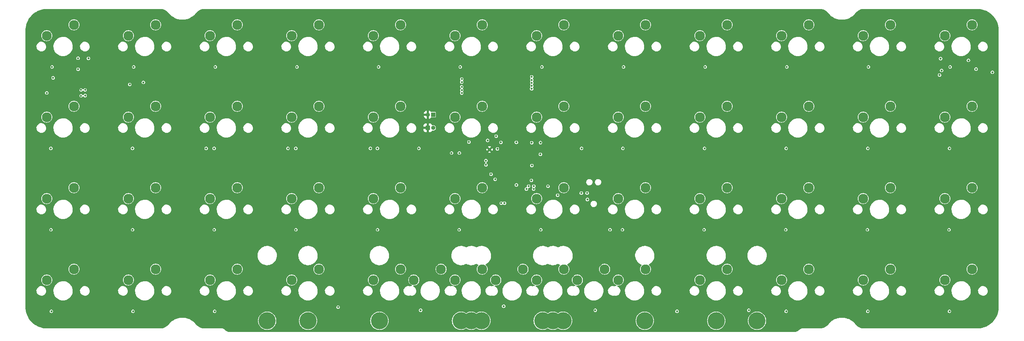
<source format=gbr>
%TF.GenerationSoftware,KiCad,Pcbnew,7.99.0-unknown-e01ef0a38d~172~ubuntu23.04.1*%
%TF.CreationDate,2023-10-19T19:27:51-04:00*%
%TF.ProjectId,Koneko40Ortho,4b6f6e65-6b6f-4343-904f-7274686f2e6b,rev?*%
%TF.SameCoordinates,Original*%
%TF.FileFunction,Copper,L2,Inr*%
%TF.FilePolarity,Positive*%
%FSLAX46Y46*%
G04 Gerber Fmt 4.6, Leading zero omitted, Abs format (unit mm)*
G04 Created by KiCad (PCBNEW 7.99.0-unknown-e01ef0a38d~172~ubuntu23.04.1) date 2023-10-19 19:27:51*
%MOMM*%
%LPD*%
G01*
G04 APERTURE LIST*
%TA.AperFunction,ComponentPad*%
%ADD10C,2.300000*%
%TD*%
%TA.AperFunction,ComponentPad*%
%ADD11C,4.000000*%
%TD*%
%TA.AperFunction,ComponentPad*%
%ADD12R,1.000000X1.000000*%
%TD*%
%TA.AperFunction,ComponentPad*%
%ADD13O,1.000000X1.000000*%
%TD*%
%TA.AperFunction,ComponentPad*%
%ADD14C,0.500000*%
%TD*%
%TA.AperFunction,ViaPad*%
%ADD15C,0.500000*%
%TD*%
G04 APERTURE END LIST*
D10*
%TO.N,COL8*%
%TO.C,SW32*%
X176847500Y-72469375D03*
%TO.N,Net-(D32-A)*%
X183197500Y-69929375D03*
%TD*%
%TO.N,COL3*%
%TO.C,SW39*%
X81597500Y-91519375D03*
%TO.N,Net-(D39-A)*%
X87947500Y-88979375D03*
%TD*%
D11*
%TO.N,*%
%TO.C,S2*%
X199707500Y-101044375D03*
X104457500Y-101044375D03*
%TD*%
D10*
%TO.N,COL4*%
%TO.C,SW16*%
X100647500Y-53419375D03*
%TO.N,Net-(D16-A)*%
X106997500Y-50879375D03*
%TD*%
%TO.N,COL8*%
%TO.C,SW44*%
X176847500Y-91519375D03*
%TO.N,Net-(D44-A)*%
X183197500Y-88979375D03*
%TD*%
%TO.N,COL11*%
%TO.C,SW11*%
X233997500Y-34369375D03*
%TO.N,Net-(D11-A)*%
X240347500Y-31829375D03*
%TD*%
%TO.N,COL8*%
%TO.C,SW8*%
X176847500Y-34369375D03*
%TO.N,Net-(D8-A)*%
X183197500Y-31829375D03*
%TD*%
%TO.N,COL7*%
%TO.C,SW51*%
X167322500Y-91519375D03*
%TO.N,Net-(D43-A)*%
X173672500Y-88979375D03*
%TD*%
%TO.N,COL10*%
%TO.C,SW22*%
X214947500Y-53419375D03*
%TO.N,Net-(D22-A)*%
X221297500Y-50879375D03*
%TD*%
%TO.N,COL4*%
%TO.C,SW28*%
X100647500Y-72469375D03*
%TO.N,Net-(D28-A)*%
X106997500Y-69929375D03*
%TD*%
%TO.N,COL11*%
%TO.C,SW47*%
X233997500Y-91519375D03*
%TO.N,Net-(D47-A)*%
X240347500Y-88979375D03*
%TD*%
%TO.N,COL10*%
%TO.C,SW46*%
X214947500Y-91519375D03*
%TO.N,Net-(D46-A)*%
X221297500Y-88979375D03*
%TD*%
D11*
%TO.N,*%
%TO.C,S1*%
X163988750Y-101044375D03*
X140176250Y-101044375D03*
%TD*%
D10*
%TO.N,COL7*%
%TO.C,SW43*%
X157797500Y-91519375D03*
%TO.N,Net-(D43-A)*%
X164147500Y-88979375D03*
%TD*%
%TO.N,COL10*%
%TO.C,SW10*%
X214947500Y-34369375D03*
%TO.N,Net-(D10-A)*%
X221297500Y-31829375D03*
%TD*%
D11*
%TO.N,*%
%TO.C,S3*%
X142557500Y-101044375D03*
X104457500Y-101044375D03*
%TD*%
D10*
%TO.N,COL10*%
%TO.C,SW34*%
X214947500Y-72469375D03*
%TO.N,Net-(D34-A)*%
X221297500Y-69929375D03*
%TD*%
%TO.N,COL5*%
%TO.C,SW29*%
X119697500Y-72469375D03*
%TO.N,Net-(D29-A)*%
X126047500Y-69929375D03*
%TD*%
%TO.N,COL7*%
%TO.C,SW19*%
X157797500Y-53419375D03*
%TO.N,Net-(D19-A)*%
X164147500Y-50879375D03*
%TD*%
%TO.N,COL4*%
%TO.C,SW4*%
X100647500Y-34369375D03*
%TO.N,Net-(D4-A)*%
X106997500Y-31829375D03*
%TD*%
%TO.N,COL5*%
%TO.C,SW49*%
X129151875Y-91519375D03*
%TO.N,Net-(D41-A)*%
X135501875Y-88979375D03*
%TD*%
%TO.N,COL9*%
%TO.C,SW45*%
X195897500Y-91519375D03*
%TO.N,Net-(D45-A)*%
X202247500Y-88979375D03*
%TD*%
%TO.N,COL9*%
%TO.C,SW9*%
X195897500Y-34369375D03*
%TO.N,Net-(D9-A)*%
X202247500Y-31829375D03*
%TD*%
D11*
%TO.N,*%
%TO.C,S4*%
X199707500Y-101044375D03*
X161607500Y-101044375D03*
%TD*%
D10*
%TO.N,COL1*%
%TO.C,SW1*%
X43497500Y-34369375D03*
%TO.N,/Switch Matrix/D1*%
X49847500Y-31829375D03*
%TD*%
%TO.N,COL12*%
%TO.C,SW36*%
X253047500Y-72469375D03*
%TO.N,Net-(D36-A)*%
X259397500Y-69929375D03*
%TD*%
%TO.N,COL9*%
%TO.C,SW33*%
X195897500Y-72469375D03*
%TO.N,Net-(D33-A)*%
X202247500Y-69929375D03*
%TD*%
%TO.N,COL3*%
%TO.C,SW3*%
X81597500Y-34369375D03*
%TO.N,Net-(D3-A)*%
X87947500Y-31829375D03*
%TD*%
%TO.N,COL3*%
%TO.C,SW27*%
X81597500Y-72469375D03*
%TO.N,Net-(D27-A)*%
X87947500Y-69929375D03*
%TD*%
%TO.N,COL12*%
%TO.C,SW12*%
X253047500Y-34369375D03*
%TO.N,/Switch Matrix/D12*%
X259397500Y-31829375D03*
%TD*%
%TO.N,COL12*%
%TO.C,SW48*%
X253047500Y-91519375D03*
%TO.N,Net-(D48-A)*%
X259397500Y-88979375D03*
%TD*%
D11*
%TO.N,*%
%TO.C,S7*%
X209232500Y-101044375D03*
X94932500Y-101044375D03*
%TD*%
D10*
%TO.N,COL11*%
%TO.C,SW35*%
X233997500Y-72469375D03*
%TO.N,Net-(D35-A)*%
X240347500Y-69929375D03*
%TD*%
%TO.N,COL1*%
%TO.C,SW13*%
X43497500Y-53419375D03*
%TO.N,Net-(D13-A)*%
X49847500Y-50879375D03*
%TD*%
%TO.N,COL2*%
%TO.C,SW38*%
X62547500Y-91519375D03*
%TO.N,Net-(D38-A)*%
X68897500Y-88979375D03*
%TD*%
%TO.N,COL7*%
%TO.C,SW31*%
X157797500Y-72469375D03*
%TO.N,Net-(D31-A)*%
X164147500Y-69929375D03*
%TD*%
%TO.N,COL6*%
%TO.C,SW50*%
X148272500Y-91519375D03*
%TO.N,Net-(D42-A)*%
X154622500Y-88979375D03*
%TD*%
%TO.N,COL11*%
%TO.C,SW23*%
X233997500Y-53419375D03*
%TO.N,Net-(D23-A)*%
X240347500Y-50879375D03*
%TD*%
%TO.N,COL5*%
%TO.C,SW17*%
X119697500Y-53419375D03*
%TO.N,Net-(D17-A)*%
X126047500Y-50879375D03*
%TD*%
%TO.N,COL1*%
%TO.C,SW25*%
X43497500Y-72469375D03*
%TO.N,Net-(D25-A)*%
X49847500Y-69929375D03*
%TD*%
D11*
%TO.N,*%
%TO.C,S6*%
X183038750Y-101044375D03*
X159226250Y-101044375D03*
%TD*%
D10*
%TO.N,COL5*%
%TO.C,SW5*%
X119697500Y-34369375D03*
%TO.N,Net-(D5-A)*%
X126047500Y-31829375D03*
%TD*%
%TO.N,COL7*%
%TO.C,SW7*%
X157797500Y-34369375D03*
%TO.N,Net-(D7-A)*%
X164147500Y-31829375D03*
%TD*%
%TO.N,COL6*%
%TO.C,SW30*%
X138747500Y-72469375D03*
%TO.N,Net-(D30-A)*%
X145097500Y-69929375D03*
%TD*%
%TO.N,COL2*%
%TO.C,SW2*%
X62547500Y-34369375D03*
%TO.N,Net-(D2-A)*%
X68897500Y-31829375D03*
%TD*%
%TO.N,COL6*%
%TO.C,SW42*%
X138747500Y-91519375D03*
%TO.N,Net-(D42-A)*%
X145097500Y-88979375D03*
%TD*%
%TO.N,COL3*%
%TO.C,SW15*%
X81597500Y-53419375D03*
%TO.N,Net-(D15-A)*%
X87947500Y-50879375D03*
%TD*%
%TO.N,COL12*%
%TO.C,SW24*%
X253047500Y-53419375D03*
%TO.N,Net-(D24-A)*%
X259397500Y-50879375D03*
%TD*%
%TO.N,COL6*%
%TO.C,SW18*%
X138747500Y-53419375D03*
%TO.N,Net-(D18-A)*%
X145097500Y-50879375D03*
%TD*%
%TO.N,COL9*%
%TO.C,SW21*%
X195897500Y-53419375D03*
%TO.N,Net-(D21-A)*%
X202247500Y-50879375D03*
%TD*%
%TO.N,COL4*%
%TO.C,SW40*%
X100647500Y-91519375D03*
%TO.N,Net-(D40-A)*%
X106997500Y-88979375D03*
%TD*%
%TO.N,COL2*%
%TO.C,SW26*%
X62547500Y-72469375D03*
%TO.N,Net-(D26-A)*%
X68897500Y-69929375D03*
%TD*%
%TO.N,COL5*%
%TO.C,SW41*%
X119697500Y-91519375D03*
%TO.N,Net-(D41-A)*%
X126047500Y-88979375D03*
%TD*%
%TO.N,COL1*%
%TO.C,SW37*%
X43497500Y-91519375D03*
%TO.N,Net-(D37-A)*%
X49847500Y-88979375D03*
%TD*%
%TO.N,COL8*%
%TO.C,SW20*%
X176847500Y-53419375D03*
%TO.N,Net-(D20-A)*%
X183197500Y-50879375D03*
%TD*%
%TO.N,COL6*%
%TO.C,SW6*%
X138747500Y-34369375D03*
%TO.N,Net-(D6-A)*%
X145097500Y-31829375D03*
%TD*%
%TO.N,COL2*%
%TO.C,SW14*%
X62547500Y-53419375D03*
%TO.N,Net-(D14-A)*%
X68897500Y-50879375D03*
%TD*%
D11*
%TO.N,*%
%TO.C,S5*%
X144938750Y-101044375D03*
X121126250Y-101044375D03*
%TD*%
D12*
%TO.N,GND*%
%TO.C,JP2*%
X132407500Y-55934375D03*
D13*
%TO.N,/~{RUN}*%
X133677500Y-55934375D03*
%TD*%
D14*
%TO.N,GND*%
%TO.C,U1*%
X146832232Y-60988026D03*
%TD*%
D12*
%TO.N,/FLASH_~{CS}*%
%TO.C,JP1*%
X133682500Y-52834375D03*
D13*
%TO.N,GND*%
X132412500Y-52834375D03*
%TD*%
D15*
%TO.N,GND*%
X162662500Y-62394375D03*
X147312500Y-58874375D03*
X168632500Y-66584375D03*
X169682500Y-66234375D03*
X62862500Y-46734375D03*
X169607500Y-69784375D03*
X175607500Y-84559375D03*
X173782500Y-63734375D03*
X165652500Y-64594375D03*
X164357500Y-66559375D03*
X72632500Y-45544375D03*
X143682500Y-63584375D03*
X75082500Y-45544375D03*
X143682500Y-62584375D03*
X65162500Y-48564375D03*
X162262500Y-61174375D03*
X169882500Y-73734375D03*
X165607500Y-62059375D03*
X66072500Y-47214375D03*
X166382500Y-66484375D03*
X154632500Y-63284375D03*
X149472500Y-57034375D03*
X143682500Y-64584375D03*
X168957500Y-64534375D03*
X175532500Y-69609375D03*
X167282500Y-64309375D03*
X153052500Y-57034375D03*
X146482500Y-68674375D03*
X159422500Y-64734375D03*
X153082500Y-71554375D03*
X163522500Y-63194375D03*
X159422500Y-65744375D03*
X143712500Y-67384375D03*
X174907500Y-65459375D03*
X172332500Y-73934375D03*
X143712500Y-66374375D03*
X42157500Y-38984375D03*
X172707500Y-71909375D03*
X175532500Y-77784375D03*
%TO.N,+3.3V*%
X153072500Y-59314375D03*
X148122500Y-67964375D03*
X148362500Y-57884375D03*
X251807500Y-43584375D03*
X53232500Y-39684375D03*
X169657500Y-72684375D03*
X153092500Y-69276250D03*
X149472500Y-59324375D03*
X147172500Y-66784375D03*
X62862500Y-45774375D03*
X66052500Y-45294375D03*
X145982500Y-64584375D03*
X156702500Y-64734375D03*
X146352500Y-58874375D03*
X145982500Y-63584375D03*
%TO.N,/~{RUN}*%
X168232500Y-71184375D03*
X156582500Y-68209375D03*
X169582500Y-71184375D03*
%TO.N,/FLASH_~{CS}*%
X148645000Y-60836875D03*
X142007500Y-59234375D03*
%TO.N,/Switch Matrix/D12*%
X252057500Y-39734375D03*
X258557500Y-40134375D03*
%TO.N,Net-(Q2-G)*%
X252282500Y-42509375D03*
%TO.N,Net-(Q3-G)*%
X44982500Y-44234375D03*
%TO.N,ROW1*%
X178082500Y-41684375D03*
X44732500Y-41684375D03*
X139982500Y-41684375D03*
X197132500Y-41684375D03*
X254282500Y-41684375D03*
X216182500Y-41684375D03*
X159032500Y-41684375D03*
X120932500Y-41684375D03*
X101882500Y-41684375D03*
X235232500Y-41684375D03*
X63782500Y-41684375D03*
X82832500Y-41684375D03*
%TO.N,ROW2*%
X177932500Y-60734375D03*
X101607500Y-60734375D03*
X119007500Y-60734375D03*
X80707500Y-60734375D03*
X82557500Y-60734375D03*
X130332500Y-60734375D03*
X216032500Y-60734375D03*
X158707500Y-59384375D03*
X235082500Y-60734375D03*
X44457500Y-60734375D03*
X139757500Y-61809375D03*
X158682500Y-62109375D03*
X137957500Y-61809375D03*
X99782500Y-60734375D03*
X168282500Y-60734375D03*
X63507500Y-60734375D03*
X254132500Y-60734375D03*
X156657500Y-59409375D03*
X120657500Y-60734375D03*
X196982500Y-60734375D03*
%TO.N,ROW3*%
X82582500Y-79759375D03*
X177832500Y-79759375D03*
X158782500Y-79759375D03*
X44482500Y-79759375D03*
X196882500Y-79759375D03*
X174932500Y-79759375D03*
X101632500Y-79759375D03*
X254032500Y-79759375D03*
X63532500Y-79759375D03*
X215932500Y-79759375D03*
X139732500Y-79759375D03*
X120682500Y-79759375D03*
X234982500Y-79759375D03*
%TO.N,ROW4*%
X235082500Y-98834375D03*
X82682500Y-98834375D03*
X111482500Y-97859375D03*
X63632500Y-98834375D03*
X130732500Y-98584375D03*
X44582500Y-98834375D03*
X216032500Y-98834375D03*
X207307500Y-98584375D03*
X254132500Y-98834375D03*
X190557500Y-98834375D03*
X171482500Y-98584375D03*
X150107500Y-97634375D03*
%TO.N,COL1*%
X140332500Y-47784375D03*
X43497500Y-47759375D03*
%TO.N,COL2*%
X140332500Y-47109375D03*
%TO.N,COL3*%
X140332500Y-46309375D03*
%TO.N,COL4*%
X140332500Y-45234375D03*
%TO.N,COL5*%
X140332500Y-44509375D03*
%TO.N,COL8*%
X156632500Y-46809375D03*
%TO.N,COL9*%
X156657500Y-46134375D03*
%TO.N,COL10*%
X156657500Y-45409375D03*
%TO.N,COL11*%
X156657500Y-44709375D03*
%TO.N,COL12*%
X156657500Y-43984375D03*
%TO.N,ENC1A*%
X51507500Y-48434375D03*
X150282500Y-73534375D03*
X51507500Y-47059375D03*
X50807500Y-42209375D03*
%TO.N,ENC1B*%
X52457500Y-48384375D03*
X50807500Y-39634375D03*
X52457500Y-47059375D03*
X149557500Y-73534375D03*
%TO.N,ENC2A*%
X155432500Y-70234375D03*
X260332500Y-42184375D03*
X264132500Y-42934375D03*
X162707500Y-71684375D03*
X157107500Y-70259375D03*
%TO.N,ENC2B*%
X155932500Y-69559375D03*
X157132500Y-69559375D03*
X160457500Y-69584375D03*
%TD*%
%TA.AperFunction,Conductor*%
%TO.N,GND*%
G36*
X70012097Y-28134423D02*
G01*
X70167688Y-28136893D01*
X70174708Y-28137404D01*
X70488883Y-28178378D01*
X70496766Y-28179932D01*
X70496872Y-28179960D01*
X70765312Y-28251197D01*
X70802502Y-28261066D01*
X70810127Y-28263629D01*
X71102802Y-28383630D01*
X71110029Y-28387156D01*
X71384727Y-28544008D01*
X71391433Y-28548438D01*
X71643538Y-28739506D01*
X71649611Y-28744762D01*
X71875235Y-28967182D01*
X71879958Y-28972399D01*
X71979592Y-29095913D01*
X72105771Y-29253436D01*
X72288648Y-29444406D01*
X72384917Y-29544935D01*
X72692007Y-29806844D01*
X72692011Y-29806847D01*
X72692020Y-29806853D01*
X73023901Y-30036489D01*
X73023908Y-30036493D01*
X73023911Y-30036495D01*
X73377257Y-30231553D01*
X73748450Y-30390034D01*
X74133716Y-30510327D01*
X74529138Y-30591208D01*
X74930695Y-30631855D01*
X75334303Y-30631855D01*
X75334305Y-30631855D01*
X75735862Y-30591208D01*
X76131284Y-30510327D01*
X76516550Y-30390034D01*
X76887743Y-30231553D01*
X77241089Y-30036495D01*
X77572993Y-29806844D01*
X77880083Y-29544935D01*
X78030620Y-29387735D01*
X78159229Y-29253436D01*
X78285408Y-29095913D01*
X78385028Y-28972412D01*
X78385036Y-28972402D01*
X78389762Y-28967182D01*
X78615398Y-28744762D01*
X78621454Y-28739520D01*
X78873587Y-28548440D01*
X78880268Y-28544027D01*
X79154992Y-28387167D01*
X79162184Y-28383658D01*
X79454881Y-28263653D01*
X79462500Y-28261093D01*
X79499829Y-28251187D01*
X79768249Y-28179957D01*
X79776118Y-28178407D01*
X80090292Y-28137435D01*
X80097309Y-28136923D01*
X80248368Y-28134497D01*
X80255976Y-28134375D01*
X223909025Y-28134375D01*
X224067686Y-28136904D01*
X224074714Y-28137418D01*
X224223141Y-28156782D01*
X224388868Y-28178404D01*
X224396756Y-28179960D01*
X224642858Y-28245275D01*
X224702495Y-28261103D01*
X224710116Y-28263665D01*
X225002789Y-28383664D01*
X225010018Y-28387191D01*
X225284722Y-28544036D01*
X225291419Y-28548459D01*
X225449146Y-28667986D01*
X225543526Y-28739509D01*
X225549608Y-28744772D01*
X225775246Y-28967167D01*
X225779982Y-28972399D01*
X225828265Y-29032269D01*
X225879592Y-29095914D01*
X226005771Y-29253436D01*
X226188648Y-29444406D01*
X226284917Y-29544935D01*
X226592007Y-29806844D01*
X226592011Y-29806847D01*
X226592020Y-29806853D01*
X226923901Y-30036489D01*
X226923908Y-30036493D01*
X226923911Y-30036495D01*
X227277257Y-30231553D01*
X227648450Y-30390034D01*
X228033716Y-30510327D01*
X228429138Y-30591208D01*
X228830695Y-30631855D01*
X229234303Y-30631855D01*
X229234305Y-30631855D01*
X229635862Y-30591208D01*
X230031284Y-30510327D01*
X230416550Y-30390034D01*
X230787743Y-30231553D01*
X231141089Y-30036495D01*
X231472993Y-29806844D01*
X231780083Y-29544935D01*
X231930620Y-29387735D01*
X232059229Y-29253436D01*
X232185408Y-29095914D01*
X232285020Y-28972412D01*
X232285034Y-28972394D01*
X232289756Y-28967178D01*
X232515378Y-28744760D01*
X232521460Y-28739497D01*
X232575590Y-28698473D01*
X232773573Y-28548425D01*
X232780269Y-28544004D01*
X233054976Y-28387151D01*
X233062180Y-28383636D01*
X233354882Y-28263632D01*
X233362483Y-28261077D01*
X233668238Y-28179946D01*
X233676119Y-28178393D01*
X233990309Y-28137429D01*
X233997286Y-28136919D01*
X234155975Y-28134375D01*
X260632500Y-28134375D01*
X260848351Y-28136658D01*
X260853063Y-28136889D01*
X261282773Y-28174475D01*
X261288114Y-28175179D01*
X261712577Y-28250016D01*
X261717848Y-28251184D01*
X262134172Y-28362732D01*
X262139313Y-28364352D01*
X262544348Y-28511767D01*
X262549319Y-28513827D01*
X262939945Y-28695975D01*
X262944745Y-28698473D01*
X263318000Y-28913968D01*
X263322564Y-28916876D01*
X263675611Y-29164079D01*
X263679901Y-29167370D01*
X264010069Y-29444412D01*
X264014053Y-29448062D01*
X264318820Y-29752828D01*
X264322471Y-29756812D01*
X264599521Y-30086986D01*
X264602797Y-30091256D01*
X264850012Y-30444316D01*
X264852912Y-30448868D01*
X264958559Y-30631855D01*
X265068417Y-30822137D01*
X265070913Y-30826931D01*
X265253062Y-31217556D01*
X265255126Y-31222540D01*
X265316357Y-31390773D01*
X265402536Y-31627552D01*
X265404163Y-31632713D01*
X265515708Y-32049023D01*
X265516877Y-32054293D01*
X265516881Y-32054314D01*
X265591715Y-32478750D01*
X265592422Y-32484115D01*
X265630008Y-32913795D01*
X265630240Y-32918550D01*
X265632500Y-33134375D01*
X265632500Y-97834375D01*
X265630143Y-98050210D01*
X265629910Y-98054939D01*
X265592313Y-98484615D01*
X265591607Y-98489980D01*
X265516762Y-98914412D01*
X265515591Y-98919695D01*
X265404039Y-99336001D01*
X265402412Y-99341162D01*
X265255003Y-99746154D01*
X265252932Y-99751153D01*
X265070789Y-100141754D01*
X265068291Y-100146554D01*
X264852801Y-100519790D01*
X264849894Y-100524354D01*
X264602684Y-100877406D01*
X264599390Y-100881699D01*
X264322366Y-101211842D01*
X264318711Y-101215832D01*
X264013951Y-101520593D01*
X264009962Y-101524249D01*
X263679812Y-101801279D01*
X263675520Y-101804573D01*
X263322489Y-102051772D01*
X263317925Y-102054680D01*
X262944675Y-102270179D01*
X262939875Y-102272677D01*
X262549265Y-102454827D01*
X262544265Y-102456898D01*
X262139282Y-102604306D01*
X262134121Y-102605933D01*
X261950886Y-102655033D01*
X261717822Y-102717486D01*
X261712547Y-102718656D01*
X261288106Y-102793503D01*
X261282741Y-102794209D01*
X260868034Y-102830500D01*
X260853306Y-102831789D01*
X260853066Y-102831810D01*
X260848329Y-102832042D01*
X260632500Y-102834375D01*
X234155975Y-102834375D01*
X234149578Y-102834273D01*
X233997323Y-102831845D01*
X233990285Y-102831331D01*
X233756823Y-102800872D01*
X233676129Y-102790343D01*
X233668243Y-102788789D01*
X233362506Y-102707644D01*
X233354881Y-102705081D01*
X233062209Y-102585080D01*
X233054986Y-102581555D01*
X233039954Y-102572972D01*
X232780295Y-102424713D01*
X232773587Y-102420284D01*
X232521474Y-102229226D01*
X232515401Y-102223971D01*
X232289762Y-102001567D01*
X232285033Y-101996343D01*
X232232656Y-101931411D01*
X232185408Y-101872836D01*
X232059229Y-101715314D01*
X231780085Y-101423817D01*
X231536221Y-101215832D01*
X231472993Y-101161906D01*
X231472991Y-101161904D01*
X231472988Y-101161902D01*
X231472979Y-101161896D01*
X231141098Y-100932260D01*
X231141084Y-100932252D01*
X230787740Y-100737195D01*
X230600667Y-100657324D01*
X230416550Y-100578716D01*
X230235359Y-100522142D01*
X230031292Y-100458425D01*
X230031287Y-100458424D01*
X230031284Y-100458423D01*
X229635862Y-100377542D01*
X229234306Y-100336895D01*
X229234305Y-100336895D01*
X228830695Y-100336895D01*
X228830693Y-100336895D01*
X228429137Y-100377542D01*
X228206719Y-100423036D01*
X228033716Y-100458423D01*
X228033714Y-100458423D01*
X228033707Y-100458425D01*
X227648453Y-100578715D01*
X227648450Y-100578716D01*
X227575394Y-100609906D01*
X227277259Y-100737195D01*
X226923915Y-100932252D01*
X226923901Y-100932260D01*
X226592020Y-101161896D01*
X226592011Y-101161902D01*
X226284914Y-101423817D01*
X226005771Y-101715314D01*
X226005767Y-101715318D01*
X226005766Y-101715320D01*
X225934273Y-101804573D01*
X225879592Y-101872837D01*
X225779971Y-101996341D01*
X225775235Y-102001573D01*
X225549614Y-102223984D01*
X225543531Y-102229248D01*
X225291431Y-102420311D01*
X225284718Y-102424745D01*
X225010026Y-102581594D01*
X225002796Y-102585122D01*
X224710126Y-102705125D01*
X224702501Y-102707688D01*
X224448115Y-102775202D01*
X224396760Y-102788832D01*
X224388873Y-102790386D01*
X224268215Y-102806125D01*
X224074731Y-102831364D01*
X224067681Y-102831878D01*
X223913039Y-102834311D01*
X223909025Y-102834375D01*
X219796714Y-102834375D01*
X219698456Y-102836781D01*
X219554901Y-102865333D01*
X219505724Y-102875115D01*
X219505723Y-102875115D01*
X219505720Y-102875116D01*
X219324177Y-102950309D01*
X219324173Y-102950311D01*
X219324171Y-102950312D01*
X219324168Y-102950313D01*
X219324166Y-102950315D01*
X219160776Y-103059481D01*
X219160774Y-103059483D01*
X219089607Y-103127268D01*
X218875393Y-103341482D01*
X218812108Y-103401933D01*
X218795348Y-103415370D01*
X218651052Y-103511786D01*
X218629613Y-103523245D01*
X218470605Y-103589107D01*
X218447343Y-103596164D01*
X218277124Y-103630021D01*
X218255774Y-103632370D01*
X218168286Y-103634375D01*
X85996714Y-103634375D01*
X85993248Y-103634295D01*
X85909222Y-103632373D01*
X85887869Y-103630023D01*
X85717657Y-103596168D01*
X85694394Y-103589111D01*
X85535382Y-103523246D01*
X85513944Y-103511787D01*
X85369646Y-103415370D01*
X85352890Y-103401936D01*
X85289607Y-103341482D01*
X85075393Y-103127268D01*
X85039855Y-103093318D01*
X85004318Y-103059368D01*
X84841113Y-102950312D01*
X84840902Y-102950171D01*
X84840900Y-102950170D01*
X84840897Y-102950168D01*
X84659327Y-102874956D01*
X84659315Y-102874953D01*
X84466561Y-102836611D01*
X84466564Y-102836611D01*
X84368286Y-102834375D01*
X80255975Y-102834375D01*
X80097325Y-102831856D01*
X80090285Y-102831343D01*
X79776122Y-102790371D01*
X79768229Y-102788815D01*
X79653378Y-102758336D01*
X79462490Y-102707679D01*
X79454876Y-102705119D01*
X79162208Y-102585119D01*
X79154978Y-102581591D01*
X78880280Y-102424736D01*
X78873573Y-102420306D01*
X78621476Y-102229239D01*
X78615400Y-102223980D01*
X78500925Y-102111129D01*
X78389772Y-102001552D01*
X78385049Y-101996334D01*
X78285408Y-101872837D01*
X78159234Y-101715320D01*
X78159232Y-101715318D01*
X78159229Y-101715314D01*
X77880085Y-101423817D01*
X77636221Y-101215832D01*
X77572993Y-101161906D01*
X77572991Y-101161904D01*
X77572988Y-101161902D01*
X77572979Y-101161896D01*
X77403132Y-101044375D01*
X92800029Y-101044375D01*
X92819890Y-101334746D01*
X92819891Y-101334748D01*
X92879103Y-101619694D01*
X92879108Y-101619713D01*
X92969068Y-101872837D01*
X92976573Y-101893954D01*
X93110475Y-102152373D01*
X93278318Y-102390152D01*
X93278322Y-102390156D01*
X93278322Y-102390157D01*
X93476978Y-102602864D01*
X93602620Y-102705081D01*
X93702746Y-102786540D01*
X93702748Y-102786541D01*
X93702749Y-102786542D01*
X93951426Y-102937765D01*
X94218374Y-103053717D01*
X94218379Y-103053719D01*
X94498636Y-103132243D01*
X94752131Y-103167085D01*
X94786974Y-103171875D01*
X94786975Y-103171875D01*
X95078026Y-103171875D01*
X95109112Y-103167602D01*
X95366364Y-103132243D01*
X95646621Y-103053719D01*
X95884680Y-102950315D01*
X95913573Y-102937765D01*
X95913575Y-102937764D01*
X96162254Y-102786540D01*
X96388025Y-102602861D01*
X96586682Y-102390152D01*
X96754525Y-102152373D01*
X96888427Y-101893954D01*
X96985893Y-101619709D01*
X97045109Y-101334746D01*
X97064971Y-101044375D01*
X102325029Y-101044375D01*
X102344890Y-101334746D01*
X102344891Y-101334748D01*
X102404103Y-101619694D01*
X102404108Y-101619713D01*
X102494068Y-101872837D01*
X102501573Y-101893954D01*
X102635475Y-102152373D01*
X102803318Y-102390152D01*
X102803322Y-102390156D01*
X102803322Y-102390157D01*
X103001978Y-102602864D01*
X103127620Y-102705081D01*
X103227746Y-102786540D01*
X103227748Y-102786541D01*
X103227749Y-102786542D01*
X103476426Y-102937765D01*
X103743374Y-103053717D01*
X103743379Y-103053719D01*
X104023636Y-103132243D01*
X104277131Y-103167085D01*
X104311974Y-103171875D01*
X104311975Y-103171875D01*
X104603026Y-103171875D01*
X104634112Y-103167602D01*
X104891364Y-103132243D01*
X105171621Y-103053719D01*
X105409680Y-102950315D01*
X105438573Y-102937765D01*
X105438575Y-102937764D01*
X105687254Y-102786540D01*
X105913025Y-102602861D01*
X106111682Y-102390152D01*
X106279525Y-102152373D01*
X106413427Y-101893954D01*
X106510893Y-101619709D01*
X106570109Y-101334746D01*
X106589971Y-101044375D01*
X118993779Y-101044375D01*
X119013640Y-101334746D01*
X119013641Y-101334748D01*
X119072853Y-101619694D01*
X119072858Y-101619713D01*
X119162818Y-101872837D01*
X119170323Y-101893954D01*
X119304225Y-102152373D01*
X119472068Y-102390152D01*
X119472072Y-102390156D01*
X119472072Y-102390157D01*
X119670728Y-102602864D01*
X119796370Y-102705081D01*
X119896496Y-102786540D01*
X119896498Y-102786541D01*
X119896499Y-102786542D01*
X120145176Y-102937765D01*
X120412124Y-103053717D01*
X120412129Y-103053719D01*
X120692386Y-103132243D01*
X120945881Y-103167085D01*
X120980724Y-103171875D01*
X120980725Y-103171875D01*
X121271776Y-103171875D01*
X121302862Y-103167602D01*
X121560114Y-103132243D01*
X121840371Y-103053719D01*
X122078430Y-102950315D01*
X122107323Y-102937765D01*
X122107325Y-102937764D01*
X122356004Y-102786540D01*
X122581775Y-102602861D01*
X122780432Y-102390152D01*
X122948275Y-102152373D01*
X123082177Y-101893954D01*
X123179643Y-101619709D01*
X123238859Y-101334746D01*
X123258721Y-101044375D01*
X138043779Y-101044375D01*
X138063640Y-101334746D01*
X138063641Y-101334748D01*
X138122853Y-101619694D01*
X138122858Y-101619713D01*
X138212818Y-101872837D01*
X138220323Y-101893954D01*
X138354225Y-102152373D01*
X138522068Y-102390152D01*
X138522072Y-102390156D01*
X138522072Y-102390157D01*
X138720728Y-102602864D01*
X138846370Y-102705081D01*
X138946496Y-102786540D01*
X138946498Y-102786541D01*
X138946499Y-102786542D01*
X139195176Y-102937765D01*
X139462124Y-103053717D01*
X139462129Y-103053719D01*
X139742386Y-103132243D01*
X139995881Y-103167085D01*
X140030724Y-103171875D01*
X140030725Y-103171875D01*
X140321776Y-103171875D01*
X140352862Y-103167602D01*
X140610114Y-103132243D01*
X140890371Y-103053719D01*
X141157325Y-102937764D01*
X141302449Y-102849512D01*
X141369954Y-102831499D01*
X141431300Y-102849511D01*
X141576425Y-102937764D01*
X141843379Y-103053719D01*
X142123636Y-103132243D01*
X142377131Y-103167085D01*
X142411974Y-103171875D01*
X142411975Y-103171875D01*
X142703026Y-103171875D01*
X142734112Y-103167602D01*
X142991364Y-103132243D01*
X143271621Y-103053719D01*
X143538575Y-102937764D01*
X143683699Y-102849512D01*
X143751204Y-102831499D01*
X143812550Y-102849511D01*
X143957675Y-102937764D01*
X144224629Y-103053719D01*
X144504886Y-103132243D01*
X144758381Y-103167085D01*
X144793224Y-103171875D01*
X144793225Y-103171875D01*
X145084276Y-103171875D01*
X145115362Y-103167602D01*
X145372614Y-103132243D01*
X145652871Y-103053719D01*
X145890930Y-102950315D01*
X145919823Y-102937765D01*
X145919825Y-102937764D01*
X146168504Y-102786540D01*
X146394275Y-102602861D01*
X146592932Y-102390152D01*
X146760775Y-102152373D01*
X146894677Y-101893954D01*
X146992143Y-101619709D01*
X147051359Y-101334746D01*
X147071221Y-101044375D01*
X157093779Y-101044375D01*
X157113640Y-101334746D01*
X157113641Y-101334748D01*
X157172853Y-101619694D01*
X157172858Y-101619713D01*
X157262818Y-101872837D01*
X157270323Y-101893954D01*
X157404225Y-102152373D01*
X157572068Y-102390152D01*
X157572072Y-102390156D01*
X157572072Y-102390157D01*
X157770728Y-102602864D01*
X157896370Y-102705081D01*
X157996496Y-102786540D01*
X157996498Y-102786541D01*
X157996499Y-102786542D01*
X158245176Y-102937765D01*
X158512124Y-103053717D01*
X158512129Y-103053719D01*
X158792386Y-103132243D01*
X159045881Y-103167085D01*
X159080724Y-103171875D01*
X159080725Y-103171875D01*
X159371776Y-103171875D01*
X159402862Y-103167602D01*
X159660114Y-103132243D01*
X159940371Y-103053719D01*
X160207325Y-102937764D01*
X160352449Y-102849512D01*
X160419954Y-102831499D01*
X160481300Y-102849511D01*
X160626425Y-102937764D01*
X160893379Y-103053719D01*
X161173636Y-103132243D01*
X161427131Y-103167085D01*
X161461974Y-103171875D01*
X161461975Y-103171875D01*
X161753026Y-103171875D01*
X161784112Y-103167602D01*
X162041364Y-103132243D01*
X162321621Y-103053719D01*
X162588575Y-102937764D01*
X162733699Y-102849512D01*
X162801204Y-102831499D01*
X162862550Y-102849511D01*
X163007675Y-102937764D01*
X163274629Y-103053719D01*
X163554886Y-103132243D01*
X163808381Y-103167085D01*
X163843224Y-103171875D01*
X163843225Y-103171875D01*
X164134276Y-103171875D01*
X164165362Y-103167602D01*
X164422614Y-103132243D01*
X164702871Y-103053719D01*
X164940930Y-102950315D01*
X164969823Y-102937765D01*
X164969825Y-102937764D01*
X165218504Y-102786540D01*
X165444275Y-102602861D01*
X165642932Y-102390152D01*
X165810775Y-102152373D01*
X165944677Y-101893954D01*
X166042143Y-101619709D01*
X166101359Y-101334746D01*
X166121221Y-101044375D01*
X180906279Y-101044375D01*
X180926140Y-101334746D01*
X180926141Y-101334748D01*
X180985353Y-101619694D01*
X180985358Y-101619713D01*
X181075318Y-101872837D01*
X181082823Y-101893954D01*
X181216725Y-102152373D01*
X181384568Y-102390152D01*
X181384572Y-102390156D01*
X181384572Y-102390157D01*
X181583228Y-102602864D01*
X181708870Y-102705081D01*
X181808996Y-102786540D01*
X181808998Y-102786541D01*
X181808999Y-102786542D01*
X182057676Y-102937765D01*
X182324624Y-103053717D01*
X182324629Y-103053719D01*
X182604886Y-103132243D01*
X182858381Y-103167085D01*
X182893224Y-103171875D01*
X182893225Y-103171875D01*
X183184276Y-103171875D01*
X183215362Y-103167602D01*
X183472614Y-103132243D01*
X183752871Y-103053719D01*
X183990930Y-102950315D01*
X184019823Y-102937765D01*
X184019825Y-102937764D01*
X184268504Y-102786540D01*
X184494275Y-102602861D01*
X184692932Y-102390152D01*
X184860775Y-102152373D01*
X184994677Y-101893954D01*
X185092143Y-101619709D01*
X185151359Y-101334746D01*
X185171221Y-101044375D01*
X197575029Y-101044375D01*
X197594890Y-101334746D01*
X197594891Y-101334748D01*
X197654103Y-101619694D01*
X197654108Y-101619713D01*
X197744068Y-101872837D01*
X197751573Y-101893954D01*
X197885475Y-102152373D01*
X198053318Y-102390152D01*
X198053322Y-102390156D01*
X198053322Y-102390157D01*
X198251978Y-102602864D01*
X198377620Y-102705081D01*
X198477746Y-102786540D01*
X198477748Y-102786541D01*
X198477749Y-102786542D01*
X198726426Y-102937765D01*
X198993374Y-103053717D01*
X198993379Y-103053719D01*
X199273636Y-103132243D01*
X199527131Y-103167085D01*
X199561974Y-103171875D01*
X199561975Y-103171875D01*
X199853026Y-103171875D01*
X199884112Y-103167602D01*
X200141364Y-103132243D01*
X200421621Y-103053719D01*
X200659680Y-102950315D01*
X200688573Y-102937765D01*
X200688575Y-102937764D01*
X200937254Y-102786540D01*
X201163025Y-102602861D01*
X201361682Y-102390152D01*
X201529525Y-102152373D01*
X201663427Y-101893954D01*
X201760893Y-101619709D01*
X201820109Y-101334746D01*
X201839971Y-101044375D01*
X207100029Y-101044375D01*
X207119890Y-101334746D01*
X207119891Y-101334748D01*
X207179103Y-101619694D01*
X207179108Y-101619713D01*
X207269068Y-101872837D01*
X207276573Y-101893954D01*
X207410475Y-102152373D01*
X207578318Y-102390152D01*
X207578322Y-102390156D01*
X207578322Y-102390157D01*
X207776978Y-102602864D01*
X207902620Y-102705081D01*
X208002746Y-102786540D01*
X208002748Y-102786541D01*
X208002749Y-102786542D01*
X208251426Y-102937765D01*
X208518374Y-103053717D01*
X208518379Y-103053719D01*
X208798636Y-103132243D01*
X209052131Y-103167085D01*
X209086974Y-103171875D01*
X209086975Y-103171875D01*
X209378026Y-103171875D01*
X209409112Y-103167602D01*
X209666364Y-103132243D01*
X209946621Y-103053719D01*
X210184680Y-102950315D01*
X210213573Y-102937765D01*
X210213575Y-102937764D01*
X210462254Y-102786540D01*
X210688025Y-102602861D01*
X210886682Y-102390152D01*
X211054525Y-102152373D01*
X211188427Y-101893954D01*
X211285893Y-101619709D01*
X211345109Y-101334746D01*
X211364971Y-101044375D01*
X211345109Y-100754004D01*
X211285893Y-100469041D01*
X211188427Y-100194796D01*
X211054525Y-99936377D01*
X210886682Y-99698598D01*
X210886677Y-99698592D01*
X210688021Y-99485885D01*
X210503817Y-99336024D01*
X210462254Y-99302210D01*
X210462252Y-99302209D01*
X210462250Y-99302207D01*
X210213573Y-99150984D01*
X209946625Y-99035032D01*
X209666370Y-98956508D01*
X209666365Y-98956507D01*
X209666364Y-98956507D01*
X209522194Y-98936691D01*
X209378026Y-98916875D01*
X209378025Y-98916875D01*
X209086975Y-98916875D01*
X209086974Y-98916875D01*
X208798636Y-98956507D01*
X208798629Y-98956508D01*
X208518374Y-99035032D01*
X208251426Y-99150984D01*
X208002749Y-99302207D01*
X207776978Y-99485885D01*
X207578322Y-99698592D01*
X207578322Y-99698593D01*
X207410475Y-99936376D01*
X207276572Y-100194797D01*
X207179108Y-100469036D01*
X207179103Y-100469055D01*
X207119891Y-100754001D01*
X207119890Y-100754003D01*
X207100029Y-101044375D01*
X201839971Y-101044375D01*
X201820109Y-100754004D01*
X201760893Y-100469041D01*
X201663427Y-100194796D01*
X201529525Y-99936377D01*
X201361682Y-99698598D01*
X201361677Y-99698592D01*
X201163021Y-99485885D01*
X200978817Y-99336024D01*
X200937254Y-99302210D01*
X200937252Y-99302209D01*
X200937250Y-99302207D01*
X200688573Y-99150984D01*
X200421625Y-99035032D01*
X200141370Y-98956508D01*
X200141365Y-98956507D01*
X200141364Y-98956507D01*
X199997194Y-98936691D01*
X199853026Y-98916875D01*
X199853025Y-98916875D01*
X199561975Y-98916875D01*
X199561974Y-98916875D01*
X199273636Y-98956507D01*
X199273629Y-98956508D01*
X198993374Y-99035032D01*
X198726426Y-99150984D01*
X198477749Y-99302207D01*
X198251978Y-99485885D01*
X198053322Y-99698592D01*
X198053322Y-99698593D01*
X197885475Y-99936376D01*
X197751572Y-100194797D01*
X197654108Y-100469036D01*
X197654103Y-100469055D01*
X197594891Y-100754001D01*
X197594890Y-100754003D01*
X197575029Y-101044375D01*
X185171221Y-101044375D01*
X185151359Y-100754004D01*
X185092143Y-100469041D01*
X184994677Y-100194796D01*
X184860775Y-99936377D01*
X184692932Y-99698598D01*
X184692927Y-99698592D01*
X184494271Y-99485885D01*
X184310067Y-99336024D01*
X184268504Y-99302210D01*
X184268502Y-99302209D01*
X184268500Y-99302207D01*
X184019823Y-99150984D01*
X183752875Y-99035032D01*
X183472620Y-98956508D01*
X183472615Y-98956507D01*
X183472614Y-98956507D01*
X183328444Y-98936691D01*
X183184276Y-98916875D01*
X183184275Y-98916875D01*
X182893225Y-98916875D01*
X182893224Y-98916875D01*
X182604886Y-98956507D01*
X182604879Y-98956508D01*
X182324624Y-99035032D01*
X182057676Y-99150984D01*
X181808999Y-99302207D01*
X181583228Y-99485885D01*
X181384572Y-99698592D01*
X181384572Y-99698593D01*
X181216725Y-99936376D01*
X181082822Y-100194797D01*
X180985358Y-100469036D01*
X180985353Y-100469055D01*
X180926141Y-100754001D01*
X180926140Y-100754003D01*
X180906279Y-101044375D01*
X166121221Y-101044375D01*
X166101359Y-100754004D01*
X166042143Y-100469041D01*
X165944677Y-100194796D01*
X165810775Y-99936377D01*
X165642932Y-99698598D01*
X165642927Y-99698592D01*
X165444271Y-99485885D01*
X165260067Y-99336024D01*
X165218504Y-99302210D01*
X165218502Y-99302209D01*
X165218500Y-99302207D01*
X164969823Y-99150984D01*
X164702875Y-99035032D01*
X164422620Y-98956508D01*
X164422615Y-98956507D01*
X164422614Y-98956507D01*
X164278444Y-98936691D01*
X164134276Y-98916875D01*
X164134275Y-98916875D01*
X163843225Y-98916875D01*
X163843224Y-98916875D01*
X163554886Y-98956507D01*
X163554879Y-98956508D01*
X163274624Y-99035032D01*
X163007676Y-99150984D01*
X162862553Y-99239235D01*
X162795045Y-99257249D01*
X162733697Y-99239235D01*
X162588573Y-99150984D01*
X162321625Y-99035032D01*
X162041370Y-98956508D01*
X162041365Y-98956507D01*
X162041364Y-98956507D01*
X161897194Y-98936691D01*
X161753026Y-98916875D01*
X161753025Y-98916875D01*
X161461975Y-98916875D01*
X161461974Y-98916875D01*
X161173636Y-98956507D01*
X161173629Y-98956508D01*
X160893374Y-99035032D01*
X160626426Y-99150984D01*
X160481303Y-99239235D01*
X160413795Y-99257249D01*
X160352447Y-99239235D01*
X160207323Y-99150984D01*
X159940375Y-99035032D01*
X159660120Y-98956508D01*
X159660115Y-98956507D01*
X159660114Y-98956507D01*
X159515944Y-98936691D01*
X159371776Y-98916875D01*
X159371775Y-98916875D01*
X159080725Y-98916875D01*
X159080724Y-98916875D01*
X158792386Y-98956507D01*
X158792379Y-98956508D01*
X158512124Y-99035032D01*
X158245176Y-99150984D01*
X157996499Y-99302207D01*
X157770728Y-99485885D01*
X157572072Y-99698592D01*
X157572072Y-99698593D01*
X157404225Y-99936376D01*
X157270322Y-100194797D01*
X157172858Y-100469036D01*
X157172853Y-100469055D01*
X157113641Y-100754001D01*
X157113640Y-100754003D01*
X157093779Y-101044375D01*
X147071221Y-101044375D01*
X147051359Y-100754004D01*
X146992143Y-100469041D01*
X146894677Y-100194796D01*
X146760775Y-99936377D01*
X146592932Y-99698598D01*
X146592927Y-99698592D01*
X146394271Y-99485885D01*
X146210067Y-99336024D01*
X146168504Y-99302210D01*
X146168502Y-99302209D01*
X146168500Y-99302207D01*
X145919823Y-99150984D01*
X145652875Y-99035032D01*
X145372620Y-98956508D01*
X145372615Y-98956507D01*
X145372614Y-98956507D01*
X145228444Y-98936691D01*
X145084276Y-98916875D01*
X145084275Y-98916875D01*
X144793225Y-98916875D01*
X144793224Y-98916875D01*
X144504886Y-98956507D01*
X144504879Y-98956508D01*
X144224624Y-99035032D01*
X143957676Y-99150984D01*
X143812553Y-99239235D01*
X143745045Y-99257249D01*
X143683697Y-99239235D01*
X143538573Y-99150984D01*
X143271625Y-99035032D01*
X142991370Y-98956508D01*
X142991365Y-98956507D01*
X142991364Y-98956507D01*
X142847194Y-98936691D01*
X142703026Y-98916875D01*
X142703025Y-98916875D01*
X142411975Y-98916875D01*
X142411974Y-98916875D01*
X142123636Y-98956507D01*
X142123629Y-98956508D01*
X141843374Y-99035032D01*
X141576426Y-99150984D01*
X141431303Y-99239235D01*
X141363795Y-99257249D01*
X141302447Y-99239235D01*
X141157323Y-99150984D01*
X140890375Y-99035032D01*
X140610120Y-98956508D01*
X140610115Y-98956507D01*
X140610114Y-98956507D01*
X140465944Y-98936691D01*
X140321776Y-98916875D01*
X140321775Y-98916875D01*
X140030725Y-98916875D01*
X140030724Y-98916875D01*
X139742386Y-98956507D01*
X139742379Y-98956508D01*
X139462124Y-99035032D01*
X139195176Y-99150984D01*
X138946499Y-99302207D01*
X138720728Y-99485885D01*
X138522072Y-99698592D01*
X138522072Y-99698593D01*
X138354225Y-99936376D01*
X138220322Y-100194797D01*
X138122858Y-100469036D01*
X138122853Y-100469055D01*
X138063641Y-100754001D01*
X138063640Y-100754003D01*
X138043779Y-101044375D01*
X123258721Y-101044375D01*
X123238859Y-100754004D01*
X123179643Y-100469041D01*
X123082177Y-100194796D01*
X122948275Y-99936377D01*
X122780432Y-99698598D01*
X122780427Y-99698592D01*
X122581771Y-99485885D01*
X122397567Y-99336024D01*
X122356004Y-99302210D01*
X122356002Y-99302209D01*
X122356000Y-99302207D01*
X122107323Y-99150984D01*
X121840375Y-99035032D01*
X121560120Y-98956508D01*
X121560115Y-98956507D01*
X121560114Y-98956507D01*
X121415944Y-98936691D01*
X121271776Y-98916875D01*
X121271775Y-98916875D01*
X120980725Y-98916875D01*
X120980724Y-98916875D01*
X120692386Y-98956507D01*
X120692379Y-98956508D01*
X120412124Y-99035032D01*
X120145176Y-99150984D01*
X119896499Y-99302207D01*
X119670728Y-99485885D01*
X119472072Y-99698592D01*
X119472072Y-99698593D01*
X119304225Y-99936376D01*
X119170322Y-100194797D01*
X119072858Y-100469036D01*
X119072853Y-100469055D01*
X119013641Y-100754001D01*
X119013640Y-100754003D01*
X118993779Y-101044375D01*
X106589971Y-101044375D01*
X106570109Y-100754004D01*
X106510893Y-100469041D01*
X106413427Y-100194796D01*
X106279525Y-99936377D01*
X106111682Y-99698598D01*
X106111677Y-99698592D01*
X105913021Y-99485885D01*
X105728817Y-99336024D01*
X105687254Y-99302210D01*
X105687252Y-99302209D01*
X105687250Y-99302207D01*
X105438573Y-99150984D01*
X105171625Y-99035032D01*
X104891370Y-98956508D01*
X104891365Y-98956507D01*
X104891364Y-98956507D01*
X104747194Y-98936691D01*
X104603026Y-98916875D01*
X104603025Y-98916875D01*
X104311975Y-98916875D01*
X104311974Y-98916875D01*
X104023636Y-98956507D01*
X104023629Y-98956508D01*
X103743374Y-99035032D01*
X103476426Y-99150984D01*
X103227749Y-99302207D01*
X103001978Y-99485885D01*
X102803322Y-99698592D01*
X102803322Y-99698593D01*
X102635475Y-99936376D01*
X102501572Y-100194797D01*
X102404108Y-100469036D01*
X102404103Y-100469055D01*
X102344891Y-100754001D01*
X102344890Y-100754003D01*
X102325029Y-101044375D01*
X97064971Y-101044375D01*
X97045109Y-100754004D01*
X96985893Y-100469041D01*
X96888427Y-100194796D01*
X96754525Y-99936377D01*
X96586682Y-99698598D01*
X96586677Y-99698592D01*
X96388021Y-99485885D01*
X96203817Y-99336024D01*
X96162254Y-99302210D01*
X96162252Y-99302209D01*
X96162250Y-99302207D01*
X95913573Y-99150984D01*
X95646625Y-99035032D01*
X95366370Y-98956508D01*
X95366365Y-98956507D01*
X95366364Y-98956507D01*
X95222194Y-98936691D01*
X95078026Y-98916875D01*
X95078025Y-98916875D01*
X94786975Y-98916875D01*
X94786974Y-98916875D01*
X94498636Y-98956507D01*
X94498629Y-98956508D01*
X94218374Y-99035032D01*
X93951426Y-99150984D01*
X93702749Y-99302207D01*
X93476978Y-99485885D01*
X93278322Y-99698592D01*
X93278322Y-99698593D01*
X93110475Y-99936376D01*
X92976572Y-100194797D01*
X92879108Y-100469036D01*
X92879103Y-100469055D01*
X92819891Y-100754001D01*
X92819890Y-100754003D01*
X92800029Y-101044375D01*
X77403132Y-101044375D01*
X77241098Y-100932260D01*
X77241084Y-100932252D01*
X76887740Y-100737195D01*
X76700667Y-100657324D01*
X76516550Y-100578716D01*
X76335359Y-100522142D01*
X76131292Y-100458425D01*
X76131287Y-100458424D01*
X76131284Y-100458423D01*
X75735862Y-100377542D01*
X75334306Y-100336895D01*
X75334305Y-100336895D01*
X74930695Y-100336895D01*
X74930693Y-100336895D01*
X74529137Y-100377542D01*
X74306719Y-100423036D01*
X74133716Y-100458423D01*
X74133714Y-100458423D01*
X74133707Y-100458425D01*
X73748453Y-100578715D01*
X73748450Y-100578716D01*
X73675394Y-100609906D01*
X73377259Y-100737195D01*
X73023915Y-100932252D01*
X73023901Y-100932260D01*
X72692020Y-101161896D01*
X72692011Y-101161902D01*
X72384914Y-101423817D01*
X72105771Y-101715314D01*
X71979591Y-101872838D01*
X71879966Y-101996339D01*
X71875230Y-102001571D01*
X71649603Y-102223975D01*
X71643521Y-102229239D01*
X71391420Y-102420296D01*
X71384708Y-102424729D01*
X71110020Y-102581575D01*
X71102790Y-102585103D01*
X70810115Y-102705110D01*
X70802493Y-102707672D01*
X70496766Y-102788817D01*
X70488874Y-102790372D01*
X70174726Y-102831361D01*
X70167676Y-102831875D01*
X70009025Y-102834375D01*
X43532500Y-102834375D01*
X43316673Y-102832088D01*
X43311925Y-102831855D01*
X42882250Y-102794264D01*
X42876887Y-102793558D01*
X42804022Y-102780710D01*
X42452442Y-102718716D01*
X42447159Y-102717545D01*
X42288314Y-102674983D01*
X42030844Y-102605994D01*
X42025694Y-102604370D01*
X41620691Y-102456959D01*
X41615691Y-102454889D01*
X41551047Y-102424745D01*
X41225081Y-102272743D01*
X41220284Y-102270246D01*
X40847043Y-102054754D01*
X40842479Y-102051847D01*
X40489422Y-101804633D01*
X40485129Y-101801339D01*
X40154975Y-101524305D01*
X40150991Y-101520654D01*
X39846233Y-101215895D01*
X39842577Y-101211905D01*
X39565536Y-100881739D01*
X39562242Y-100877446D01*
X39475807Y-100754003D01*
X39315034Y-100524394D01*
X39312145Y-100519860D01*
X39096637Y-100146586D01*
X39094152Y-100141813D01*
X38911986Y-99751153D01*
X38909935Y-99746201D01*
X38831742Y-99531366D01*
X38762524Y-99341184D01*
X38760896Y-99336024D01*
X38714380Y-99162423D01*
X38649347Y-98919711D01*
X38648177Y-98914431D01*
X38634062Y-98834378D01*
X44177008Y-98834378D01*
X44196852Y-98959675D01*
X44196852Y-98959676D01*
X44202124Y-98970022D01*
X44254450Y-99072717D01*
X44254452Y-99072719D01*
X44254454Y-99072722D01*
X44344152Y-99162420D01*
X44344154Y-99162421D01*
X44344158Y-99162425D01*
X44457196Y-99220021D01*
X44457197Y-99220021D01*
X44457199Y-99220022D01*
X44582497Y-99239867D01*
X44582500Y-99239867D01*
X44582503Y-99239867D01*
X44707800Y-99220022D01*
X44707801Y-99220022D01*
X44707802Y-99220021D01*
X44707804Y-99220021D01*
X44820842Y-99162425D01*
X44910550Y-99072717D01*
X44968146Y-98959679D01*
X44968146Y-98959677D01*
X44968147Y-98959676D01*
X44968147Y-98959675D01*
X44987992Y-98834378D01*
X63227008Y-98834378D01*
X63246852Y-98959675D01*
X63246852Y-98959676D01*
X63252124Y-98970022D01*
X63304450Y-99072717D01*
X63304452Y-99072719D01*
X63304454Y-99072722D01*
X63394152Y-99162420D01*
X63394154Y-99162421D01*
X63394158Y-99162425D01*
X63507196Y-99220021D01*
X63507197Y-99220021D01*
X63507199Y-99220022D01*
X63632497Y-99239867D01*
X63632500Y-99239867D01*
X63632503Y-99239867D01*
X63757800Y-99220022D01*
X63757801Y-99220022D01*
X63757802Y-99220021D01*
X63757804Y-99220021D01*
X63870842Y-99162425D01*
X63960550Y-99072717D01*
X64018146Y-98959679D01*
X64018146Y-98959677D01*
X64018147Y-98959676D01*
X64018147Y-98959675D01*
X64037992Y-98834378D01*
X82277008Y-98834378D01*
X82296852Y-98959675D01*
X82296852Y-98959676D01*
X82302124Y-98970022D01*
X82354450Y-99072717D01*
X82354452Y-99072719D01*
X82354454Y-99072722D01*
X82444152Y-99162420D01*
X82444154Y-99162421D01*
X82444158Y-99162425D01*
X82557196Y-99220021D01*
X82557197Y-99220021D01*
X82557199Y-99220022D01*
X82682497Y-99239867D01*
X82682500Y-99239867D01*
X82682503Y-99239867D01*
X82807800Y-99220022D01*
X82807801Y-99220022D01*
X82807802Y-99220021D01*
X82807804Y-99220021D01*
X82920842Y-99162425D01*
X83010550Y-99072717D01*
X83068146Y-98959679D01*
X83068146Y-98959677D01*
X83068147Y-98959676D01*
X83068147Y-98959675D01*
X83087992Y-98834378D01*
X83087992Y-98834371D01*
X83068147Y-98709074D01*
X83068147Y-98709073D01*
X83068146Y-98709071D01*
X83010550Y-98596033D01*
X83010546Y-98596029D01*
X83010545Y-98596027D01*
X82998896Y-98584378D01*
X130327008Y-98584378D01*
X130346852Y-98709675D01*
X130346852Y-98709676D01*
X130346854Y-98709679D01*
X130404450Y-98822717D01*
X130404452Y-98822719D01*
X130404454Y-98822722D01*
X130494152Y-98912420D01*
X130494154Y-98912421D01*
X130494158Y-98912425D01*
X130607196Y-98970021D01*
X130607197Y-98970021D01*
X130607199Y-98970022D01*
X130732497Y-98989867D01*
X130732500Y-98989867D01*
X130732503Y-98989867D01*
X130857800Y-98970022D01*
X130857801Y-98970022D01*
X130857802Y-98970021D01*
X130857804Y-98970021D01*
X130970842Y-98912425D01*
X131060550Y-98822717D01*
X131118146Y-98709679D01*
X131118146Y-98709677D01*
X131118147Y-98709676D01*
X131118147Y-98709675D01*
X131137992Y-98584378D01*
X171077008Y-98584378D01*
X171096852Y-98709675D01*
X171096852Y-98709676D01*
X171096854Y-98709679D01*
X171154450Y-98822717D01*
X171154452Y-98822719D01*
X171154454Y-98822722D01*
X171244152Y-98912420D01*
X171244154Y-98912421D01*
X171244158Y-98912425D01*
X171357196Y-98970021D01*
X171357197Y-98970021D01*
X171357199Y-98970022D01*
X171482497Y-98989867D01*
X171482500Y-98989867D01*
X171482503Y-98989867D01*
X171607800Y-98970022D01*
X171607801Y-98970022D01*
X171607802Y-98970021D01*
X171607804Y-98970021D01*
X171720842Y-98912425D01*
X171798889Y-98834378D01*
X190152008Y-98834378D01*
X190171852Y-98959675D01*
X190171852Y-98959676D01*
X190177124Y-98970022D01*
X190229450Y-99072717D01*
X190229452Y-99072719D01*
X190229454Y-99072722D01*
X190319152Y-99162420D01*
X190319154Y-99162421D01*
X190319158Y-99162425D01*
X190432196Y-99220021D01*
X190432197Y-99220021D01*
X190432199Y-99220022D01*
X190557497Y-99239867D01*
X190557500Y-99239867D01*
X190557503Y-99239867D01*
X190682800Y-99220022D01*
X190682801Y-99220022D01*
X190682802Y-99220021D01*
X190682804Y-99220021D01*
X190795842Y-99162425D01*
X190885550Y-99072717D01*
X190943146Y-98959679D01*
X190943146Y-98959677D01*
X190943147Y-98959676D01*
X190943147Y-98959675D01*
X190962992Y-98834378D01*
X190962992Y-98834371D01*
X190943147Y-98709074D01*
X190943147Y-98709073D01*
X190943146Y-98709071D01*
X190885550Y-98596033D01*
X190885546Y-98596029D01*
X190885545Y-98596027D01*
X190873896Y-98584378D01*
X206902008Y-98584378D01*
X206921852Y-98709675D01*
X206921852Y-98709676D01*
X206921854Y-98709679D01*
X206979450Y-98822717D01*
X206979452Y-98822719D01*
X206979454Y-98822722D01*
X207069152Y-98912420D01*
X207069154Y-98912421D01*
X207069158Y-98912425D01*
X207182196Y-98970021D01*
X207182197Y-98970021D01*
X207182199Y-98970022D01*
X207307497Y-98989867D01*
X207307500Y-98989867D01*
X207307503Y-98989867D01*
X207432800Y-98970022D01*
X207432801Y-98970022D01*
X207432802Y-98970021D01*
X207432804Y-98970021D01*
X207545842Y-98912425D01*
X207623889Y-98834378D01*
X215627008Y-98834378D01*
X215646852Y-98959675D01*
X215646852Y-98959676D01*
X215652124Y-98970022D01*
X215704450Y-99072717D01*
X215704452Y-99072719D01*
X215704454Y-99072722D01*
X215794152Y-99162420D01*
X215794154Y-99162421D01*
X215794158Y-99162425D01*
X215907196Y-99220021D01*
X215907197Y-99220021D01*
X215907199Y-99220022D01*
X216032497Y-99239867D01*
X216032500Y-99239867D01*
X216032503Y-99239867D01*
X216157800Y-99220022D01*
X216157801Y-99220022D01*
X216157802Y-99220021D01*
X216157804Y-99220021D01*
X216270842Y-99162425D01*
X216360550Y-99072717D01*
X216418146Y-98959679D01*
X216418146Y-98959677D01*
X216418147Y-98959676D01*
X216418147Y-98959675D01*
X216437992Y-98834378D01*
X234677008Y-98834378D01*
X234696852Y-98959675D01*
X234696852Y-98959676D01*
X234702124Y-98970022D01*
X234754450Y-99072717D01*
X234754452Y-99072719D01*
X234754454Y-99072722D01*
X234844152Y-99162420D01*
X234844154Y-99162421D01*
X234844158Y-99162425D01*
X234957196Y-99220021D01*
X234957197Y-99220021D01*
X234957199Y-99220022D01*
X235082497Y-99239867D01*
X235082500Y-99239867D01*
X235082503Y-99239867D01*
X235207800Y-99220022D01*
X235207801Y-99220022D01*
X235207802Y-99220021D01*
X235207804Y-99220021D01*
X235320842Y-99162425D01*
X235410550Y-99072717D01*
X235468146Y-98959679D01*
X235468146Y-98959677D01*
X235468147Y-98959676D01*
X235468147Y-98959675D01*
X235487992Y-98834378D01*
X253727008Y-98834378D01*
X253746852Y-98959675D01*
X253746852Y-98959676D01*
X253752124Y-98970022D01*
X253804450Y-99072717D01*
X253804452Y-99072719D01*
X253804454Y-99072722D01*
X253894152Y-99162420D01*
X253894154Y-99162421D01*
X253894158Y-99162425D01*
X254007196Y-99220021D01*
X254007197Y-99220021D01*
X254007199Y-99220022D01*
X254132497Y-99239867D01*
X254132500Y-99239867D01*
X254132503Y-99239867D01*
X254257800Y-99220022D01*
X254257801Y-99220022D01*
X254257802Y-99220021D01*
X254257804Y-99220021D01*
X254370842Y-99162425D01*
X254460550Y-99072717D01*
X254518146Y-98959679D01*
X254518146Y-98959677D01*
X254518147Y-98959676D01*
X254518147Y-98959675D01*
X254537992Y-98834378D01*
X254537992Y-98834371D01*
X254518147Y-98709074D01*
X254518147Y-98709073D01*
X254518146Y-98709071D01*
X254460550Y-98596033D01*
X254460546Y-98596029D01*
X254460545Y-98596027D01*
X254370847Y-98506329D01*
X254370844Y-98506327D01*
X254370842Y-98506325D01*
X254257804Y-98448729D01*
X254257803Y-98448728D01*
X254257800Y-98448727D01*
X254132503Y-98428883D01*
X254132497Y-98428883D01*
X254007199Y-98448727D01*
X254007198Y-98448727D01*
X253931837Y-98487126D01*
X253894158Y-98506325D01*
X253894157Y-98506326D01*
X253894152Y-98506329D01*
X253804454Y-98596027D01*
X253804451Y-98596032D01*
X253746852Y-98709073D01*
X253746852Y-98709074D01*
X253727008Y-98834371D01*
X253727008Y-98834378D01*
X235487992Y-98834378D01*
X235487992Y-98834371D01*
X235468147Y-98709074D01*
X235468147Y-98709073D01*
X235468146Y-98709071D01*
X235410550Y-98596033D01*
X235410546Y-98596029D01*
X235410545Y-98596027D01*
X235320847Y-98506329D01*
X235320844Y-98506327D01*
X235320842Y-98506325D01*
X235207804Y-98448729D01*
X235207803Y-98448728D01*
X235207800Y-98448727D01*
X235082503Y-98428883D01*
X235082497Y-98428883D01*
X234957199Y-98448727D01*
X234957198Y-98448727D01*
X234881837Y-98487126D01*
X234844158Y-98506325D01*
X234844157Y-98506326D01*
X234844152Y-98506329D01*
X234754454Y-98596027D01*
X234754451Y-98596032D01*
X234696852Y-98709073D01*
X234696852Y-98709074D01*
X234677008Y-98834371D01*
X234677008Y-98834378D01*
X216437992Y-98834378D01*
X216437992Y-98834371D01*
X216418147Y-98709074D01*
X216418147Y-98709073D01*
X216418146Y-98709071D01*
X216360550Y-98596033D01*
X216360546Y-98596029D01*
X216360545Y-98596027D01*
X216270847Y-98506329D01*
X216270844Y-98506327D01*
X216270842Y-98506325D01*
X216157804Y-98448729D01*
X216157803Y-98448728D01*
X216157800Y-98448727D01*
X216032503Y-98428883D01*
X216032497Y-98428883D01*
X215907199Y-98448727D01*
X215907198Y-98448727D01*
X215831837Y-98487126D01*
X215794158Y-98506325D01*
X215794157Y-98506326D01*
X215794152Y-98506329D01*
X215704454Y-98596027D01*
X215704451Y-98596032D01*
X215646852Y-98709073D01*
X215646852Y-98709074D01*
X215627008Y-98834371D01*
X215627008Y-98834378D01*
X207623889Y-98834378D01*
X207635550Y-98822717D01*
X207693146Y-98709679D01*
X207693146Y-98709677D01*
X207693147Y-98709676D01*
X207693147Y-98709675D01*
X207712992Y-98584378D01*
X207712992Y-98584371D01*
X207693147Y-98459074D01*
X207693147Y-98459073D01*
X207677764Y-98428883D01*
X207635550Y-98346033D01*
X207635546Y-98346029D01*
X207635545Y-98346027D01*
X207545847Y-98256329D01*
X207545844Y-98256327D01*
X207545842Y-98256325D01*
X207432804Y-98198729D01*
X207432803Y-98198728D01*
X207432800Y-98198727D01*
X207307503Y-98178883D01*
X207307497Y-98178883D01*
X207182199Y-98198727D01*
X207182198Y-98198727D01*
X207106837Y-98237126D01*
X207069158Y-98256325D01*
X207069157Y-98256326D01*
X207069152Y-98256329D01*
X206979454Y-98346027D01*
X206979451Y-98346032D01*
X206921852Y-98459073D01*
X206921852Y-98459074D01*
X206902008Y-98584371D01*
X206902008Y-98584378D01*
X190873896Y-98584378D01*
X190795847Y-98506329D01*
X190795844Y-98506327D01*
X190795842Y-98506325D01*
X190682804Y-98448729D01*
X190682803Y-98448728D01*
X190682800Y-98448727D01*
X190557503Y-98428883D01*
X190557497Y-98428883D01*
X190432199Y-98448727D01*
X190432198Y-98448727D01*
X190356837Y-98487126D01*
X190319158Y-98506325D01*
X190319157Y-98506326D01*
X190319152Y-98506329D01*
X190229454Y-98596027D01*
X190229451Y-98596032D01*
X190171852Y-98709073D01*
X190171852Y-98709074D01*
X190152008Y-98834371D01*
X190152008Y-98834378D01*
X171798889Y-98834378D01*
X171810550Y-98822717D01*
X171868146Y-98709679D01*
X171868146Y-98709677D01*
X171868147Y-98709676D01*
X171868147Y-98709675D01*
X171887992Y-98584378D01*
X171887992Y-98584371D01*
X171868147Y-98459074D01*
X171868147Y-98459073D01*
X171852764Y-98428883D01*
X171810550Y-98346033D01*
X171810546Y-98346029D01*
X171810545Y-98346027D01*
X171720847Y-98256329D01*
X171720844Y-98256327D01*
X171720842Y-98256325D01*
X171607804Y-98198729D01*
X171607803Y-98198728D01*
X171607800Y-98198727D01*
X171482503Y-98178883D01*
X171482497Y-98178883D01*
X171357199Y-98198727D01*
X171357198Y-98198727D01*
X171281837Y-98237126D01*
X171244158Y-98256325D01*
X171244157Y-98256326D01*
X171244152Y-98256329D01*
X171154454Y-98346027D01*
X171154451Y-98346032D01*
X171096852Y-98459073D01*
X171096852Y-98459074D01*
X171077008Y-98584371D01*
X171077008Y-98584378D01*
X131137992Y-98584378D01*
X131137992Y-98584371D01*
X131118147Y-98459074D01*
X131118147Y-98459073D01*
X131102764Y-98428883D01*
X131060550Y-98346033D01*
X131060546Y-98346029D01*
X131060545Y-98346027D01*
X130970847Y-98256329D01*
X130970844Y-98256327D01*
X130970842Y-98256325D01*
X130857804Y-98198729D01*
X130857803Y-98198728D01*
X130857800Y-98198727D01*
X130732503Y-98178883D01*
X130732497Y-98178883D01*
X130607199Y-98198727D01*
X130607198Y-98198727D01*
X130531837Y-98237126D01*
X130494158Y-98256325D01*
X130494157Y-98256326D01*
X130494152Y-98256329D01*
X130404454Y-98346027D01*
X130404451Y-98346032D01*
X130346852Y-98459073D01*
X130346852Y-98459074D01*
X130327008Y-98584371D01*
X130327008Y-98584378D01*
X82998896Y-98584378D01*
X82920847Y-98506329D01*
X82920844Y-98506327D01*
X82920842Y-98506325D01*
X82807804Y-98448729D01*
X82807803Y-98448728D01*
X82807800Y-98448727D01*
X82682503Y-98428883D01*
X82682497Y-98428883D01*
X82557199Y-98448727D01*
X82557198Y-98448727D01*
X82481837Y-98487126D01*
X82444158Y-98506325D01*
X82444157Y-98506326D01*
X82444152Y-98506329D01*
X82354454Y-98596027D01*
X82354451Y-98596032D01*
X82296852Y-98709073D01*
X82296852Y-98709074D01*
X82277008Y-98834371D01*
X82277008Y-98834378D01*
X64037992Y-98834378D01*
X64037992Y-98834371D01*
X64018147Y-98709074D01*
X64018147Y-98709073D01*
X64018146Y-98709071D01*
X63960550Y-98596033D01*
X63960546Y-98596029D01*
X63960545Y-98596027D01*
X63870847Y-98506329D01*
X63870844Y-98506327D01*
X63870842Y-98506325D01*
X63757804Y-98448729D01*
X63757803Y-98448728D01*
X63757800Y-98448727D01*
X63632503Y-98428883D01*
X63632497Y-98428883D01*
X63507199Y-98448727D01*
X63507198Y-98448727D01*
X63431837Y-98487126D01*
X63394158Y-98506325D01*
X63394157Y-98506326D01*
X63394152Y-98506329D01*
X63304454Y-98596027D01*
X63304451Y-98596032D01*
X63246852Y-98709073D01*
X63246852Y-98709074D01*
X63227008Y-98834371D01*
X63227008Y-98834378D01*
X44987992Y-98834378D01*
X44987992Y-98834371D01*
X44968147Y-98709074D01*
X44968147Y-98709073D01*
X44968146Y-98709071D01*
X44910550Y-98596033D01*
X44910546Y-98596029D01*
X44910545Y-98596027D01*
X44820847Y-98506329D01*
X44820844Y-98506327D01*
X44820842Y-98506325D01*
X44707804Y-98448729D01*
X44707803Y-98448728D01*
X44707800Y-98448727D01*
X44582503Y-98428883D01*
X44582497Y-98428883D01*
X44457199Y-98448727D01*
X44457198Y-98448727D01*
X44381837Y-98487126D01*
X44344158Y-98506325D01*
X44344157Y-98506326D01*
X44344152Y-98506329D01*
X44254454Y-98596027D01*
X44254451Y-98596032D01*
X44196852Y-98709073D01*
X44196852Y-98709074D01*
X44177008Y-98834371D01*
X44177008Y-98834378D01*
X38634062Y-98834378D01*
X38592036Y-98596032D01*
X38573337Y-98489980D01*
X38572633Y-98484627D01*
X38552660Y-98256326D01*
X38535043Y-98054939D01*
X38534811Y-98050206D01*
X38532768Y-97859378D01*
X111077008Y-97859378D01*
X111096852Y-97984675D01*
X111096852Y-97984676D01*
X111096854Y-97984679D01*
X111154450Y-98097717D01*
X111154452Y-98097719D01*
X111154454Y-98097722D01*
X111244152Y-98187420D01*
X111244154Y-98187421D01*
X111244158Y-98187425D01*
X111357196Y-98245021D01*
X111357197Y-98245021D01*
X111357199Y-98245022D01*
X111482497Y-98264867D01*
X111482500Y-98264867D01*
X111482503Y-98264867D01*
X111607800Y-98245022D01*
X111607801Y-98245022D01*
X111607802Y-98245021D01*
X111607804Y-98245021D01*
X111720842Y-98187425D01*
X111810550Y-98097717D01*
X111868146Y-97984679D01*
X111868146Y-97984677D01*
X111868147Y-97984676D01*
X111868147Y-97984675D01*
X111887992Y-97859378D01*
X111887992Y-97859371D01*
X111868147Y-97734074D01*
X111868147Y-97734073D01*
X111868146Y-97734071D01*
X111817350Y-97634378D01*
X149702008Y-97634378D01*
X149721852Y-97759675D01*
X149721852Y-97759676D01*
X149721854Y-97759679D01*
X149779450Y-97872717D01*
X149779452Y-97872719D01*
X149779454Y-97872722D01*
X149869152Y-97962420D01*
X149869154Y-97962421D01*
X149869158Y-97962425D01*
X149982196Y-98020021D01*
X149982197Y-98020021D01*
X149982199Y-98020022D01*
X150107497Y-98039867D01*
X150107500Y-98039867D01*
X150107503Y-98039867D01*
X150232800Y-98020022D01*
X150232801Y-98020022D01*
X150232802Y-98020021D01*
X150232804Y-98020021D01*
X150345842Y-97962425D01*
X150435550Y-97872717D01*
X150493146Y-97759679D01*
X150493146Y-97759677D01*
X150493147Y-97759676D01*
X150493147Y-97759675D01*
X150512992Y-97634378D01*
X150512992Y-97634371D01*
X150493147Y-97509074D01*
X150493147Y-97509073D01*
X150475137Y-97473727D01*
X150435550Y-97396033D01*
X150435546Y-97396029D01*
X150435545Y-97396027D01*
X150345847Y-97306329D01*
X150345844Y-97306327D01*
X150345842Y-97306325D01*
X150232804Y-97248729D01*
X150232803Y-97248728D01*
X150232800Y-97248727D01*
X150107503Y-97228883D01*
X150107497Y-97228883D01*
X149982199Y-97248727D01*
X149982198Y-97248727D01*
X149906837Y-97287126D01*
X149869158Y-97306325D01*
X149869157Y-97306326D01*
X149869152Y-97306329D01*
X149779454Y-97396027D01*
X149779451Y-97396032D01*
X149721852Y-97509073D01*
X149721852Y-97509074D01*
X149702008Y-97634371D01*
X149702008Y-97634378D01*
X111817350Y-97634378D01*
X111810550Y-97621033D01*
X111810546Y-97621029D01*
X111810545Y-97621027D01*
X111720847Y-97531329D01*
X111720844Y-97531327D01*
X111720842Y-97531325D01*
X111607804Y-97473729D01*
X111607803Y-97473728D01*
X111607800Y-97473727D01*
X111482503Y-97453883D01*
X111482497Y-97453883D01*
X111357199Y-97473727D01*
X111357198Y-97473727D01*
X111287834Y-97509071D01*
X111244158Y-97531325D01*
X111244157Y-97531326D01*
X111244152Y-97531329D01*
X111154454Y-97621027D01*
X111154451Y-97621032D01*
X111154450Y-97621033D01*
X111135251Y-97658712D01*
X111096852Y-97734073D01*
X111096852Y-97734074D01*
X111077008Y-97859371D01*
X111077008Y-97859378D01*
X38532768Y-97859378D01*
X38532500Y-97834375D01*
X38532500Y-94005577D01*
X41098160Y-94005577D01*
X41108387Y-94220276D01*
X41159063Y-94429166D01*
X41159065Y-94429170D01*
X41161053Y-94433524D01*
X41248354Y-94624685D01*
X41373034Y-94799774D01*
X41373035Y-94799775D01*
X41373040Y-94799781D01*
X41528594Y-94948100D01*
X41528596Y-94948101D01*
X41528597Y-94948102D01*
X41709420Y-95064310D01*
X41908968Y-95144197D01*
X41985852Y-95159015D01*
X42120027Y-95184875D01*
X42120028Y-95184875D01*
X42281112Y-95184875D01*
X42281118Y-95184875D01*
X42441471Y-95169563D01*
X42647709Y-95109006D01*
X42838759Y-95010513D01*
X43007717Y-94877643D01*
X43148476Y-94715199D01*
X43255948Y-94529052D01*
X43326250Y-94325929D01*
X43353767Y-94134542D01*
X45059333Y-94134542D01*
X45089410Y-94433517D01*
X45089411Y-94433524D01*
X45159068Y-94725816D01*
X45159071Y-94725828D01*
X45267066Y-95006228D01*
X45267073Y-95006243D01*
X45411479Y-95269750D01*
X45411483Y-95269756D01*
X45502796Y-95393687D01*
X45589723Y-95511665D01*
X45798621Y-95727664D01*
X46034446Y-95913893D01*
X46292987Y-96067027D01*
X46569633Y-96184335D01*
X46569636Y-96184335D01*
X46569639Y-96184337D01*
X46714539Y-96224029D01*
X46859446Y-96263723D01*
X47157255Y-96303775D01*
X47157260Y-96303775D01*
X47382541Y-96303775D01*
X47546013Y-96292831D01*
X47607319Y-96288727D01*
X47901787Y-96228874D01*
X48185651Y-96130306D01*
X48453843Y-95994782D01*
X48701580Y-95824721D01*
X48924439Y-95623157D01*
X49118443Y-95393687D01*
X49280131Y-95140407D01*
X49406618Y-94867835D01*
X49495646Y-94580837D01*
X49545626Y-94284533D01*
X49554953Y-94005577D01*
X51258160Y-94005577D01*
X51268387Y-94220276D01*
X51319063Y-94429166D01*
X51319065Y-94429170D01*
X51321053Y-94433524D01*
X51408354Y-94624685D01*
X51533034Y-94799774D01*
X51533035Y-94799775D01*
X51533040Y-94799781D01*
X51688594Y-94948100D01*
X51688596Y-94948101D01*
X51688597Y-94948102D01*
X51869420Y-95064310D01*
X52068968Y-95144197D01*
X52145852Y-95159015D01*
X52280027Y-95184875D01*
X52280028Y-95184875D01*
X52441112Y-95184875D01*
X52441118Y-95184875D01*
X52601471Y-95169563D01*
X52807709Y-95109006D01*
X52998759Y-95010513D01*
X53167717Y-94877643D01*
X53308476Y-94715199D01*
X53415948Y-94529052D01*
X53486250Y-94325929D01*
X53516839Y-94113172D01*
X53511714Y-94005577D01*
X60148160Y-94005577D01*
X60158387Y-94220276D01*
X60209063Y-94429166D01*
X60209065Y-94429170D01*
X60211053Y-94433524D01*
X60298354Y-94624685D01*
X60423034Y-94799774D01*
X60423035Y-94799775D01*
X60423040Y-94799781D01*
X60578594Y-94948100D01*
X60578596Y-94948101D01*
X60578597Y-94948102D01*
X60759420Y-95064310D01*
X60958968Y-95144197D01*
X61035852Y-95159015D01*
X61170027Y-95184875D01*
X61170028Y-95184875D01*
X61331112Y-95184875D01*
X61331118Y-95184875D01*
X61491471Y-95169563D01*
X61697709Y-95109006D01*
X61888759Y-95010513D01*
X62057717Y-94877643D01*
X62198476Y-94715199D01*
X62305948Y-94529052D01*
X62376250Y-94325929D01*
X62403767Y-94134542D01*
X64109333Y-94134542D01*
X64139410Y-94433517D01*
X64139411Y-94433524D01*
X64209068Y-94725816D01*
X64209071Y-94725828D01*
X64317066Y-95006228D01*
X64317073Y-95006243D01*
X64461479Y-95269750D01*
X64461483Y-95269756D01*
X64552796Y-95393687D01*
X64639723Y-95511665D01*
X64848621Y-95727664D01*
X65084446Y-95913893D01*
X65342987Y-96067027D01*
X65619633Y-96184335D01*
X65619636Y-96184335D01*
X65619639Y-96184337D01*
X65764539Y-96224029D01*
X65909446Y-96263723D01*
X66207255Y-96303775D01*
X66207260Y-96303775D01*
X66432541Y-96303775D01*
X66596013Y-96292831D01*
X66657319Y-96288727D01*
X66951787Y-96228874D01*
X67235651Y-96130306D01*
X67503843Y-95994782D01*
X67751580Y-95824721D01*
X67974439Y-95623157D01*
X68168443Y-95393687D01*
X68330131Y-95140407D01*
X68456618Y-94867835D01*
X68545646Y-94580837D01*
X68595626Y-94284533D01*
X68604953Y-94005577D01*
X70308160Y-94005577D01*
X70318387Y-94220276D01*
X70369063Y-94429166D01*
X70369065Y-94429170D01*
X70371053Y-94433524D01*
X70458354Y-94624685D01*
X70583034Y-94799774D01*
X70583035Y-94799775D01*
X70583040Y-94799781D01*
X70738594Y-94948100D01*
X70738596Y-94948101D01*
X70738597Y-94948102D01*
X70919420Y-95064310D01*
X71118968Y-95144197D01*
X71195852Y-95159015D01*
X71330027Y-95184875D01*
X71330028Y-95184875D01*
X71491112Y-95184875D01*
X71491118Y-95184875D01*
X71651471Y-95169563D01*
X71857709Y-95109006D01*
X72048759Y-95010513D01*
X72217717Y-94877643D01*
X72358476Y-94715199D01*
X72465948Y-94529052D01*
X72536250Y-94325929D01*
X72566839Y-94113172D01*
X72561714Y-94005577D01*
X79198160Y-94005577D01*
X79208387Y-94220276D01*
X79259063Y-94429166D01*
X79259065Y-94429170D01*
X79261053Y-94433524D01*
X79348354Y-94624685D01*
X79473034Y-94799774D01*
X79473035Y-94799775D01*
X79473040Y-94799781D01*
X79628594Y-94948100D01*
X79628596Y-94948101D01*
X79628597Y-94948102D01*
X79809420Y-95064310D01*
X80008968Y-95144197D01*
X80085852Y-95159015D01*
X80220027Y-95184875D01*
X80220028Y-95184875D01*
X80381112Y-95184875D01*
X80381118Y-95184875D01*
X80541471Y-95169563D01*
X80747709Y-95109006D01*
X80938759Y-95010513D01*
X81107717Y-94877643D01*
X81248476Y-94715199D01*
X81355948Y-94529052D01*
X81426250Y-94325929D01*
X81453767Y-94134542D01*
X83159333Y-94134542D01*
X83189410Y-94433517D01*
X83189411Y-94433524D01*
X83259068Y-94725816D01*
X83259071Y-94725828D01*
X83367066Y-95006228D01*
X83367073Y-95006243D01*
X83511479Y-95269750D01*
X83511483Y-95269756D01*
X83602796Y-95393687D01*
X83689723Y-95511665D01*
X83898621Y-95727664D01*
X84134446Y-95913893D01*
X84392987Y-96067027D01*
X84669633Y-96184335D01*
X84669636Y-96184335D01*
X84669639Y-96184337D01*
X84814539Y-96224029D01*
X84959446Y-96263723D01*
X85257255Y-96303775D01*
X85257260Y-96303775D01*
X85482541Y-96303775D01*
X85646013Y-96292831D01*
X85707319Y-96288727D01*
X86001787Y-96228874D01*
X86285651Y-96130306D01*
X86553843Y-95994782D01*
X86801580Y-95824721D01*
X87024439Y-95623157D01*
X87218443Y-95393687D01*
X87380131Y-95140407D01*
X87506618Y-94867835D01*
X87595646Y-94580837D01*
X87645626Y-94284533D01*
X87654953Y-94005577D01*
X89358160Y-94005577D01*
X89368387Y-94220276D01*
X89419063Y-94429166D01*
X89419065Y-94429170D01*
X89421053Y-94433524D01*
X89508354Y-94624685D01*
X89633034Y-94799774D01*
X89633035Y-94799775D01*
X89633040Y-94799781D01*
X89788594Y-94948100D01*
X89788596Y-94948101D01*
X89788597Y-94948102D01*
X89969420Y-95064310D01*
X90168968Y-95144197D01*
X90245852Y-95159015D01*
X90380027Y-95184875D01*
X90380028Y-95184875D01*
X90541112Y-95184875D01*
X90541118Y-95184875D01*
X90701471Y-95169563D01*
X90907709Y-95109006D01*
X91098759Y-95010513D01*
X91267717Y-94877643D01*
X91408476Y-94715199D01*
X91515948Y-94529052D01*
X91586250Y-94325929D01*
X91616839Y-94113172D01*
X91611714Y-94005577D01*
X98248160Y-94005577D01*
X98258387Y-94220276D01*
X98309063Y-94429166D01*
X98309065Y-94429170D01*
X98311053Y-94433524D01*
X98398354Y-94624685D01*
X98523034Y-94799774D01*
X98523035Y-94799775D01*
X98523040Y-94799781D01*
X98678594Y-94948100D01*
X98678596Y-94948101D01*
X98678597Y-94948102D01*
X98859420Y-95064310D01*
X99058968Y-95144197D01*
X99135852Y-95159015D01*
X99270027Y-95184875D01*
X99270028Y-95184875D01*
X99431112Y-95184875D01*
X99431118Y-95184875D01*
X99591471Y-95169563D01*
X99797709Y-95109006D01*
X99988759Y-95010513D01*
X100157717Y-94877643D01*
X100298476Y-94715199D01*
X100405948Y-94529052D01*
X100476250Y-94325929D01*
X100503767Y-94134542D01*
X102209333Y-94134542D01*
X102239410Y-94433517D01*
X102239411Y-94433524D01*
X102309068Y-94725816D01*
X102309071Y-94725828D01*
X102417066Y-95006228D01*
X102417073Y-95006243D01*
X102561479Y-95269750D01*
X102561483Y-95269756D01*
X102652796Y-95393687D01*
X102739723Y-95511665D01*
X102948621Y-95727664D01*
X103184446Y-95913893D01*
X103442987Y-96067027D01*
X103719633Y-96184335D01*
X103719636Y-96184335D01*
X103719639Y-96184337D01*
X103864539Y-96224029D01*
X104009446Y-96263723D01*
X104307255Y-96303775D01*
X104307260Y-96303775D01*
X104532541Y-96303775D01*
X104696013Y-96292831D01*
X104757319Y-96288727D01*
X105051787Y-96228874D01*
X105335651Y-96130306D01*
X105603843Y-95994782D01*
X105851580Y-95824721D01*
X106074439Y-95623157D01*
X106268443Y-95393687D01*
X106430131Y-95140407D01*
X106556618Y-94867835D01*
X106645646Y-94580837D01*
X106695626Y-94284533D01*
X106704953Y-94005577D01*
X108408160Y-94005577D01*
X108418387Y-94220276D01*
X108469063Y-94429166D01*
X108469065Y-94429170D01*
X108471053Y-94433524D01*
X108558354Y-94624685D01*
X108683034Y-94799774D01*
X108683035Y-94799775D01*
X108683040Y-94799781D01*
X108838594Y-94948100D01*
X108838596Y-94948101D01*
X108838597Y-94948102D01*
X109019420Y-95064310D01*
X109218968Y-95144197D01*
X109295852Y-95159015D01*
X109430027Y-95184875D01*
X109430028Y-95184875D01*
X109591112Y-95184875D01*
X109591118Y-95184875D01*
X109751471Y-95169563D01*
X109957709Y-95109006D01*
X110148759Y-95010513D01*
X110317717Y-94877643D01*
X110458476Y-94715199D01*
X110565948Y-94529052D01*
X110636250Y-94325929D01*
X110666839Y-94113172D01*
X110661714Y-94005577D01*
X117298160Y-94005577D01*
X117308387Y-94220276D01*
X117359063Y-94429166D01*
X117359065Y-94429170D01*
X117361053Y-94433524D01*
X117448354Y-94624685D01*
X117573034Y-94799774D01*
X117573035Y-94799775D01*
X117573040Y-94799781D01*
X117728594Y-94948100D01*
X117728596Y-94948101D01*
X117728597Y-94948102D01*
X117909420Y-95064310D01*
X118108968Y-95144197D01*
X118185852Y-95159015D01*
X118320027Y-95184875D01*
X118320028Y-95184875D01*
X118481112Y-95184875D01*
X118481118Y-95184875D01*
X118641471Y-95169563D01*
X118847709Y-95109006D01*
X119038759Y-95010513D01*
X119207717Y-94877643D01*
X119348476Y-94715199D01*
X119455948Y-94529052D01*
X119526250Y-94325929D01*
X119553767Y-94134542D01*
X121259333Y-94134542D01*
X121289410Y-94433517D01*
X121289411Y-94433524D01*
X121359068Y-94725816D01*
X121359071Y-94725828D01*
X121467066Y-95006228D01*
X121467073Y-95006243D01*
X121611479Y-95269750D01*
X121611483Y-95269756D01*
X121702796Y-95393687D01*
X121789723Y-95511665D01*
X121998621Y-95727664D01*
X122234446Y-95913893D01*
X122492987Y-96067027D01*
X122769633Y-96184335D01*
X122769636Y-96184335D01*
X122769639Y-96184337D01*
X122914539Y-96224029D01*
X123059446Y-96263723D01*
X123357255Y-96303775D01*
X123357260Y-96303775D01*
X123582541Y-96303775D01*
X123746013Y-96292831D01*
X123807319Y-96288727D01*
X124101787Y-96228874D01*
X124385651Y-96130306D01*
X124653843Y-95994782D01*
X124901580Y-95824721D01*
X125124439Y-95623157D01*
X125318443Y-95393687D01*
X125480131Y-95140407D01*
X125606618Y-94867835D01*
X125695646Y-94580837D01*
X125745626Y-94284533D01*
X125754953Y-94005577D01*
X126752535Y-94005577D01*
X126762762Y-94220276D01*
X126813438Y-94429166D01*
X126813440Y-94429170D01*
X126815428Y-94433524D01*
X126902729Y-94624685D01*
X127027409Y-94799774D01*
X127027410Y-94799775D01*
X127027415Y-94799781D01*
X127182969Y-94948100D01*
X127182971Y-94948101D01*
X127182972Y-94948102D01*
X127363795Y-95064310D01*
X127563343Y-95144197D01*
X127640227Y-95159015D01*
X127774402Y-95184875D01*
X127774403Y-95184875D01*
X127935487Y-95184875D01*
X127935493Y-95184875D01*
X128095846Y-95169563D01*
X128191091Y-95141596D01*
X128260959Y-95141596D01*
X128265714Y-95143241D01*
X128268965Y-95144195D01*
X128268968Y-95144197D01*
X128345852Y-95159015D01*
X128480027Y-95184875D01*
X128480028Y-95184875D01*
X128641112Y-95184875D01*
X128641118Y-95184875D01*
X128801471Y-95169563D01*
X129007709Y-95109006D01*
X129198759Y-95010513D01*
X129367717Y-94877643D01*
X129508476Y-94715199D01*
X129615948Y-94529052D01*
X129686250Y-94325929D01*
X129713767Y-94134542D01*
X130713708Y-94134542D01*
X130743785Y-94433517D01*
X130743786Y-94433524D01*
X130813443Y-94725816D01*
X130813446Y-94725828D01*
X130921441Y-95006228D01*
X130921448Y-95006243D01*
X131065854Y-95269750D01*
X131065858Y-95269756D01*
X131157171Y-95393687D01*
X131244098Y-95511665D01*
X131452996Y-95727664D01*
X131688821Y-95913893D01*
X131947362Y-96067027D01*
X132224008Y-96184335D01*
X132224011Y-96184335D01*
X132224014Y-96184337D01*
X132368914Y-96224029D01*
X132513821Y-96263723D01*
X132811630Y-96303775D01*
X132811635Y-96303775D01*
X133036916Y-96303775D01*
X133200388Y-96292831D01*
X133261694Y-96288727D01*
X133556162Y-96228874D01*
X133840026Y-96130306D01*
X134108218Y-95994782D01*
X134355955Y-95824721D01*
X134578814Y-95623157D01*
X134772818Y-95393687D01*
X134934506Y-95140407D01*
X135060993Y-94867835D01*
X135150021Y-94580837D01*
X135200001Y-94284533D01*
X135209328Y-94005577D01*
X136348160Y-94005577D01*
X136358387Y-94220276D01*
X136409063Y-94429166D01*
X136409065Y-94429170D01*
X136411053Y-94433524D01*
X136498354Y-94624685D01*
X136623034Y-94799774D01*
X136623035Y-94799775D01*
X136623040Y-94799781D01*
X136778594Y-94948100D01*
X136778596Y-94948101D01*
X136778597Y-94948102D01*
X136959420Y-95064310D01*
X137158968Y-95144197D01*
X137235852Y-95159015D01*
X137370027Y-95184875D01*
X137370028Y-95184875D01*
X137531112Y-95184875D01*
X137531118Y-95184875D01*
X137691471Y-95169563D01*
X137727393Y-95159014D01*
X137785794Y-95156233D01*
X137800229Y-95159015D01*
X137934402Y-95184875D01*
X137934403Y-95184875D01*
X138095487Y-95184875D01*
X138095493Y-95184875D01*
X138255846Y-95169563D01*
X138462084Y-95109006D01*
X138653134Y-95010513D01*
X138822092Y-94877643D01*
X138962851Y-94715199D01*
X139070323Y-94529052D01*
X139140625Y-94325929D01*
X139168142Y-94134542D01*
X140309333Y-94134542D01*
X140339410Y-94433517D01*
X140339411Y-94433524D01*
X140409068Y-94725816D01*
X140409071Y-94725828D01*
X140517066Y-95006228D01*
X140517073Y-95006243D01*
X140661479Y-95269750D01*
X140661483Y-95269756D01*
X140752796Y-95393687D01*
X140839723Y-95511665D01*
X141048621Y-95727664D01*
X141284446Y-95913893D01*
X141542987Y-96067027D01*
X141819633Y-96184335D01*
X141819636Y-96184335D01*
X141819639Y-96184337D01*
X141964539Y-96224029D01*
X142109446Y-96263723D01*
X142407255Y-96303775D01*
X142407260Y-96303775D01*
X142632541Y-96303775D01*
X142796013Y-96292831D01*
X142857319Y-96288727D01*
X143151787Y-96228874D01*
X143435651Y-96130306D01*
X143703843Y-95994782D01*
X143951580Y-95824721D01*
X144174439Y-95623157D01*
X144368443Y-95393687D01*
X144530131Y-95140407D01*
X144656618Y-94867835D01*
X144745646Y-94580837D01*
X144795626Y-94284533D01*
X144804953Y-94005577D01*
X145873160Y-94005577D01*
X145883387Y-94220276D01*
X145934063Y-94429166D01*
X145934065Y-94429170D01*
X145936053Y-94433524D01*
X146023354Y-94624685D01*
X146148034Y-94799774D01*
X146148035Y-94799775D01*
X146148040Y-94799781D01*
X146303594Y-94948100D01*
X146303596Y-94948101D01*
X146303597Y-94948102D01*
X146484420Y-95064310D01*
X146683968Y-95144197D01*
X146760852Y-95159015D01*
X146895027Y-95184875D01*
X146895028Y-95184875D01*
X147056112Y-95184875D01*
X147056118Y-95184875D01*
X147216471Y-95169563D01*
X147280381Y-95150796D01*
X147338778Y-95148015D01*
X147450576Y-95169562D01*
X147530027Y-95184875D01*
X147530028Y-95184875D01*
X147691112Y-95184875D01*
X147691118Y-95184875D01*
X147851471Y-95169563D01*
X148057709Y-95109006D01*
X148248759Y-95010513D01*
X148417717Y-94877643D01*
X148558476Y-94715199D01*
X148665948Y-94529052D01*
X148736250Y-94325929D01*
X148763767Y-94134542D01*
X149834333Y-94134542D01*
X149864410Y-94433517D01*
X149864411Y-94433524D01*
X149934068Y-94725816D01*
X149934071Y-94725828D01*
X150042066Y-95006228D01*
X150042073Y-95006243D01*
X150186479Y-95269750D01*
X150186483Y-95269756D01*
X150277796Y-95393687D01*
X150364723Y-95511665D01*
X150573621Y-95727664D01*
X150809446Y-95913893D01*
X151067987Y-96067027D01*
X151344633Y-96184335D01*
X151344636Y-96184335D01*
X151344639Y-96184337D01*
X151489539Y-96224029D01*
X151634446Y-96263723D01*
X151932255Y-96303775D01*
X151932260Y-96303775D01*
X152157541Y-96303775D01*
X152321013Y-96292831D01*
X152382319Y-96288727D01*
X152676787Y-96228874D01*
X152960651Y-96130306D01*
X153228843Y-95994782D01*
X153476580Y-95824721D01*
X153699439Y-95623157D01*
X153893443Y-95393687D01*
X154055131Y-95140407D01*
X154181618Y-94867835D01*
X154270646Y-94580837D01*
X154320626Y-94284533D01*
X154329953Y-94005577D01*
X155398160Y-94005577D01*
X155408387Y-94220276D01*
X155459063Y-94429166D01*
X155459065Y-94429170D01*
X155461053Y-94433524D01*
X155548354Y-94624685D01*
X155673034Y-94799774D01*
X155673035Y-94799775D01*
X155673040Y-94799781D01*
X155828594Y-94948100D01*
X155828596Y-94948101D01*
X155828597Y-94948102D01*
X156009420Y-95064310D01*
X156208968Y-95144197D01*
X156285852Y-95159015D01*
X156420027Y-95184875D01*
X156420028Y-95184875D01*
X156581112Y-95184875D01*
X156581118Y-95184875D01*
X156741471Y-95169563D01*
X156805381Y-95150796D01*
X156863778Y-95148015D01*
X156975576Y-95169562D01*
X157055027Y-95184875D01*
X157055028Y-95184875D01*
X157216112Y-95184875D01*
X157216118Y-95184875D01*
X157376471Y-95169563D01*
X157582709Y-95109006D01*
X157773759Y-95010513D01*
X157942717Y-94877643D01*
X158083476Y-94715199D01*
X158190948Y-94529052D01*
X158261250Y-94325929D01*
X158288767Y-94134542D01*
X159359333Y-94134542D01*
X159389410Y-94433517D01*
X159389411Y-94433524D01*
X159459068Y-94725816D01*
X159459071Y-94725828D01*
X159567066Y-95006228D01*
X159567073Y-95006243D01*
X159711479Y-95269750D01*
X159711483Y-95269756D01*
X159802796Y-95393687D01*
X159889723Y-95511665D01*
X160098621Y-95727664D01*
X160334446Y-95913893D01*
X160592987Y-96067027D01*
X160869633Y-96184335D01*
X160869636Y-96184335D01*
X160869639Y-96184337D01*
X161014539Y-96224029D01*
X161159446Y-96263723D01*
X161457255Y-96303775D01*
X161457260Y-96303775D01*
X161682541Y-96303775D01*
X161846013Y-96292831D01*
X161907319Y-96288727D01*
X162201787Y-96228874D01*
X162485651Y-96130306D01*
X162753843Y-95994782D01*
X163001580Y-95824721D01*
X163224439Y-95623157D01*
X163418443Y-95393687D01*
X163580131Y-95140407D01*
X163706618Y-94867835D01*
X163795646Y-94580837D01*
X163845626Y-94284533D01*
X163854953Y-94005577D01*
X164923160Y-94005577D01*
X164933387Y-94220276D01*
X164984063Y-94429166D01*
X164984065Y-94429170D01*
X164986053Y-94433524D01*
X165073354Y-94624685D01*
X165198034Y-94799774D01*
X165198035Y-94799775D01*
X165198040Y-94799781D01*
X165353594Y-94948100D01*
X165353596Y-94948101D01*
X165353597Y-94948102D01*
X165534420Y-95064310D01*
X165733968Y-95144197D01*
X165810852Y-95159015D01*
X165945027Y-95184875D01*
X165945028Y-95184875D01*
X166106112Y-95184875D01*
X166106118Y-95184875D01*
X166266471Y-95169563D01*
X166330381Y-95150796D01*
X166388778Y-95148015D01*
X166500576Y-95169562D01*
X166580027Y-95184875D01*
X166580028Y-95184875D01*
X166741112Y-95184875D01*
X166741118Y-95184875D01*
X166901471Y-95169563D01*
X167107709Y-95109006D01*
X167298759Y-95010513D01*
X167467717Y-94877643D01*
X167608476Y-94715199D01*
X167715948Y-94529052D01*
X167786250Y-94325929D01*
X167813767Y-94134542D01*
X168884333Y-94134542D01*
X168914410Y-94433517D01*
X168914411Y-94433524D01*
X168984068Y-94725816D01*
X168984071Y-94725828D01*
X169092066Y-95006228D01*
X169092073Y-95006243D01*
X169236479Y-95269750D01*
X169236483Y-95269756D01*
X169327796Y-95393687D01*
X169414723Y-95511665D01*
X169623621Y-95727664D01*
X169859446Y-95913893D01*
X170117987Y-96067027D01*
X170394633Y-96184335D01*
X170394636Y-96184335D01*
X170394639Y-96184337D01*
X170539539Y-96224029D01*
X170684446Y-96263723D01*
X170982255Y-96303775D01*
X170982260Y-96303775D01*
X171207541Y-96303775D01*
X171371013Y-96292831D01*
X171432319Y-96288727D01*
X171726787Y-96228874D01*
X172010651Y-96130306D01*
X172278843Y-95994782D01*
X172526580Y-95824721D01*
X172749439Y-95623157D01*
X172943443Y-95393687D01*
X173105131Y-95140407D01*
X173231618Y-94867835D01*
X173320646Y-94580837D01*
X173370626Y-94284533D01*
X173379953Y-94005577D01*
X174448160Y-94005577D01*
X174458387Y-94220276D01*
X174509063Y-94429166D01*
X174509065Y-94429170D01*
X174511053Y-94433524D01*
X174598354Y-94624685D01*
X174723034Y-94799774D01*
X174723035Y-94799775D01*
X174723040Y-94799781D01*
X174878594Y-94948100D01*
X174878596Y-94948101D01*
X174878597Y-94948102D01*
X175059420Y-95064310D01*
X175258968Y-95144197D01*
X175335852Y-95159015D01*
X175470027Y-95184875D01*
X175470028Y-95184875D01*
X175631112Y-95184875D01*
X175631118Y-95184875D01*
X175791471Y-95169563D01*
X175855381Y-95150796D01*
X175913778Y-95148015D01*
X176025576Y-95169562D01*
X176105027Y-95184875D01*
X176105028Y-95184875D01*
X176266112Y-95184875D01*
X176266118Y-95184875D01*
X176426471Y-95169563D01*
X176632709Y-95109006D01*
X176823759Y-95010513D01*
X176992717Y-94877643D01*
X177133476Y-94715199D01*
X177240948Y-94529052D01*
X177311250Y-94325929D01*
X177338767Y-94134542D01*
X178409333Y-94134542D01*
X178439410Y-94433517D01*
X178439411Y-94433524D01*
X178509068Y-94725816D01*
X178509071Y-94725828D01*
X178617066Y-95006228D01*
X178617073Y-95006243D01*
X178761479Y-95269750D01*
X178761483Y-95269756D01*
X178852796Y-95393687D01*
X178939723Y-95511665D01*
X179148621Y-95727664D01*
X179384446Y-95913893D01*
X179642987Y-96067027D01*
X179919633Y-96184335D01*
X179919636Y-96184335D01*
X179919639Y-96184337D01*
X180064539Y-96224029D01*
X180209446Y-96263723D01*
X180507255Y-96303775D01*
X180507260Y-96303775D01*
X180732541Y-96303775D01*
X180896013Y-96292831D01*
X180957319Y-96288727D01*
X181251787Y-96228874D01*
X181535651Y-96130306D01*
X181803843Y-95994782D01*
X182051580Y-95824721D01*
X182274439Y-95623157D01*
X182468443Y-95393687D01*
X182630131Y-95140407D01*
X182756618Y-94867835D01*
X182845646Y-94580837D01*
X182895626Y-94284533D01*
X182904953Y-94005577D01*
X184608160Y-94005577D01*
X184618387Y-94220276D01*
X184669063Y-94429166D01*
X184669065Y-94429170D01*
X184671053Y-94433524D01*
X184758354Y-94624685D01*
X184883034Y-94799774D01*
X184883035Y-94799775D01*
X184883040Y-94799781D01*
X185038594Y-94948100D01*
X185038596Y-94948101D01*
X185038597Y-94948102D01*
X185219420Y-95064310D01*
X185418968Y-95144197D01*
X185495852Y-95159015D01*
X185630027Y-95184875D01*
X185630028Y-95184875D01*
X185791112Y-95184875D01*
X185791118Y-95184875D01*
X185951471Y-95169563D01*
X186157709Y-95109006D01*
X186348759Y-95010513D01*
X186517717Y-94877643D01*
X186658476Y-94715199D01*
X186765948Y-94529052D01*
X186836250Y-94325929D01*
X186866839Y-94113172D01*
X186861714Y-94005577D01*
X193498160Y-94005577D01*
X193508387Y-94220276D01*
X193559063Y-94429166D01*
X193559065Y-94429170D01*
X193561053Y-94433524D01*
X193648354Y-94624685D01*
X193773034Y-94799774D01*
X193773035Y-94799775D01*
X193773040Y-94799781D01*
X193928594Y-94948100D01*
X193928596Y-94948101D01*
X193928597Y-94948102D01*
X194109420Y-95064310D01*
X194308968Y-95144197D01*
X194385852Y-95159015D01*
X194520027Y-95184875D01*
X194520028Y-95184875D01*
X194681112Y-95184875D01*
X194681118Y-95184875D01*
X194841471Y-95169563D01*
X195047709Y-95109006D01*
X195238759Y-95010513D01*
X195407717Y-94877643D01*
X195548476Y-94715199D01*
X195655948Y-94529052D01*
X195726250Y-94325929D01*
X195753767Y-94134542D01*
X197459333Y-94134542D01*
X197489410Y-94433517D01*
X197489411Y-94433524D01*
X197559068Y-94725816D01*
X197559071Y-94725828D01*
X197667066Y-95006228D01*
X197667073Y-95006243D01*
X197811479Y-95269750D01*
X197811483Y-95269756D01*
X197902796Y-95393687D01*
X197989723Y-95511665D01*
X198198621Y-95727664D01*
X198434446Y-95913893D01*
X198692987Y-96067027D01*
X198969633Y-96184335D01*
X198969636Y-96184335D01*
X198969639Y-96184337D01*
X199114539Y-96224029D01*
X199259446Y-96263723D01*
X199557255Y-96303775D01*
X199557260Y-96303775D01*
X199782541Y-96303775D01*
X199946013Y-96292831D01*
X200007319Y-96288727D01*
X200301787Y-96228874D01*
X200585651Y-96130306D01*
X200853843Y-95994782D01*
X201101580Y-95824721D01*
X201324439Y-95623157D01*
X201518443Y-95393687D01*
X201680131Y-95140407D01*
X201806618Y-94867835D01*
X201895646Y-94580837D01*
X201945626Y-94284533D01*
X201954953Y-94005577D01*
X203658160Y-94005577D01*
X203668387Y-94220276D01*
X203719063Y-94429166D01*
X203719065Y-94429170D01*
X203721053Y-94433524D01*
X203808354Y-94624685D01*
X203933034Y-94799774D01*
X203933035Y-94799775D01*
X203933040Y-94799781D01*
X204088594Y-94948100D01*
X204088596Y-94948101D01*
X204088597Y-94948102D01*
X204269420Y-95064310D01*
X204468968Y-95144197D01*
X204545852Y-95159015D01*
X204680027Y-95184875D01*
X204680028Y-95184875D01*
X204841112Y-95184875D01*
X204841118Y-95184875D01*
X205001471Y-95169563D01*
X205207709Y-95109006D01*
X205398759Y-95010513D01*
X205567717Y-94877643D01*
X205708476Y-94715199D01*
X205815948Y-94529052D01*
X205886250Y-94325929D01*
X205916839Y-94113172D01*
X205911714Y-94005577D01*
X212548160Y-94005577D01*
X212558387Y-94220276D01*
X212609063Y-94429166D01*
X212609065Y-94429170D01*
X212611053Y-94433524D01*
X212698354Y-94624685D01*
X212823034Y-94799774D01*
X212823035Y-94799775D01*
X212823040Y-94799781D01*
X212978594Y-94948100D01*
X212978596Y-94948101D01*
X212978597Y-94948102D01*
X213159420Y-95064310D01*
X213358968Y-95144197D01*
X213435852Y-95159015D01*
X213570027Y-95184875D01*
X213570028Y-95184875D01*
X213731112Y-95184875D01*
X213731118Y-95184875D01*
X213891471Y-95169563D01*
X214097709Y-95109006D01*
X214288759Y-95010513D01*
X214457717Y-94877643D01*
X214598476Y-94715199D01*
X214705948Y-94529052D01*
X214776250Y-94325929D01*
X214803767Y-94134542D01*
X216509333Y-94134542D01*
X216539410Y-94433517D01*
X216539411Y-94433524D01*
X216609068Y-94725816D01*
X216609071Y-94725828D01*
X216717066Y-95006228D01*
X216717073Y-95006243D01*
X216861479Y-95269750D01*
X216861483Y-95269756D01*
X216952796Y-95393687D01*
X217039723Y-95511665D01*
X217248621Y-95727664D01*
X217484446Y-95913893D01*
X217742987Y-96067027D01*
X218019633Y-96184335D01*
X218019636Y-96184335D01*
X218019639Y-96184337D01*
X218164539Y-96224029D01*
X218309446Y-96263723D01*
X218607255Y-96303775D01*
X218607260Y-96303775D01*
X218832541Y-96303775D01*
X218996013Y-96292831D01*
X219057319Y-96288727D01*
X219351787Y-96228874D01*
X219635651Y-96130306D01*
X219903843Y-95994782D01*
X220151580Y-95824721D01*
X220374439Y-95623157D01*
X220568443Y-95393687D01*
X220730131Y-95140407D01*
X220856618Y-94867835D01*
X220945646Y-94580837D01*
X220995626Y-94284533D01*
X221004953Y-94005577D01*
X222708160Y-94005577D01*
X222718387Y-94220276D01*
X222769063Y-94429166D01*
X222769065Y-94429170D01*
X222771053Y-94433524D01*
X222858354Y-94624685D01*
X222983034Y-94799774D01*
X222983035Y-94799775D01*
X222983040Y-94799781D01*
X223138594Y-94948100D01*
X223138596Y-94948101D01*
X223138597Y-94948102D01*
X223319420Y-95064310D01*
X223518968Y-95144197D01*
X223595852Y-95159015D01*
X223730027Y-95184875D01*
X223730028Y-95184875D01*
X223891112Y-95184875D01*
X223891118Y-95184875D01*
X224051471Y-95169563D01*
X224257709Y-95109006D01*
X224448759Y-95010513D01*
X224617717Y-94877643D01*
X224758476Y-94715199D01*
X224865948Y-94529052D01*
X224936250Y-94325929D01*
X224966839Y-94113172D01*
X224961714Y-94005577D01*
X231598160Y-94005577D01*
X231608387Y-94220276D01*
X231659063Y-94429166D01*
X231659065Y-94429170D01*
X231661053Y-94433524D01*
X231748354Y-94624685D01*
X231873034Y-94799774D01*
X231873035Y-94799775D01*
X231873040Y-94799781D01*
X232028594Y-94948100D01*
X232028596Y-94948101D01*
X232028597Y-94948102D01*
X232209420Y-95064310D01*
X232408968Y-95144197D01*
X232485852Y-95159015D01*
X232620027Y-95184875D01*
X232620028Y-95184875D01*
X232781112Y-95184875D01*
X232781118Y-95184875D01*
X232941471Y-95169563D01*
X233147709Y-95109006D01*
X233338759Y-95010513D01*
X233507717Y-94877643D01*
X233648476Y-94715199D01*
X233755948Y-94529052D01*
X233826250Y-94325929D01*
X233853767Y-94134542D01*
X235559333Y-94134542D01*
X235589410Y-94433517D01*
X235589411Y-94433524D01*
X235659068Y-94725816D01*
X235659071Y-94725828D01*
X235767066Y-95006228D01*
X235767073Y-95006243D01*
X235911479Y-95269750D01*
X235911483Y-95269756D01*
X236002796Y-95393687D01*
X236089723Y-95511665D01*
X236298621Y-95727664D01*
X236534446Y-95913893D01*
X236792987Y-96067027D01*
X237069633Y-96184335D01*
X237069636Y-96184335D01*
X237069639Y-96184337D01*
X237214539Y-96224029D01*
X237359446Y-96263723D01*
X237657255Y-96303775D01*
X237657260Y-96303775D01*
X237882541Y-96303775D01*
X238046013Y-96292831D01*
X238107319Y-96288727D01*
X238401787Y-96228874D01*
X238685651Y-96130306D01*
X238953843Y-95994782D01*
X239201580Y-95824721D01*
X239424439Y-95623157D01*
X239618443Y-95393687D01*
X239780131Y-95140407D01*
X239906618Y-94867835D01*
X239995646Y-94580837D01*
X240045626Y-94284533D01*
X240054953Y-94005577D01*
X241758160Y-94005577D01*
X241768387Y-94220276D01*
X241819063Y-94429166D01*
X241819065Y-94429170D01*
X241821053Y-94433524D01*
X241908354Y-94624685D01*
X242033034Y-94799774D01*
X242033035Y-94799775D01*
X242033040Y-94799781D01*
X242188594Y-94948100D01*
X242188596Y-94948101D01*
X242188597Y-94948102D01*
X242369420Y-95064310D01*
X242568968Y-95144197D01*
X242645852Y-95159015D01*
X242780027Y-95184875D01*
X242780028Y-95184875D01*
X242941112Y-95184875D01*
X242941118Y-95184875D01*
X243101471Y-95169563D01*
X243307709Y-95109006D01*
X243498759Y-95010513D01*
X243667717Y-94877643D01*
X243808476Y-94715199D01*
X243915948Y-94529052D01*
X243986250Y-94325929D01*
X244016839Y-94113172D01*
X244011714Y-94005577D01*
X250648160Y-94005577D01*
X250658387Y-94220276D01*
X250709063Y-94429166D01*
X250709065Y-94429170D01*
X250711053Y-94433524D01*
X250798354Y-94624685D01*
X250923034Y-94799774D01*
X250923035Y-94799775D01*
X250923040Y-94799781D01*
X251078594Y-94948100D01*
X251078596Y-94948101D01*
X251078597Y-94948102D01*
X251259420Y-95064310D01*
X251458968Y-95144197D01*
X251535852Y-95159015D01*
X251670027Y-95184875D01*
X251670028Y-95184875D01*
X251831112Y-95184875D01*
X251831118Y-95184875D01*
X251991471Y-95169563D01*
X252197709Y-95109006D01*
X252388759Y-95010513D01*
X252557717Y-94877643D01*
X252698476Y-94715199D01*
X252805948Y-94529052D01*
X252876250Y-94325929D01*
X252903767Y-94134542D01*
X254609333Y-94134542D01*
X254639410Y-94433517D01*
X254639411Y-94433524D01*
X254709068Y-94725816D01*
X254709071Y-94725828D01*
X254817066Y-95006228D01*
X254817073Y-95006243D01*
X254961479Y-95269750D01*
X254961483Y-95269756D01*
X255052796Y-95393687D01*
X255139723Y-95511665D01*
X255348621Y-95727664D01*
X255584446Y-95913893D01*
X255842987Y-96067027D01*
X256119633Y-96184335D01*
X256119636Y-96184335D01*
X256119639Y-96184337D01*
X256264539Y-96224029D01*
X256409446Y-96263723D01*
X256707255Y-96303775D01*
X256707260Y-96303775D01*
X256932541Y-96303775D01*
X257096013Y-96292831D01*
X257157319Y-96288727D01*
X257451787Y-96228874D01*
X257735651Y-96130306D01*
X258003843Y-95994782D01*
X258251580Y-95824721D01*
X258474439Y-95623157D01*
X258668443Y-95393687D01*
X258830131Y-95140407D01*
X258956618Y-94867835D01*
X259045646Y-94580837D01*
X259095626Y-94284533D01*
X259104953Y-94005577D01*
X260808160Y-94005577D01*
X260818387Y-94220276D01*
X260869063Y-94429166D01*
X260869065Y-94429170D01*
X260871053Y-94433524D01*
X260958354Y-94624685D01*
X261083034Y-94799774D01*
X261083035Y-94799775D01*
X261083040Y-94799781D01*
X261238594Y-94948100D01*
X261238596Y-94948101D01*
X261238597Y-94948102D01*
X261419420Y-95064310D01*
X261618968Y-95144197D01*
X261695852Y-95159015D01*
X261830027Y-95184875D01*
X261830028Y-95184875D01*
X261991112Y-95184875D01*
X261991118Y-95184875D01*
X262151471Y-95169563D01*
X262357709Y-95109006D01*
X262548759Y-95010513D01*
X262717717Y-94877643D01*
X262858476Y-94715199D01*
X262965948Y-94529052D01*
X263036250Y-94325929D01*
X263066839Y-94113172D01*
X263056612Y-93898471D01*
X263005937Y-93689585D01*
X262916646Y-93494065D01*
X262791966Y-93318976D01*
X262791964Y-93318974D01*
X262791959Y-93318968D01*
X262636405Y-93170649D01*
X262455580Y-93054440D01*
X262256030Y-92974552D01*
X262044973Y-92933875D01*
X262044972Y-92933875D01*
X261883882Y-92933875D01*
X261723529Y-92949187D01*
X261723525Y-92949188D01*
X261517293Y-93009743D01*
X261326236Y-93108239D01*
X261157285Y-93241104D01*
X261157282Y-93241108D01*
X261016521Y-93403553D01*
X260909053Y-93589694D01*
X260838751Y-93792817D01*
X260838750Y-93792819D01*
X260808161Y-94005575D01*
X260808160Y-94005577D01*
X259104953Y-94005577D01*
X259105667Y-93984211D01*
X259075589Y-93685230D01*
X259005930Y-93392926D01*
X258897931Y-93112515D01*
X258753521Y-92849000D01*
X258750373Y-92844728D01*
X258592123Y-92629949D01*
X258575277Y-92607085D01*
X258366379Y-92391086D01*
X258366372Y-92391080D01*
X258130555Y-92204858D01*
X258130556Y-92204858D01*
X258130554Y-92204857D01*
X257872013Y-92051723D01*
X257595367Y-91934415D01*
X257595360Y-91934412D01*
X257305559Y-91855028D01*
X257305556Y-91855027D01*
X257305554Y-91855027D01*
X257007745Y-91814975D01*
X256782467Y-91814975D01*
X256782459Y-91814975D01*
X256557683Y-91830022D01*
X256557674Y-91830024D01*
X256263210Y-91889876D01*
X255979347Y-91988444D01*
X255979344Y-91988446D01*
X255711162Y-92123964D01*
X255463418Y-92294030D01*
X255240562Y-92495591D01*
X255046558Y-92725061D01*
X255046556Y-92725063D01*
X254884866Y-92978347D01*
X254795629Y-93170649D01*
X254758382Y-93250915D01*
X254737272Y-93318968D01*
X254669354Y-93537910D01*
X254619374Y-93834217D01*
X254609333Y-94134542D01*
X252903767Y-94134542D01*
X252906839Y-94113172D01*
X252896612Y-93898471D01*
X252845937Y-93689585D01*
X252756646Y-93494065D01*
X252631966Y-93318976D01*
X252631964Y-93318974D01*
X252631959Y-93318968D01*
X252476405Y-93170649D01*
X252295580Y-93054440D01*
X252096030Y-92974552D01*
X251884973Y-92933875D01*
X251884972Y-92933875D01*
X251723882Y-92933875D01*
X251563529Y-92949187D01*
X251563525Y-92949188D01*
X251357293Y-93009743D01*
X251166236Y-93108239D01*
X250997285Y-93241104D01*
X250997282Y-93241108D01*
X250856521Y-93403553D01*
X250749053Y-93589694D01*
X250678751Y-93792817D01*
X250678750Y-93792819D01*
X250648161Y-94005575D01*
X250648160Y-94005577D01*
X244011714Y-94005577D01*
X244006612Y-93898471D01*
X243955937Y-93689585D01*
X243866646Y-93494065D01*
X243741966Y-93318976D01*
X243741964Y-93318974D01*
X243741959Y-93318968D01*
X243586405Y-93170649D01*
X243405580Y-93054440D01*
X243206030Y-92974552D01*
X242994973Y-92933875D01*
X242994972Y-92933875D01*
X242833882Y-92933875D01*
X242673529Y-92949187D01*
X242673525Y-92949188D01*
X242467293Y-93009743D01*
X242276236Y-93108239D01*
X242107285Y-93241104D01*
X242107282Y-93241108D01*
X241966521Y-93403553D01*
X241859053Y-93589694D01*
X241788751Y-93792817D01*
X241788750Y-93792819D01*
X241758161Y-94005575D01*
X241758160Y-94005577D01*
X240054953Y-94005577D01*
X240055667Y-93984211D01*
X240025589Y-93685230D01*
X239955930Y-93392926D01*
X239847931Y-93112515D01*
X239703521Y-92849000D01*
X239700373Y-92844728D01*
X239542123Y-92629949D01*
X239525277Y-92607085D01*
X239316379Y-92391086D01*
X239316372Y-92391080D01*
X239080555Y-92204858D01*
X239080556Y-92204858D01*
X239080554Y-92204857D01*
X238822013Y-92051723D01*
X238545367Y-91934415D01*
X238545360Y-91934412D01*
X238255559Y-91855028D01*
X238255556Y-91855027D01*
X238255554Y-91855027D01*
X237957745Y-91814975D01*
X237732467Y-91814975D01*
X237732459Y-91814975D01*
X237507683Y-91830022D01*
X237507674Y-91830024D01*
X237213210Y-91889876D01*
X236929347Y-91988444D01*
X236929344Y-91988446D01*
X236661162Y-92123964D01*
X236413418Y-92294030D01*
X236190562Y-92495591D01*
X235996558Y-92725061D01*
X235996556Y-92725063D01*
X235834866Y-92978347D01*
X235745629Y-93170649D01*
X235708382Y-93250915D01*
X235687272Y-93318968D01*
X235619354Y-93537910D01*
X235569374Y-93834217D01*
X235559333Y-94134542D01*
X233853767Y-94134542D01*
X233856839Y-94113172D01*
X233846612Y-93898471D01*
X233795937Y-93689585D01*
X233706646Y-93494065D01*
X233581966Y-93318976D01*
X233581964Y-93318974D01*
X233581959Y-93318968D01*
X233426405Y-93170649D01*
X233245580Y-93054440D01*
X233046030Y-92974552D01*
X232834973Y-92933875D01*
X232834972Y-92933875D01*
X232673882Y-92933875D01*
X232513529Y-92949187D01*
X232513525Y-92949188D01*
X232307293Y-93009743D01*
X232116236Y-93108239D01*
X231947285Y-93241104D01*
X231947282Y-93241108D01*
X231806521Y-93403553D01*
X231699053Y-93589694D01*
X231628751Y-93792817D01*
X231628750Y-93792819D01*
X231598161Y-94005575D01*
X231598160Y-94005577D01*
X224961714Y-94005577D01*
X224956612Y-93898471D01*
X224905937Y-93689585D01*
X224816646Y-93494065D01*
X224691966Y-93318976D01*
X224691964Y-93318974D01*
X224691959Y-93318968D01*
X224536405Y-93170649D01*
X224355580Y-93054440D01*
X224156030Y-92974552D01*
X223944973Y-92933875D01*
X223944972Y-92933875D01*
X223783882Y-92933875D01*
X223623529Y-92949187D01*
X223623525Y-92949188D01*
X223417293Y-93009743D01*
X223226236Y-93108239D01*
X223057285Y-93241104D01*
X223057282Y-93241108D01*
X222916521Y-93403553D01*
X222809053Y-93589694D01*
X222738751Y-93792817D01*
X222738750Y-93792819D01*
X222708161Y-94005575D01*
X222708160Y-94005577D01*
X221004953Y-94005577D01*
X221005667Y-93984211D01*
X220975589Y-93685230D01*
X220905930Y-93392926D01*
X220797931Y-93112515D01*
X220653521Y-92849000D01*
X220650373Y-92844728D01*
X220492123Y-92629949D01*
X220475277Y-92607085D01*
X220266379Y-92391086D01*
X220266372Y-92391080D01*
X220030555Y-92204858D01*
X220030556Y-92204858D01*
X220030554Y-92204857D01*
X219772013Y-92051723D01*
X219495367Y-91934415D01*
X219495360Y-91934412D01*
X219205559Y-91855028D01*
X219205556Y-91855027D01*
X219205554Y-91855027D01*
X218907745Y-91814975D01*
X218682467Y-91814975D01*
X218682459Y-91814975D01*
X218457683Y-91830022D01*
X218457674Y-91830024D01*
X218163210Y-91889876D01*
X217879347Y-91988444D01*
X217879344Y-91988446D01*
X217611162Y-92123964D01*
X217363418Y-92294030D01*
X217140562Y-92495591D01*
X216946558Y-92725061D01*
X216946556Y-92725063D01*
X216784866Y-92978347D01*
X216695629Y-93170649D01*
X216658382Y-93250915D01*
X216637272Y-93318968D01*
X216569354Y-93537910D01*
X216519374Y-93834217D01*
X216509333Y-94134542D01*
X214803767Y-94134542D01*
X214806839Y-94113172D01*
X214796612Y-93898471D01*
X214745937Y-93689585D01*
X214656646Y-93494065D01*
X214531966Y-93318976D01*
X214531964Y-93318974D01*
X214531959Y-93318968D01*
X214376405Y-93170649D01*
X214195580Y-93054440D01*
X213996030Y-92974552D01*
X213784973Y-92933875D01*
X213784972Y-92933875D01*
X213623882Y-92933875D01*
X213463529Y-92949187D01*
X213463525Y-92949188D01*
X213257293Y-93009743D01*
X213066236Y-93108239D01*
X212897285Y-93241104D01*
X212897282Y-93241108D01*
X212756521Y-93403553D01*
X212649053Y-93589694D01*
X212578751Y-93792817D01*
X212578750Y-93792819D01*
X212548161Y-94005575D01*
X212548160Y-94005577D01*
X205911714Y-94005577D01*
X205906612Y-93898471D01*
X205855937Y-93689585D01*
X205766646Y-93494065D01*
X205641966Y-93318976D01*
X205641964Y-93318974D01*
X205641959Y-93318968D01*
X205486405Y-93170649D01*
X205305580Y-93054440D01*
X205106030Y-92974552D01*
X204894973Y-92933875D01*
X204894972Y-92933875D01*
X204733882Y-92933875D01*
X204573529Y-92949187D01*
X204573525Y-92949188D01*
X204367293Y-93009743D01*
X204176236Y-93108239D01*
X204007285Y-93241104D01*
X204007282Y-93241108D01*
X203866521Y-93403553D01*
X203759053Y-93589694D01*
X203688751Y-93792817D01*
X203688750Y-93792819D01*
X203658161Y-94005575D01*
X203658160Y-94005577D01*
X201954953Y-94005577D01*
X201955667Y-93984211D01*
X201925589Y-93685230D01*
X201855930Y-93392926D01*
X201747931Y-93112515D01*
X201603521Y-92849000D01*
X201600373Y-92844728D01*
X201442123Y-92629949D01*
X201425277Y-92607085D01*
X201216379Y-92391086D01*
X201216372Y-92391080D01*
X200980555Y-92204858D01*
X200980556Y-92204858D01*
X200980554Y-92204857D01*
X200722013Y-92051723D01*
X200445367Y-91934415D01*
X200445360Y-91934412D01*
X200155559Y-91855028D01*
X200155556Y-91855027D01*
X200155554Y-91855027D01*
X199857745Y-91814975D01*
X199632467Y-91814975D01*
X199632459Y-91814975D01*
X199407683Y-91830022D01*
X199407674Y-91830024D01*
X199113210Y-91889876D01*
X198829347Y-91988444D01*
X198829344Y-91988446D01*
X198561162Y-92123964D01*
X198313418Y-92294030D01*
X198090562Y-92495591D01*
X197896558Y-92725061D01*
X197896556Y-92725063D01*
X197734866Y-92978347D01*
X197645629Y-93170649D01*
X197608382Y-93250915D01*
X197587272Y-93318968D01*
X197519354Y-93537910D01*
X197469374Y-93834217D01*
X197459333Y-94134542D01*
X195753767Y-94134542D01*
X195756839Y-94113172D01*
X195746612Y-93898471D01*
X195695937Y-93689585D01*
X195606646Y-93494065D01*
X195481966Y-93318976D01*
X195481964Y-93318974D01*
X195481959Y-93318968D01*
X195326405Y-93170649D01*
X195145580Y-93054440D01*
X194946030Y-92974552D01*
X194734973Y-92933875D01*
X194734972Y-92933875D01*
X194573882Y-92933875D01*
X194413529Y-92949187D01*
X194413525Y-92949188D01*
X194207293Y-93009743D01*
X194016236Y-93108239D01*
X193847285Y-93241104D01*
X193847282Y-93241108D01*
X193706521Y-93403553D01*
X193599053Y-93589694D01*
X193528751Y-93792817D01*
X193528750Y-93792819D01*
X193498161Y-94005575D01*
X193498160Y-94005577D01*
X186861714Y-94005577D01*
X186856612Y-93898471D01*
X186805937Y-93689585D01*
X186716646Y-93494065D01*
X186591966Y-93318976D01*
X186591964Y-93318974D01*
X186591959Y-93318968D01*
X186436405Y-93170649D01*
X186255580Y-93054440D01*
X186056030Y-92974552D01*
X185844973Y-92933875D01*
X185844972Y-92933875D01*
X185683882Y-92933875D01*
X185523529Y-92949187D01*
X185523525Y-92949188D01*
X185317293Y-93009743D01*
X185126236Y-93108239D01*
X184957285Y-93241104D01*
X184957282Y-93241108D01*
X184816521Y-93403553D01*
X184709053Y-93589694D01*
X184638751Y-93792817D01*
X184638750Y-93792819D01*
X184608161Y-94005575D01*
X184608160Y-94005577D01*
X182904953Y-94005577D01*
X182905667Y-93984211D01*
X182875589Y-93685230D01*
X182805930Y-93392926D01*
X182697931Y-93112515D01*
X182553521Y-92849000D01*
X182550373Y-92844728D01*
X182392123Y-92629949D01*
X182375277Y-92607085D01*
X182166379Y-92391086D01*
X182166372Y-92391080D01*
X181930555Y-92204858D01*
X181930556Y-92204858D01*
X181930554Y-92204857D01*
X181672013Y-92051723D01*
X181395367Y-91934415D01*
X181395360Y-91934412D01*
X181105559Y-91855028D01*
X181105556Y-91855027D01*
X181105554Y-91855027D01*
X180807745Y-91814975D01*
X180582467Y-91814975D01*
X180582459Y-91814975D01*
X180357683Y-91830022D01*
X180357674Y-91830024D01*
X180063210Y-91889876D01*
X179779347Y-91988444D01*
X179779344Y-91988446D01*
X179511162Y-92123964D01*
X179263418Y-92294030D01*
X179040562Y-92495591D01*
X178846558Y-92725061D01*
X178846556Y-92725063D01*
X178684866Y-92978347D01*
X178595629Y-93170649D01*
X178558382Y-93250915D01*
X178537272Y-93318968D01*
X178469354Y-93537910D01*
X178419374Y-93834217D01*
X178409333Y-94134542D01*
X177338767Y-94134542D01*
X177341839Y-94113172D01*
X177331612Y-93898471D01*
X177280937Y-93689585D01*
X177191646Y-93494065D01*
X177066966Y-93318976D01*
X177066964Y-93318974D01*
X177066959Y-93318968D01*
X176911405Y-93170649D01*
X176730578Y-93054439D01*
X176668916Y-93029753D01*
X176613995Y-92986563D01*
X176591143Y-92920536D01*
X176607616Y-92852635D01*
X176658183Y-92804420D01*
X176725808Y-92791108D01*
X176834349Y-92800604D01*
X176847499Y-92801755D01*
X176847500Y-92801755D01*
X176847502Y-92801755D01*
X176907417Y-92796513D01*
X177070183Y-92782273D01*
X177286100Y-92724418D01*
X177488690Y-92629949D01*
X177671798Y-92501735D01*
X177829860Y-92343673D01*
X177958074Y-92160565D01*
X178052543Y-91957975D01*
X178110398Y-91742058D01*
X178129880Y-91519376D01*
X194615120Y-91519376D01*
X194634601Y-91742052D01*
X194634603Y-91742063D01*
X194692454Y-91957967D01*
X194692456Y-91957971D01*
X194692457Y-91957975D01*
X194706665Y-91988444D01*
X194786925Y-92160564D01*
X194786926Y-92160565D01*
X194915140Y-92343673D01*
X195073202Y-92501735D01*
X195256310Y-92629949D01*
X195458900Y-92724418D01*
X195458906Y-92724419D01*
X195458907Y-92724420D01*
X195461307Y-92725063D01*
X195674817Y-92782273D01*
X195833876Y-92796188D01*
X195897498Y-92801755D01*
X195897500Y-92801755D01*
X195897502Y-92801755D01*
X195957417Y-92796513D01*
X196120183Y-92782273D01*
X196336100Y-92724418D01*
X196538690Y-92629949D01*
X196721798Y-92501735D01*
X196879860Y-92343673D01*
X197008074Y-92160565D01*
X197102543Y-91957975D01*
X197160398Y-91742058D01*
X197179880Y-91519376D01*
X213665120Y-91519376D01*
X213684601Y-91742052D01*
X213684603Y-91742063D01*
X213742454Y-91957967D01*
X213742456Y-91957971D01*
X213742457Y-91957975D01*
X213756665Y-91988444D01*
X213836925Y-92160564D01*
X213836926Y-92160565D01*
X213965140Y-92343673D01*
X214123202Y-92501735D01*
X214306310Y-92629949D01*
X214508900Y-92724418D01*
X214508906Y-92724419D01*
X214508907Y-92724420D01*
X214511307Y-92725063D01*
X214724817Y-92782273D01*
X214883876Y-92796188D01*
X214947498Y-92801755D01*
X214947500Y-92801755D01*
X214947502Y-92801755D01*
X215007417Y-92796513D01*
X215170183Y-92782273D01*
X215386100Y-92724418D01*
X215588690Y-92629949D01*
X215771798Y-92501735D01*
X215929860Y-92343673D01*
X216058074Y-92160565D01*
X216152543Y-91957975D01*
X216210398Y-91742058D01*
X216229880Y-91519376D01*
X232715120Y-91519376D01*
X232734601Y-91742052D01*
X232734603Y-91742063D01*
X232792454Y-91957967D01*
X232792456Y-91957971D01*
X232792457Y-91957975D01*
X232806665Y-91988444D01*
X232886925Y-92160564D01*
X232886926Y-92160565D01*
X233015140Y-92343673D01*
X233173202Y-92501735D01*
X233356310Y-92629949D01*
X233558900Y-92724418D01*
X233558906Y-92724419D01*
X233558907Y-92724420D01*
X233561307Y-92725063D01*
X233774817Y-92782273D01*
X233933876Y-92796188D01*
X233997498Y-92801755D01*
X233997500Y-92801755D01*
X233997502Y-92801755D01*
X234057417Y-92796513D01*
X234220183Y-92782273D01*
X234436100Y-92724418D01*
X234638690Y-92629949D01*
X234821798Y-92501735D01*
X234979860Y-92343673D01*
X235108074Y-92160565D01*
X235202543Y-91957975D01*
X235260398Y-91742058D01*
X235279880Y-91519376D01*
X251765120Y-91519376D01*
X251784601Y-91742052D01*
X251784603Y-91742063D01*
X251842454Y-91957967D01*
X251842456Y-91957971D01*
X251842457Y-91957975D01*
X251856665Y-91988444D01*
X251936925Y-92160564D01*
X251936926Y-92160565D01*
X252065140Y-92343673D01*
X252223202Y-92501735D01*
X252406310Y-92629949D01*
X252608900Y-92724418D01*
X252608906Y-92724419D01*
X252608907Y-92724420D01*
X252611307Y-92725063D01*
X252824817Y-92782273D01*
X252983876Y-92796188D01*
X253047498Y-92801755D01*
X253047500Y-92801755D01*
X253047502Y-92801755D01*
X253107417Y-92796513D01*
X253270183Y-92782273D01*
X253486100Y-92724418D01*
X253688690Y-92629949D01*
X253871798Y-92501735D01*
X254029860Y-92343673D01*
X254158074Y-92160565D01*
X254252543Y-91957975D01*
X254310398Y-91742058D01*
X254329880Y-91519375D01*
X254310398Y-91296692D01*
X254252543Y-91080775D01*
X254158074Y-90878185D01*
X254029860Y-90695077D01*
X253871798Y-90537015D01*
X253688690Y-90408801D01*
X253688691Y-90408801D01*
X253688689Y-90408800D01*
X253587395Y-90361566D01*
X253486100Y-90314332D01*
X253486096Y-90314331D01*
X253486092Y-90314329D01*
X253270188Y-90256478D01*
X253270184Y-90256477D01*
X253270183Y-90256477D01*
X253270182Y-90256476D01*
X253270177Y-90256476D01*
X253047502Y-90236995D01*
X253047498Y-90236995D01*
X252824822Y-90256476D01*
X252824811Y-90256478D01*
X252608907Y-90314329D01*
X252608898Y-90314333D01*
X252406310Y-90408800D01*
X252284149Y-90494339D01*
X252223202Y-90537015D01*
X252223200Y-90537016D01*
X252223197Y-90537019D01*
X252065144Y-90695072D01*
X251936925Y-90878185D01*
X251842458Y-91080773D01*
X251842454Y-91080782D01*
X251784603Y-91296686D01*
X251784601Y-91296697D01*
X251765120Y-91519373D01*
X251765120Y-91519376D01*
X235279880Y-91519376D01*
X235279880Y-91519375D01*
X235260398Y-91296692D01*
X235202543Y-91080775D01*
X235108074Y-90878185D01*
X234979860Y-90695077D01*
X234821798Y-90537015D01*
X234638690Y-90408801D01*
X234638691Y-90408801D01*
X234638689Y-90408800D01*
X234537395Y-90361566D01*
X234436100Y-90314332D01*
X234436096Y-90314331D01*
X234436092Y-90314329D01*
X234220188Y-90256478D01*
X234220184Y-90256477D01*
X234220183Y-90256477D01*
X234220182Y-90256476D01*
X234220177Y-90256476D01*
X233997502Y-90236995D01*
X233997498Y-90236995D01*
X233774822Y-90256476D01*
X233774811Y-90256478D01*
X233558907Y-90314329D01*
X233558898Y-90314333D01*
X233356310Y-90408800D01*
X233234149Y-90494339D01*
X233173202Y-90537015D01*
X233173200Y-90537016D01*
X233173197Y-90537019D01*
X233015144Y-90695072D01*
X232886925Y-90878185D01*
X232792458Y-91080773D01*
X232792454Y-91080782D01*
X232734603Y-91296686D01*
X232734601Y-91296697D01*
X232715120Y-91519373D01*
X232715120Y-91519376D01*
X216229880Y-91519376D01*
X216229880Y-91519375D01*
X216210398Y-91296692D01*
X216152543Y-91080775D01*
X216058074Y-90878185D01*
X215929860Y-90695077D01*
X215771798Y-90537015D01*
X215588690Y-90408801D01*
X215588691Y-90408801D01*
X215588689Y-90408800D01*
X215487395Y-90361566D01*
X215386100Y-90314332D01*
X215386096Y-90314331D01*
X215386092Y-90314329D01*
X215170188Y-90256478D01*
X215170184Y-90256477D01*
X215170183Y-90256477D01*
X215170182Y-90256476D01*
X215170177Y-90256476D01*
X214947502Y-90236995D01*
X214947498Y-90236995D01*
X214724822Y-90256476D01*
X214724811Y-90256478D01*
X214508907Y-90314329D01*
X214508898Y-90314333D01*
X214306310Y-90408800D01*
X214184149Y-90494339D01*
X214123202Y-90537015D01*
X214123200Y-90537016D01*
X214123197Y-90537019D01*
X213965144Y-90695072D01*
X213836925Y-90878185D01*
X213742458Y-91080773D01*
X213742454Y-91080782D01*
X213684603Y-91296686D01*
X213684601Y-91296697D01*
X213665120Y-91519373D01*
X213665120Y-91519376D01*
X197179880Y-91519376D01*
X197179880Y-91519375D01*
X197160398Y-91296692D01*
X197102543Y-91080775D01*
X197008074Y-90878185D01*
X196879860Y-90695077D01*
X196721798Y-90537015D01*
X196538690Y-90408801D01*
X196538691Y-90408801D01*
X196538689Y-90408800D01*
X196437395Y-90361566D01*
X196336100Y-90314332D01*
X196336096Y-90314331D01*
X196336092Y-90314329D01*
X196120188Y-90256478D01*
X196120184Y-90256477D01*
X196120183Y-90256477D01*
X196120182Y-90256476D01*
X196120177Y-90256476D01*
X195897502Y-90236995D01*
X195897498Y-90236995D01*
X195674822Y-90256476D01*
X195674811Y-90256478D01*
X195458907Y-90314329D01*
X195458898Y-90314333D01*
X195256310Y-90408800D01*
X195134149Y-90494339D01*
X195073202Y-90537015D01*
X195073200Y-90537016D01*
X195073197Y-90537019D01*
X194915144Y-90695072D01*
X194786925Y-90878185D01*
X194692458Y-91080773D01*
X194692454Y-91080782D01*
X194634603Y-91296686D01*
X194634601Y-91296697D01*
X194615120Y-91519373D01*
X194615120Y-91519376D01*
X178129880Y-91519376D01*
X178129880Y-91519375D01*
X178110398Y-91296692D01*
X178052543Y-91080775D01*
X177958074Y-90878185D01*
X177829860Y-90695077D01*
X177671798Y-90537015D01*
X177488690Y-90408801D01*
X177488691Y-90408801D01*
X177488689Y-90408800D01*
X177387395Y-90361566D01*
X177286100Y-90314332D01*
X177286096Y-90314331D01*
X177286092Y-90314329D01*
X177070188Y-90256478D01*
X177070184Y-90256477D01*
X177070183Y-90256477D01*
X177070182Y-90256476D01*
X177070177Y-90256476D01*
X176847502Y-90236995D01*
X176847498Y-90236995D01*
X176624822Y-90256476D01*
X176624811Y-90256478D01*
X176408907Y-90314329D01*
X176408898Y-90314333D01*
X176206310Y-90408800D01*
X176084149Y-90494339D01*
X176023202Y-90537015D01*
X176023200Y-90537016D01*
X176023197Y-90537019D01*
X175865144Y-90695072D01*
X175736925Y-90878185D01*
X175642458Y-91080773D01*
X175642454Y-91080782D01*
X175584603Y-91296686D01*
X175584601Y-91296697D01*
X175565120Y-91519373D01*
X175565120Y-91519376D01*
X175584601Y-91742052D01*
X175584603Y-91742063D01*
X175642454Y-91957967D01*
X175642456Y-91957971D01*
X175642457Y-91957975D01*
X175656665Y-91988444D01*
X175736925Y-92160564D01*
X175736926Y-92160565D01*
X175865140Y-92343673D01*
X176023202Y-92501735D01*
X176173657Y-92607085D01*
X176206310Y-92629949D01*
X176351159Y-92697493D01*
X176403598Y-92743665D01*
X176422750Y-92810859D01*
X176402534Y-92877740D01*
X176349369Y-92923074D01*
X176298754Y-92933875D01*
X176158882Y-92933875D01*
X175998529Y-92949187D01*
X175998528Y-92949187D01*
X175934619Y-92967952D01*
X175876220Y-92970733D01*
X175684974Y-92933875D01*
X175684972Y-92933875D01*
X175523882Y-92933875D01*
X175363529Y-92949187D01*
X175363525Y-92949188D01*
X175157293Y-93009743D01*
X174966236Y-93108239D01*
X174797285Y-93241104D01*
X174797282Y-93241108D01*
X174656521Y-93403553D01*
X174549053Y-93589694D01*
X174478751Y-93792817D01*
X174478750Y-93792819D01*
X174448161Y-94005575D01*
X174448160Y-94005577D01*
X173379953Y-94005577D01*
X173380667Y-93984211D01*
X173350589Y-93685230D01*
X173280930Y-93392926D01*
X173172931Y-93112515D01*
X173028521Y-92849000D01*
X173025373Y-92844728D01*
X172867123Y-92629949D01*
X172850277Y-92607085D01*
X172641379Y-92391086D01*
X172641372Y-92391080D01*
X172405555Y-92204858D01*
X172405556Y-92204858D01*
X172405554Y-92204857D01*
X172147013Y-92051723D01*
X171870367Y-91934415D01*
X171870360Y-91934412D01*
X171580559Y-91855028D01*
X171580556Y-91855027D01*
X171580554Y-91855027D01*
X171282745Y-91814975D01*
X171057467Y-91814975D01*
X171057459Y-91814975D01*
X170832683Y-91830022D01*
X170832674Y-91830024D01*
X170538210Y-91889876D01*
X170254347Y-91988444D01*
X170254344Y-91988446D01*
X169986162Y-92123964D01*
X169738418Y-92294030D01*
X169515562Y-92495591D01*
X169321558Y-92725061D01*
X169321556Y-92725063D01*
X169159866Y-92978347D01*
X169070629Y-93170649D01*
X169033382Y-93250915D01*
X169012272Y-93318968D01*
X168944354Y-93537910D01*
X168894374Y-93834217D01*
X168884333Y-94134542D01*
X167813767Y-94134542D01*
X167816839Y-94113172D01*
X167806612Y-93898471D01*
X167755937Y-93689585D01*
X167666646Y-93494065D01*
X167541966Y-93318976D01*
X167541964Y-93318974D01*
X167541959Y-93318968D01*
X167386405Y-93170649D01*
X167205578Y-93054439D01*
X167143916Y-93029753D01*
X167088995Y-92986563D01*
X167066143Y-92920536D01*
X167082616Y-92852635D01*
X167133183Y-92804420D01*
X167200808Y-92791108D01*
X167309349Y-92800604D01*
X167322499Y-92801755D01*
X167322500Y-92801755D01*
X167322502Y-92801755D01*
X167382417Y-92796513D01*
X167545183Y-92782273D01*
X167761100Y-92724418D01*
X167963690Y-92629949D01*
X168146798Y-92501735D01*
X168304860Y-92343673D01*
X168433074Y-92160565D01*
X168527543Y-91957975D01*
X168585398Y-91742058D01*
X168604880Y-91519375D01*
X168585398Y-91296692D01*
X168527543Y-91080775D01*
X168433074Y-90878185D01*
X168304860Y-90695077D01*
X168146798Y-90537015D01*
X167963690Y-90408801D01*
X167963691Y-90408801D01*
X167963689Y-90408800D01*
X167862395Y-90361566D01*
X167761100Y-90314332D01*
X167761096Y-90314331D01*
X167761092Y-90314329D01*
X167545188Y-90256478D01*
X167545184Y-90256477D01*
X167545183Y-90256477D01*
X167545182Y-90256476D01*
X167545177Y-90256476D01*
X167322502Y-90236995D01*
X167322498Y-90236995D01*
X167099822Y-90256476D01*
X167099811Y-90256478D01*
X166883907Y-90314329D01*
X166883898Y-90314333D01*
X166681310Y-90408800D01*
X166559149Y-90494339D01*
X166498202Y-90537015D01*
X166498200Y-90537016D01*
X166498197Y-90537019D01*
X166340144Y-90695072D01*
X166211925Y-90878185D01*
X166117458Y-91080773D01*
X166117454Y-91080782D01*
X166059603Y-91296686D01*
X166059601Y-91296697D01*
X166040120Y-91519373D01*
X166040120Y-91519376D01*
X166059601Y-91742052D01*
X166059603Y-91742063D01*
X166117454Y-91957967D01*
X166117456Y-91957971D01*
X166117457Y-91957975D01*
X166131665Y-91988444D01*
X166211925Y-92160564D01*
X166211926Y-92160565D01*
X166340140Y-92343673D01*
X166498202Y-92501735D01*
X166648657Y-92607085D01*
X166681310Y-92629949D01*
X166826159Y-92697493D01*
X166878598Y-92743665D01*
X166897750Y-92810859D01*
X166877534Y-92877740D01*
X166824369Y-92923074D01*
X166773754Y-92933875D01*
X166633882Y-92933875D01*
X166473529Y-92949187D01*
X166473528Y-92949187D01*
X166409619Y-92967952D01*
X166351220Y-92970733D01*
X166159974Y-92933875D01*
X166159972Y-92933875D01*
X165998882Y-92933875D01*
X165838529Y-92949187D01*
X165838525Y-92949188D01*
X165632293Y-93009743D01*
X165441236Y-93108239D01*
X165272285Y-93241104D01*
X165272282Y-93241108D01*
X165131521Y-93403553D01*
X165024053Y-93589694D01*
X164953751Y-93792817D01*
X164953750Y-93792819D01*
X164923161Y-94005575D01*
X164923160Y-94005577D01*
X163854953Y-94005577D01*
X163855667Y-93984211D01*
X163825589Y-93685230D01*
X163755930Y-93392926D01*
X163647931Y-93112515D01*
X163503521Y-92849000D01*
X163500373Y-92844728D01*
X163342123Y-92629949D01*
X163325277Y-92607085D01*
X163116379Y-92391086D01*
X163116372Y-92391080D01*
X162880555Y-92204858D01*
X162880556Y-92204858D01*
X162880554Y-92204857D01*
X162622013Y-92051723D01*
X162345367Y-91934415D01*
X162345360Y-91934412D01*
X162055559Y-91855028D01*
X162055556Y-91855027D01*
X162055554Y-91855027D01*
X161757745Y-91814975D01*
X161532467Y-91814975D01*
X161532459Y-91814975D01*
X161307683Y-91830022D01*
X161307674Y-91830024D01*
X161013210Y-91889876D01*
X160729347Y-91988444D01*
X160729344Y-91988446D01*
X160461162Y-92123964D01*
X160213418Y-92294030D01*
X159990562Y-92495591D01*
X159796558Y-92725061D01*
X159796556Y-92725063D01*
X159634866Y-92978347D01*
X159545629Y-93170649D01*
X159508382Y-93250915D01*
X159487272Y-93318968D01*
X159419354Y-93537910D01*
X159369374Y-93834217D01*
X159359333Y-94134542D01*
X158288767Y-94134542D01*
X158291839Y-94113172D01*
X158281612Y-93898471D01*
X158230937Y-93689585D01*
X158141646Y-93494065D01*
X158016966Y-93318976D01*
X158016964Y-93318974D01*
X158016959Y-93318968D01*
X157861405Y-93170649D01*
X157680578Y-93054439D01*
X157618916Y-93029753D01*
X157563995Y-92986563D01*
X157541143Y-92920536D01*
X157557616Y-92852635D01*
X157608183Y-92804420D01*
X157675808Y-92791108D01*
X157784349Y-92800604D01*
X157797499Y-92801755D01*
X157797500Y-92801755D01*
X157797502Y-92801755D01*
X157857417Y-92796513D01*
X158020183Y-92782273D01*
X158236100Y-92724418D01*
X158438690Y-92629949D01*
X158621798Y-92501735D01*
X158779860Y-92343673D01*
X158908074Y-92160565D01*
X159002543Y-91957975D01*
X159060398Y-91742058D01*
X159079880Y-91519375D01*
X159060398Y-91296692D01*
X159002543Y-91080775D01*
X158908074Y-90878185D01*
X158779860Y-90695077D01*
X158621798Y-90537015D01*
X158438690Y-90408801D01*
X158438691Y-90408801D01*
X158438689Y-90408800D01*
X158337395Y-90361566D01*
X158236100Y-90314332D01*
X158236096Y-90314331D01*
X158236092Y-90314329D01*
X158020188Y-90256478D01*
X158020184Y-90256477D01*
X158020183Y-90256477D01*
X158020182Y-90256476D01*
X158020177Y-90256476D01*
X157797502Y-90236995D01*
X157797498Y-90236995D01*
X157574822Y-90256476D01*
X157574811Y-90256478D01*
X157358907Y-90314329D01*
X157358898Y-90314333D01*
X157156310Y-90408800D01*
X157034149Y-90494339D01*
X156973202Y-90537015D01*
X156973200Y-90537016D01*
X156973197Y-90537019D01*
X156815144Y-90695072D01*
X156686925Y-90878185D01*
X156592458Y-91080773D01*
X156592454Y-91080782D01*
X156534603Y-91296686D01*
X156534601Y-91296697D01*
X156515120Y-91519373D01*
X156515120Y-91519376D01*
X156534601Y-91742052D01*
X156534603Y-91742063D01*
X156592454Y-91957967D01*
X156592456Y-91957971D01*
X156592457Y-91957975D01*
X156606665Y-91988444D01*
X156686925Y-92160564D01*
X156686926Y-92160565D01*
X156815140Y-92343673D01*
X156973202Y-92501735D01*
X157123657Y-92607085D01*
X157156310Y-92629949D01*
X157301159Y-92697493D01*
X157353598Y-92743665D01*
X157372750Y-92810859D01*
X157352534Y-92877740D01*
X157299369Y-92923074D01*
X157248754Y-92933875D01*
X157108882Y-92933875D01*
X156948529Y-92949187D01*
X156948528Y-92949187D01*
X156884619Y-92967952D01*
X156826220Y-92970733D01*
X156634974Y-92933875D01*
X156634972Y-92933875D01*
X156473882Y-92933875D01*
X156313529Y-92949187D01*
X156313525Y-92949188D01*
X156107293Y-93009743D01*
X155916236Y-93108239D01*
X155747285Y-93241104D01*
X155747282Y-93241108D01*
X155606521Y-93403553D01*
X155499053Y-93589694D01*
X155428751Y-93792817D01*
X155428750Y-93792819D01*
X155398161Y-94005575D01*
X155398160Y-94005577D01*
X154329953Y-94005577D01*
X154330667Y-93984211D01*
X154300589Y-93685230D01*
X154230930Y-93392926D01*
X154122931Y-93112515D01*
X153978521Y-92849000D01*
X153975373Y-92844728D01*
X153817123Y-92629949D01*
X153800277Y-92607085D01*
X153591379Y-92391086D01*
X153591372Y-92391080D01*
X153355555Y-92204858D01*
X153355556Y-92204858D01*
X153355554Y-92204857D01*
X153097013Y-92051723D01*
X152820367Y-91934415D01*
X152820360Y-91934412D01*
X152530559Y-91855028D01*
X152530556Y-91855027D01*
X152530554Y-91855027D01*
X152232745Y-91814975D01*
X152007467Y-91814975D01*
X152007459Y-91814975D01*
X151782683Y-91830022D01*
X151782674Y-91830024D01*
X151488210Y-91889876D01*
X151204347Y-91988444D01*
X151204344Y-91988446D01*
X150936162Y-92123964D01*
X150688418Y-92294030D01*
X150465562Y-92495591D01*
X150271558Y-92725061D01*
X150271556Y-92725063D01*
X150109866Y-92978347D01*
X150020629Y-93170649D01*
X149983382Y-93250915D01*
X149962272Y-93318968D01*
X149894354Y-93537910D01*
X149844374Y-93834217D01*
X149834333Y-94134542D01*
X148763767Y-94134542D01*
X148766839Y-94113172D01*
X148756612Y-93898471D01*
X148705937Y-93689585D01*
X148616646Y-93494065D01*
X148491966Y-93318976D01*
X148491964Y-93318974D01*
X148491959Y-93318968D01*
X148336405Y-93170649D01*
X148155578Y-93054439D01*
X148093916Y-93029753D01*
X148038995Y-92986563D01*
X148016143Y-92920536D01*
X148032616Y-92852635D01*
X148083183Y-92804420D01*
X148150808Y-92791108D01*
X148259349Y-92800604D01*
X148272499Y-92801755D01*
X148272500Y-92801755D01*
X148272502Y-92801755D01*
X148332417Y-92796513D01*
X148495183Y-92782273D01*
X148711100Y-92724418D01*
X148913690Y-92629949D01*
X149096798Y-92501735D01*
X149254860Y-92343673D01*
X149383074Y-92160565D01*
X149477543Y-91957975D01*
X149535398Y-91742058D01*
X149554880Y-91519375D01*
X149535398Y-91296692D01*
X149477543Y-91080775D01*
X149383074Y-90878185D01*
X149254860Y-90695077D01*
X149096798Y-90537015D01*
X148913690Y-90408801D01*
X148913691Y-90408801D01*
X148913689Y-90408800D01*
X148812395Y-90361566D01*
X148711100Y-90314332D01*
X148711096Y-90314331D01*
X148711092Y-90314329D01*
X148495188Y-90256478D01*
X148495184Y-90256477D01*
X148495183Y-90256477D01*
X148495182Y-90256476D01*
X148495177Y-90256476D01*
X148272502Y-90236995D01*
X148272498Y-90236995D01*
X148049822Y-90256476D01*
X148049811Y-90256478D01*
X147833907Y-90314329D01*
X147833898Y-90314333D01*
X147631310Y-90408800D01*
X147509149Y-90494339D01*
X147448202Y-90537015D01*
X147448200Y-90537016D01*
X147448197Y-90537019D01*
X147290144Y-90695072D01*
X147161925Y-90878185D01*
X147067458Y-91080773D01*
X147067454Y-91080782D01*
X147009603Y-91296686D01*
X147009601Y-91296697D01*
X146990120Y-91519373D01*
X146990120Y-91519376D01*
X147009601Y-91742052D01*
X147009603Y-91742063D01*
X147067454Y-91957967D01*
X147067456Y-91957971D01*
X147067457Y-91957975D01*
X147081665Y-91988444D01*
X147161925Y-92160564D01*
X147161926Y-92160565D01*
X147290140Y-92343673D01*
X147448202Y-92501735D01*
X147598657Y-92607085D01*
X147631310Y-92629949D01*
X147776159Y-92697493D01*
X147828598Y-92743665D01*
X147847750Y-92810859D01*
X147827534Y-92877740D01*
X147774369Y-92923074D01*
X147723754Y-92933875D01*
X147583882Y-92933875D01*
X147423529Y-92949187D01*
X147423528Y-92949187D01*
X147359619Y-92967952D01*
X147301220Y-92970733D01*
X147109974Y-92933875D01*
X147109972Y-92933875D01*
X146948882Y-92933875D01*
X146788529Y-92949187D01*
X146788525Y-92949188D01*
X146582293Y-93009743D01*
X146391236Y-93108239D01*
X146222285Y-93241104D01*
X146222282Y-93241108D01*
X146081521Y-93403553D01*
X145974053Y-93589694D01*
X145903751Y-93792817D01*
X145903750Y-93792819D01*
X145873161Y-94005575D01*
X145873160Y-94005577D01*
X144804953Y-94005577D01*
X144805667Y-93984211D01*
X144775589Y-93685230D01*
X144705930Y-93392926D01*
X144597931Y-93112515D01*
X144453521Y-92849000D01*
X144450373Y-92844728D01*
X144292123Y-92629949D01*
X144275277Y-92607085D01*
X144066379Y-92391086D01*
X144066372Y-92391080D01*
X143830555Y-92204858D01*
X143830556Y-92204858D01*
X143830554Y-92204857D01*
X143572013Y-92051723D01*
X143295367Y-91934415D01*
X143295360Y-91934412D01*
X143005559Y-91855028D01*
X143005556Y-91855027D01*
X143005554Y-91855027D01*
X142707745Y-91814975D01*
X142482467Y-91814975D01*
X142482459Y-91814975D01*
X142257683Y-91830022D01*
X142257674Y-91830024D01*
X141963210Y-91889876D01*
X141679347Y-91988444D01*
X141679344Y-91988446D01*
X141411162Y-92123964D01*
X141163418Y-92294030D01*
X140940562Y-92495591D01*
X140746558Y-92725061D01*
X140746556Y-92725063D01*
X140584866Y-92978347D01*
X140495629Y-93170649D01*
X140458382Y-93250915D01*
X140437272Y-93318968D01*
X140369354Y-93537910D01*
X140319374Y-93834217D01*
X140309333Y-94134542D01*
X139168142Y-94134542D01*
X139171214Y-94113172D01*
X139160987Y-93898471D01*
X139110312Y-93689585D01*
X139021021Y-93494065D01*
X138896341Y-93318976D01*
X138896339Y-93318974D01*
X138896334Y-93318968D01*
X138740780Y-93170649D01*
X138559953Y-93054439D01*
X138478541Y-93021846D01*
X138423620Y-92978655D01*
X138400768Y-92912628D01*
X138417241Y-92844728D01*
X138467809Y-92796513D01*
X138535432Y-92783201D01*
X138730908Y-92800303D01*
X138747499Y-92801755D01*
X138747500Y-92801755D01*
X138747502Y-92801755D01*
X138807417Y-92796513D01*
X138970183Y-92782273D01*
X139186100Y-92724418D01*
X139388690Y-92629949D01*
X139571798Y-92501735D01*
X139729860Y-92343673D01*
X139858074Y-92160565D01*
X139952543Y-91957975D01*
X140010398Y-91742058D01*
X140029880Y-91519375D01*
X140010398Y-91296692D01*
X139952543Y-91080775D01*
X139858074Y-90878185D01*
X139729860Y-90695077D01*
X139571798Y-90537015D01*
X139388690Y-90408801D01*
X139388691Y-90408801D01*
X139388689Y-90408800D01*
X139287395Y-90361566D01*
X139186100Y-90314332D01*
X139186096Y-90314331D01*
X139186092Y-90314329D01*
X138970188Y-90256478D01*
X138970184Y-90256477D01*
X138970183Y-90256477D01*
X138970182Y-90256476D01*
X138970177Y-90256476D01*
X138747502Y-90236995D01*
X138747498Y-90236995D01*
X138524822Y-90256476D01*
X138524811Y-90256478D01*
X138308907Y-90314329D01*
X138308898Y-90314333D01*
X138106310Y-90408800D01*
X137984149Y-90494339D01*
X137923202Y-90537015D01*
X137923200Y-90537016D01*
X137923197Y-90537019D01*
X137765144Y-90695072D01*
X137636925Y-90878185D01*
X137542458Y-91080773D01*
X137542454Y-91080782D01*
X137484603Y-91296686D01*
X137484601Y-91296697D01*
X137465120Y-91519373D01*
X137465120Y-91519376D01*
X137484601Y-91742052D01*
X137484603Y-91742063D01*
X137542454Y-91957967D01*
X137542456Y-91957971D01*
X137542457Y-91957975D01*
X137556665Y-91988444D01*
X137636925Y-92160564D01*
X137636926Y-92160565D01*
X137765140Y-92343673D01*
X137923202Y-92501735D01*
X138106310Y-92629949D01*
X138277625Y-92709834D01*
X138330064Y-92756006D01*
X138349216Y-92823200D01*
X138329000Y-92890081D01*
X138275835Y-92935415D01*
X138206600Y-92944810D01*
X138201753Y-92943975D01*
X138149348Y-92933875D01*
X138149347Y-92933875D01*
X137988257Y-92933875D01*
X137827904Y-92949187D01*
X137827902Y-92949187D01*
X137827897Y-92949188D01*
X137791977Y-92959734D01*
X137733580Y-92962515D01*
X137584974Y-92933875D01*
X137584972Y-92933875D01*
X137423882Y-92933875D01*
X137263529Y-92949187D01*
X137263525Y-92949188D01*
X137057293Y-93009743D01*
X136866236Y-93108239D01*
X136697285Y-93241104D01*
X136697282Y-93241108D01*
X136556521Y-93403553D01*
X136449053Y-93589694D01*
X136378751Y-93792817D01*
X136378750Y-93792819D01*
X136348161Y-94005575D01*
X136348160Y-94005577D01*
X135209328Y-94005577D01*
X135210042Y-93984211D01*
X135179964Y-93685230D01*
X135110305Y-93392926D01*
X135002306Y-93112515D01*
X134857896Y-92849000D01*
X134854748Y-92844728D01*
X134696498Y-92629949D01*
X134679652Y-92607085D01*
X134470754Y-92391086D01*
X134470747Y-92391080D01*
X134234930Y-92204858D01*
X134234931Y-92204858D01*
X134234929Y-92204857D01*
X133976388Y-92051723D01*
X133699742Y-91934415D01*
X133699735Y-91934412D01*
X133409934Y-91855028D01*
X133409931Y-91855027D01*
X133409929Y-91855027D01*
X133112120Y-91814975D01*
X132886842Y-91814975D01*
X132886834Y-91814975D01*
X132662058Y-91830022D01*
X132662049Y-91830024D01*
X132367585Y-91889876D01*
X132083722Y-91988444D01*
X132083719Y-91988446D01*
X131815537Y-92123964D01*
X131567793Y-92294030D01*
X131344937Y-92495591D01*
X131150933Y-92725061D01*
X131150931Y-92725063D01*
X130989241Y-92978347D01*
X130900004Y-93170649D01*
X130862757Y-93250915D01*
X130841647Y-93318968D01*
X130773729Y-93537910D01*
X130723749Y-93834217D01*
X130713708Y-94134542D01*
X129713767Y-94134542D01*
X129716839Y-94113172D01*
X129706612Y-93898471D01*
X129655937Y-93689585D01*
X129566646Y-93494065D01*
X129441966Y-93318976D01*
X129441964Y-93318974D01*
X129441959Y-93318968D01*
X129286405Y-93170649D01*
X129243881Y-93143320D01*
X129105580Y-93054440D01*
X129094496Y-93050002D01*
X129063667Y-93037660D01*
X129008746Y-92994469D01*
X128985894Y-92928442D01*
X129002367Y-92860542D01*
X129052935Y-92812327D01*
X129120560Y-92799015D01*
X129151875Y-92801755D01*
X129151875Y-92801754D01*
X129151876Y-92801755D01*
X129151877Y-92801755D01*
X129211792Y-92796513D01*
X129374558Y-92782273D01*
X129590475Y-92724418D01*
X129793065Y-92629949D01*
X129976173Y-92501735D01*
X130134235Y-92343673D01*
X130262449Y-92160565D01*
X130356918Y-91957975D01*
X130414773Y-91742058D01*
X130434255Y-91519375D01*
X130414773Y-91296692D01*
X130356918Y-91080775D01*
X130262449Y-90878185D01*
X130134235Y-90695077D01*
X129976173Y-90537015D01*
X129793065Y-90408801D01*
X129793066Y-90408801D01*
X129793064Y-90408800D01*
X129691770Y-90361566D01*
X129590475Y-90314332D01*
X129590471Y-90314331D01*
X129590467Y-90314329D01*
X129374563Y-90256478D01*
X129374559Y-90256477D01*
X129374558Y-90256477D01*
X129374557Y-90256476D01*
X129374552Y-90256476D01*
X129151877Y-90236995D01*
X129151873Y-90236995D01*
X128929197Y-90256476D01*
X128929186Y-90256478D01*
X128713282Y-90314329D01*
X128713273Y-90314333D01*
X128510685Y-90408800D01*
X128388524Y-90494339D01*
X128327577Y-90537015D01*
X128327575Y-90537016D01*
X128327572Y-90537019D01*
X128169519Y-90695072D01*
X128041300Y-90878185D01*
X127946833Y-91080773D01*
X127946829Y-91080782D01*
X127888978Y-91296686D01*
X127888976Y-91296697D01*
X127869495Y-91519373D01*
X127869495Y-91519376D01*
X127888976Y-91742052D01*
X127888978Y-91742063D01*
X127946829Y-91957967D01*
X127946831Y-91957971D01*
X127946832Y-91957975D01*
X127961040Y-91988444D01*
X128041300Y-92160564D01*
X128041301Y-92160565D01*
X128169515Y-92343673D01*
X128327577Y-92501735D01*
X128478032Y-92607085D01*
X128510685Y-92629949D01*
X128655534Y-92697493D01*
X128707973Y-92743665D01*
X128727125Y-92810859D01*
X128706909Y-92877740D01*
X128653744Y-92923074D01*
X128603129Y-92933875D01*
X128533882Y-92933875D01*
X128373529Y-92949187D01*
X128278280Y-92977154D01*
X128208411Y-92977153D01*
X128203654Y-92975506D01*
X128200405Y-92974552D01*
X127989348Y-92933875D01*
X127989347Y-92933875D01*
X127828257Y-92933875D01*
X127667904Y-92949187D01*
X127667900Y-92949188D01*
X127461668Y-93009743D01*
X127270611Y-93108239D01*
X127101660Y-93241104D01*
X127101657Y-93241108D01*
X126960896Y-93403553D01*
X126853428Y-93589694D01*
X126783126Y-93792817D01*
X126783125Y-93792819D01*
X126752536Y-94005575D01*
X126752535Y-94005577D01*
X125754953Y-94005577D01*
X125755667Y-93984211D01*
X125725589Y-93685230D01*
X125655930Y-93392926D01*
X125547931Y-93112515D01*
X125403521Y-92849000D01*
X125400373Y-92844728D01*
X125242123Y-92629949D01*
X125225277Y-92607085D01*
X125016379Y-92391086D01*
X125016372Y-92391080D01*
X124780555Y-92204858D01*
X124780556Y-92204858D01*
X124780554Y-92204857D01*
X124522013Y-92051723D01*
X124245367Y-91934415D01*
X124245360Y-91934412D01*
X123955559Y-91855028D01*
X123955556Y-91855027D01*
X123955554Y-91855027D01*
X123657745Y-91814975D01*
X123432467Y-91814975D01*
X123432459Y-91814975D01*
X123207683Y-91830022D01*
X123207674Y-91830024D01*
X122913210Y-91889876D01*
X122629347Y-91988444D01*
X122629344Y-91988446D01*
X122361162Y-92123964D01*
X122113418Y-92294030D01*
X121890562Y-92495591D01*
X121696558Y-92725061D01*
X121696556Y-92725063D01*
X121534866Y-92978347D01*
X121445629Y-93170649D01*
X121408382Y-93250915D01*
X121387272Y-93318968D01*
X121319354Y-93537910D01*
X121269374Y-93834217D01*
X121259333Y-94134542D01*
X119553767Y-94134542D01*
X119556839Y-94113172D01*
X119546612Y-93898471D01*
X119495937Y-93689585D01*
X119406646Y-93494065D01*
X119281966Y-93318976D01*
X119281964Y-93318974D01*
X119281959Y-93318968D01*
X119126405Y-93170649D01*
X118945580Y-93054440D01*
X118746030Y-92974552D01*
X118534973Y-92933875D01*
X118534972Y-92933875D01*
X118373882Y-92933875D01*
X118213529Y-92949187D01*
X118213525Y-92949188D01*
X118007293Y-93009743D01*
X117816236Y-93108239D01*
X117647285Y-93241104D01*
X117647282Y-93241108D01*
X117506521Y-93403553D01*
X117399053Y-93589694D01*
X117328751Y-93792817D01*
X117328750Y-93792819D01*
X117298161Y-94005575D01*
X117298160Y-94005577D01*
X110661714Y-94005577D01*
X110656612Y-93898471D01*
X110605937Y-93689585D01*
X110516646Y-93494065D01*
X110391966Y-93318976D01*
X110391964Y-93318974D01*
X110391959Y-93318968D01*
X110236405Y-93170649D01*
X110055580Y-93054440D01*
X109856030Y-92974552D01*
X109644973Y-92933875D01*
X109644972Y-92933875D01*
X109483882Y-92933875D01*
X109323529Y-92949187D01*
X109323525Y-92949188D01*
X109117293Y-93009743D01*
X108926236Y-93108239D01*
X108757285Y-93241104D01*
X108757282Y-93241108D01*
X108616521Y-93403553D01*
X108509053Y-93589694D01*
X108438751Y-93792817D01*
X108438750Y-93792819D01*
X108408161Y-94005575D01*
X108408160Y-94005577D01*
X106704953Y-94005577D01*
X106705667Y-93984211D01*
X106675589Y-93685230D01*
X106605930Y-93392926D01*
X106497931Y-93112515D01*
X106353521Y-92849000D01*
X106350373Y-92844728D01*
X106192123Y-92629949D01*
X106175277Y-92607085D01*
X105966379Y-92391086D01*
X105966372Y-92391080D01*
X105730555Y-92204858D01*
X105730556Y-92204858D01*
X105730554Y-92204857D01*
X105472013Y-92051723D01*
X105195367Y-91934415D01*
X105195360Y-91934412D01*
X104905559Y-91855028D01*
X104905556Y-91855027D01*
X104905554Y-91855027D01*
X104607745Y-91814975D01*
X104382467Y-91814975D01*
X104382459Y-91814975D01*
X104157683Y-91830022D01*
X104157674Y-91830024D01*
X103863210Y-91889876D01*
X103579347Y-91988444D01*
X103579344Y-91988446D01*
X103311162Y-92123964D01*
X103063418Y-92294030D01*
X102840562Y-92495591D01*
X102646558Y-92725061D01*
X102646556Y-92725063D01*
X102484866Y-92978347D01*
X102395629Y-93170649D01*
X102358382Y-93250915D01*
X102337272Y-93318968D01*
X102269354Y-93537910D01*
X102219374Y-93834217D01*
X102209333Y-94134542D01*
X100503767Y-94134542D01*
X100506839Y-94113172D01*
X100496612Y-93898471D01*
X100445937Y-93689585D01*
X100356646Y-93494065D01*
X100231966Y-93318976D01*
X100231964Y-93318974D01*
X100231959Y-93318968D01*
X100076405Y-93170649D01*
X99895580Y-93054440D01*
X99696030Y-92974552D01*
X99484973Y-92933875D01*
X99484972Y-92933875D01*
X99323882Y-92933875D01*
X99163529Y-92949187D01*
X99163525Y-92949188D01*
X98957293Y-93009743D01*
X98766236Y-93108239D01*
X98597285Y-93241104D01*
X98597282Y-93241108D01*
X98456521Y-93403553D01*
X98349053Y-93589694D01*
X98278751Y-93792817D01*
X98278750Y-93792819D01*
X98248161Y-94005575D01*
X98248160Y-94005577D01*
X91611714Y-94005577D01*
X91606612Y-93898471D01*
X91555937Y-93689585D01*
X91466646Y-93494065D01*
X91341966Y-93318976D01*
X91341964Y-93318974D01*
X91341959Y-93318968D01*
X91186405Y-93170649D01*
X91005580Y-93054440D01*
X90806030Y-92974552D01*
X90594973Y-92933875D01*
X90594972Y-92933875D01*
X90433882Y-92933875D01*
X90273529Y-92949187D01*
X90273525Y-92949188D01*
X90067293Y-93009743D01*
X89876236Y-93108239D01*
X89707285Y-93241104D01*
X89707282Y-93241108D01*
X89566521Y-93403553D01*
X89459053Y-93589694D01*
X89388751Y-93792817D01*
X89388750Y-93792819D01*
X89358161Y-94005575D01*
X89358160Y-94005577D01*
X87654953Y-94005577D01*
X87655667Y-93984211D01*
X87625589Y-93685230D01*
X87555930Y-93392926D01*
X87447931Y-93112515D01*
X87303521Y-92849000D01*
X87300373Y-92844728D01*
X87142123Y-92629949D01*
X87125277Y-92607085D01*
X86916379Y-92391086D01*
X86916372Y-92391080D01*
X86680555Y-92204858D01*
X86680556Y-92204858D01*
X86680554Y-92204857D01*
X86422013Y-92051723D01*
X86145367Y-91934415D01*
X86145360Y-91934412D01*
X85855559Y-91855028D01*
X85855556Y-91855027D01*
X85855554Y-91855027D01*
X85557745Y-91814975D01*
X85332467Y-91814975D01*
X85332459Y-91814975D01*
X85107683Y-91830022D01*
X85107674Y-91830024D01*
X84813210Y-91889876D01*
X84529347Y-91988444D01*
X84529344Y-91988446D01*
X84261162Y-92123964D01*
X84013418Y-92294030D01*
X83790562Y-92495591D01*
X83596558Y-92725061D01*
X83596556Y-92725063D01*
X83434866Y-92978347D01*
X83345629Y-93170649D01*
X83308382Y-93250915D01*
X83287272Y-93318968D01*
X83219354Y-93537910D01*
X83169374Y-93834217D01*
X83159333Y-94134542D01*
X81453767Y-94134542D01*
X81456839Y-94113172D01*
X81446612Y-93898471D01*
X81395937Y-93689585D01*
X81306646Y-93494065D01*
X81181966Y-93318976D01*
X81181964Y-93318974D01*
X81181959Y-93318968D01*
X81026405Y-93170649D01*
X80845580Y-93054440D01*
X80646030Y-92974552D01*
X80434973Y-92933875D01*
X80434972Y-92933875D01*
X80273882Y-92933875D01*
X80113529Y-92949187D01*
X80113525Y-92949188D01*
X79907293Y-93009743D01*
X79716236Y-93108239D01*
X79547285Y-93241104D01*
X79547282Y-93241108D01*
X79406521Y-93403553D01*
X79299053Y-93589694D01*
X79228751Y-93792817D01*
X79228750Y-93792819D01*
X79198161Y-94005575D01*
X79198160Y-94005577D01*
X72561714Y-94005577D01*
X72556612Y-93898471D01*
X72505937Y-93689585D01*
X72416646Y-93494065D01*
X72291966Y-93318976D01*
X72291964Y-93318974D01*
X72291959Y-93318968D01*
X72136405Y-93170649D01*
X71955580Y-93054440D01*
X71756030Y-92974552D01*
X71544973Y-92933875D01*
X71544972Y-92933875D01*
X71383882Y-92933875D01*
X71223529Y-92949187D01*
X71223525Y-92949188D01*
X71017293Y-93009743D01*
X70826236Y-93108239D01*
X70657285Y-93241104D01*
X70657282Y-93241108D01*
X70516521Y-93403553D01*
X70409053Y-93589694D01*
X70338751Y-93792817D01*
X70338750Y-93792819D01*
X70308161Y-94005575D01*
X70308160Y-94005577D01*
X68604953Y-94005577D01*
X68605667Y-93984211D01*
X68575589Y-93685230D01*
X68505930Y-93392926D01*
X68397931Y-93112515D01*
X68253521Y-92849000D01*
X68250373Y-92844728D01*
X68092123Y-92629949D01*
X68075277Y-92607085D01*
X67866379Y-92391086D01*
X67866372Y-92391080D01*
X67630555Y-92204858D01*
X67630556Y-92204858D01*
X67630554Y-92204857D01*
X67372013Y-92051723D01*
X67095367Y-91934415D01*
X67095360Y-91934412D01*
X66805559Y-91855028D01*
X66805556Y-91855027D01*
X66805554Y-91855027D01*
X66507745Y-91814975D01*
X66282467Y-91814975D01*
X66282459Y-91814975D01*
X66057683Y-91830022D01*
X66057674Y-91830024D01*
X65763210Y-91889876D01*
X65479347Y-91988444D01*
X65479344Y-91988446D01*
X65211162Y-92123964D01*
X64963418Y-92294030D01*
X64740562Y-92495591D01*
X64546558Y-92725061D01*
X64546556Y-92725063D01*
X64384866Y-92978347D01*
X64295629Y-93170649D01*
X64258382Y-93250915D01*
X64237272Y-93318968D01*
X64169354Y-93537910D01*
X64119374Y-93834217D01*
X64109333Y-94134542D01*
X62403767Y-94134542D01*
X62406839Y-94113172D01*
X62396612Y-93898471D01*
X62345937Y-93689585D01*
X62256646Y-93494065D01*
X62131966Y-93318976D01*
X62131964Y-93318974D01*
X62131959Y-93318968D01*
X61976405Y-93170649D01*
X61795580Y-93054440D01*
X61596030Y-92974552D01*
X61384973Y-92933875D01*
X61384972Y-92933875D01*
X61223882Y-92933875D01*
X61063529Y-92949187D01*
X61063525Y-92949188D01*
X60857293Y-93009743D01*
X60666236Y-93108239D01*
X60497285Y-93241104D01*
X60497282Y-93241108D01*
X60356521Y-93403553D01*
X60249053Y-93589694D01*
X60178751Y-93792817D01*
X60178750Y-93792819D01*
X60148161Y-94005575D01*
X60148160Y-94005577D01*
X53511714Y-94005577D01*
X53506612Y-93898471D01*
X53455937Y-93689585D01*
X53366646Y-93494065D01*
X53241966Y-93318976D01*
X53241964Y-93318974D01*
X53241959Y-93318968D01*
X53086405Y-93170649D01*
X52905580Y-93054440D01*
X52706030Y-92974552D01*
X52494973Y-92933875D01*
X52494972Y-92933875D01*
X52333882Y-92933875D01*
X52173529Y-92949187D01*
X52173525Y-92949188D01*
X51967293Y-93009743D01*
X51776236Y-93108239D01*
X51607285Y-93241104D01*
X51607282Y-93241108D01*
X51466521Y-93403553D01*
X51359053Y-93589694D01*
X51288751Y-93792817D01*
X51288750Y-93792819D01*
X51258161Y-94005575D01*
X51258160Y-94005577D01*
X49554953Y-94005577D01*
X49555667Y-93984211D01*
X49525589Y-93685230D01*
X49455930Y-93392926D01*
X49347931Y-93112515D01*
X49203521Y-92849000D01*
X49200373Y-92844728D01*
X49042123Y-92629949D01*
X49025277Y-92607085D01*
X48816379Y-92391086D01*
X48816372Y-92391080D01*
X48580555Y-92204858D01*
X48580556Y-92204858D01*
X48580554Y-92204857D01*
X48322013Y-92051723D01*
X48045367Y-91934415D01*
X48045360Y-91934412D01*
X47755559Y-91855028D01*
X47755556Y-91855027D01*
X47755554Y-91855027D01*
X47457745Y-91814975D01*
X47232467Y-91814975D01*
X47232459Y-91814975D01*
X47007683Y-91830022D01*
X47007674Y-91830024D01*
X46713210Y-91889876D01*
X46429347Y-91988444D01*
X46429344Y-91988446D01*
X46161162Y-92123964D01*
X45913418Y-92294030D01*
X45690562Y-92495591D01*
X45496558Y-92725061D01*
X45496556Y-92725063D01*
X45334866Y-92978347D01*
X45245629Y-93170649D01*
X45208382Y-93250915D01*
X45187272Y-93318968D01*
X45119354Y-93537910D01*
X45069374Y-93834217D01*
X45059333Y-94134542D01*
X43353767Y-94134542D01*
X43356839Y-94113172D01*
X43346612Y-93898471D01*
X43295937Y-93689585D01*
X43206646Y-93494065D01*
X43081966Y-93318976D01*
X43081964Y-93318974D01*
X43081959Y-93318968D01*
X42926405Y-93170649D01*
X42745580Y-93054440D01*
X42546030Y-92974552D01*
X42334973Y-92933875D01*
X42334972Y-92933875D01*
X42173882Y-92933875D01*
X42013529Y-92949187D01*
X42013525Y-92949188D01*
X41807293Y-93009743D01*
X41616236Y-93108239D01*
X41447285Y-93241104D01*
X41447282Y-93241108D01*
X41306521Y-93403553D01*
X41199053Y-93589694D01*
X41128751Y-93792817D01*
X41128750Y-93792819D01*
X41098161Y-94005575D01*
X41098160Y-94005577D01*
X38532500Y-94005577D01*
X38532500Y-91519376D01*
X42215120Y-91519376D01*
X42234601Y-91742052D01*
X42234603Y-91742063D01*
X42292454Y-91957967D01*
X42292456Y-91957971D01*
X42292457Y-91957975D01*
X42306665Y-91988444D01*
X42386925Y-92160564D01*
X42386926Y-92160565D01*
X42515140Y-92343673D01*
X42673202Y-92501735D01*
X42856310Y-92629949D01*
X43058900Y-92724418D01*
X43058906Y-92724419D01*
X43058907Y-92724420D01*
X43061307Y-92725063D01*
X43274817Y-92782273D01*
X43433876Y-92796188D01*
X43497498Y-92801755D01*
X43497500Y-92801755D01*
X43497502Y-92801755D01*
X43557417Y-92796513D01*
X43720183Y-92782273D01*
X43936100Y-92724418D01*
X44138690Y-92629949D01*
X44321798Y-92501735D01*
X44479860Y-92343673D01*
X44608074Y-92160565D01*
X44702543Y-91957975D01*
X44760398Y-91742058D01*
X44779880Y-91519376D01*
X61265120Y-91519376D01*
X61284601Y-91742052D01*
X61284603Y-91742063D01*
X61342454Y-91957967D01*
X61342456Y-91957971D01*
X61342457Y-91957975D01*
X61356665Y-91988444D01*
X61436925Y-92160564D01*
X61436926Y-92160565D01*
X61565140Y-92343673D01*
X61723202Y-92501735D01*
X61906310Y-92629949D01*
X62108900Y-92724418D01*
X62108906Y-92724419D01*
X62108907Y-92724420D01*
X62111307Y-92725063D01*
X62324817Y-92782273D01*
X62483876Y-92796188D01*
X62547498Y-92801755D01*
X62547500Y-92801755D01*
X62547502Y-92801755D01*
X62607417Y-92796513D01*
X62770183Y-92782273D01*
X62986100Y-92724418D01*
X63188690Y-92629949D01*
X63371798Y-92501735D01*
X63529860Y-92343673D01*
X63658074Y-92160565D01*
X63752543Y-91957975D01*
X63810398Y-91742058D01*
X63829880Y-91519376D01*
X80315120Y-91519376D01*
X80334601Y-91742052D01*
X80334603Y-91742063D01*
X80392454Y-91957967D01*
X80392456Y-91957971D01*
X80392457Y-91957975D01*
X80406665Y-91988444D01*
X80486925Y-92160564D01*
X80486926Y-92160565D01*
X80615140Y-92343673D01*
X80773202Y-92501735D01*
X80956310Y-92629949D01*
X81158900Y-92724418D01*
X81158906Y-92724419D01*
X81158907Y-92724420D01*
X81161307Y-92725063D01*
X81374817Y-92782273D01*
X81533876Y-92796188D01*
X81597498Y-92801755D01*
X81597500Y-92801755D01*
X81597502Y-92801755D01*
X81657417Y-92796513D01*
X81820183Y-92782273D01*
X82036100Y-92724418D01*
X82238690Y-92629949D01*
X82421798Y-92501735D01*
X82579860Y-92343673D01*
X82708074Y-92160565D01*
X82802543Y-91957975D01*
X82860398Y-91742058D01*
X82879880Y-91519376D01*
X99365120Y-91519376D01*
X99384601Y-91742052D01*
X99384603Y-91742063D01*
X99442454Y-91957967D01*
X99442456Y-91957971D01*
X99442457Y-91957975D01*
X99456665Y-91988444D01*
X99536925Y-92160564D01*
X99536926Y-92160565D01*
X99665140Y-92343673D01*
X99823202Y-92501735D01*
X100006310Y-92629949D01*
X100208900Y-92724418D01*
X100208906Y-92724419D01*
X100208907Y-92724420D01*
X100211307Y-92725063D01*
X100424817Y-92782273D01*
X100583876Y-92796188D01*
X100647498Y-92801755D01*
X100647500Y-92801755D01*
X100647502Y-92801755D01*
X100707417Y-92796513D01*
X100870183Y-92782273D01*
X101086100Y-92724418D01*
X101288690Y-92629949D01*
X101471798Y-92501735D01*
X101629860Y-92343673D01*
X101758074Y-92160565D01*
X101852543Y-91957975D01*
X101910398Y-91742058D01*
X101929880Y-91519376D01*
X118415120Y-91519376D01*
X118434601Y-91742052D01*
X118434603Y-91742063D01*
X118492454Y-91957967D01*
X118492456Y-91957971D01*
X118492457Y-91957975D01*
X118506665Y-91988444D01*
X118586925Y-92160564D01*
X118586926Y-92160565D01*
X118715140Y-92343673D01*
X118873202Y-92501735D01*
X119056310Y-92629949D01*
X119258900Y-92724418D01*
X119258906Y-92724419D01*
X119258907Y-92724420D01*
X119261307Y-92725063D01*
X119474817Y-92782273D01*
X119633876Y-92796188D01*
X119697498Y-92801755D01*
X119697500Y-92801755D01*
X119697502Y-92801755D01*
X119757417Y-92796513D01*
X119920183Y-92782273D01*
X120136100Y-92724418D01*
X120338690Y-92629949D01*
X120521798Y-92501735D01*
X120679860Y-92343673D01*
X120808074Y-92160565D01*
X120902543Y-91957975D01*
X120960398Y-91742058D01*
X120979880Y-91519375D01*
X120960398Y-91296692D01*
X120902543Y-91080775D01*
X120808074Y-90878185D01*
X120679860Y-90695077D01*
X120521798Y-90537015D01*
X120338690Y-90408801D01*
X120338691Y-90408801D01*
X120338689Y-90408800D01*
X120237395Y-90361566D01*
X120136100Y-90314332D01*
X120136096Y-90314331D01*
X120136092Y-90314329D01*
X119920188Y-90256478D01*
X119920184Y-90256477D01*
X119920183Y-90256477D01*
X119920182Y-90256476D01*
X119920177Y-90256476D01*
X119697502Y-90236995D01*
X119697498Y-90236995D01*
X119474822Y-90256476D01*
X119474811Y-90256478D01*
X119258907Y-90314329D01*
X119258898Y-90314333D01*
X119056310Y-90408800D01*
X118934149Y-90494339D01*
X118873202Y-90537015D01*
X118873200Y-90537016D01*
X118873197Y-90537019D01*
X118715144Y-90695072D01*
X118586925Y-90878185D01*
X118492458Y-91080773D01*
X118492454Y-91080782D01*
X118434603Y-91296686D01*
X118434601Y-91296697D01*
X118415120Y-91519373D01*
X118415120Y-91519376D01*
X101929880Y-91519376D01*
X101929880Y-91519375D01*
X101910398Y-91296692D01*
X101852543Y-91080775D01*
X101758074Y-90878185D01*
X101629860Y-90695077D01*
X101471798Y-90537015D01*
X101288690Y-90408801D01*
X101288691Y-90408801D01*
X101288689Y-90408800D01*
X101187395Y-90361566D01*
X101086100Y-90314332D01*
X101086096Y-90314331D01*
X101086092Y-90314329D01*
X100870188Y-90256478D01*
X100870184Y-90256477D01*
X100870183Y-90256477D01*
X100870182Y-90256476D01*
X100870177Y-90256476D01*
X100647502Y-90236995D01*
X100647498Y-90236995D01*
X100424822Y-90256476D01*
X100424811Y-90256478D01*
X100208907Y-90314329D01*
X100208898Y-90314333D01*
X100006310Y-90408800D01*
X99884149Y-90494339D01*
X99823202Y-90537015D01*
X99823200Y-90537016D01*
X99823197Y-90537019D01*
X99665144Y-90695072D01*
X99536925Y-90878185D01*
X99442458Y-91080773D01*
X99442454Y-91080782D01*
X99384603Y-91296686D01*
X99384601Y-91296697D01*
X99365120Y-91519373D01*
X99365120Y-91519376D01*
X82879880Y-91519376D01*
X82879880Y-91519375D01*
X82860398Y-91296692D01*
X82802543Y-91080775D01*
X82708074Y-90878185D01*
X82579860Y-90695077D01*
X82421798Y-90537015D01*
X82238690Y-90408801D01*
X82238691Y-90408801D01*
X82238689Y-90408800D01*
X82137395Y-90361566D01*
X82036100Y-90314332D01*
X82036096Y-90314331D01*
X82036092Y-90314329D01*
X81820188Y-90256478D01*
X81820184Y-90256477D01*
X81820183Y-90256477D01*
X81820182Y-90256476D01*
X81820177Y-90256476D01*
X81597502Y-90236995D01*
X81597498Y-90236995D01*
X81374822Y-90256476D01*
X81374811Y-90256478D01*
X81158907Y-90314329D01*
X81158898Y-90314333D01*
X80956310Y-90408800D01*
X80834149Y-90494339D01*
X80773202Y-90537015D01*
X80773200Y-90537016D01*
X80773197Y-90537019D01*
X80615144Y-90695072D01*
X80486925Y-90878185D01*
X80392458Y-91080773D01*
X80392454Y-91080782D01*
X80334603Y-91296686D01*
X80334601Y-91296697D01*
X80315120Y-91519373D01*
X80315120Y-91519376D01*
X63829880Y-91519376D01*
X63829880Y-91519375D01*
X63810398Y-91296692D01*
X63752543Y-91080775D01*
X63658074Y-90878185D01*
X63529860Y-90695077D01*
X63371798Y-90537015D01*
X63188690Y-90408801D01*
X63188691Y-90408801D01*
X63188689Y-90408800D01*
X63087395Y-90361566D01*
X62986100Y-90314332D01*
X62986096Y-90314331D01*
X62986092Y-90314329D01*
X62770188Y-90256478D01*
X62770184Y-90256477D01*
X62770183Y-90256477D01*
X62770182Y-90256476D01*
X62770177Y-90256476D01*
X62547502Y-90236995D01*
X62547498Y-90236995D01*
X62324822Y-90256476D01*
X62324811Y-90256478D01*
X62108907Y-90314329D01*
X62108898Y-90314333D01*
X61906310Y-90408800D01*
X61784149Y-90494339D01*
X61723202Y-90537015D01*
X61723200Y-90537016D01*
X61723197Y-90537019D01*
X61565144Y-90695072D01*
X61436925Y-90878185D01*
X61342458Y-91080773D01*
X61342454Y-91080782D01*
X61284603Y-91296686D01*
X61284601Y-91296697D01*
X61265120Y-91519373D01*
X61265120Y-91519376D01*
X44779880Y-91519376D01*
X44779880Y-91519375D01*
X44760398Y-91296692D01*
X44702543Y-91080775D01*
X44608074Y-90878185D01*
X44479860Y-90695077D01*
X44321798Y-90537015D01*
X44138690Y-90408801D01*
X44138691Y-90408801D01*
X44138689Y-90408800D01*
X44037395Y-90361566D01*
X43936100Y-90314332D01*
X43936096Y-90314331D01*
X43936092Y-90314329D01*
X43720188Y-90256478D01*
X43720184Y-90256477D01*
X43720183Y-90256477D01*
X43720182Y-90256476D01*
X43720177Y-90256476D01*
X43497502Y-90236995D01*
X43497498Y-90236995D01*
X43274822Y-90256476D01*
X43274811Y-90256478D01*
X43058907Y-90314329D01*
X43058898Y-90314333D01*
X42856310Y-90408800D01*
X42734149Y-90494339D01*
X42673202Y-90537015D01*
X42673200Y-90537016D01*
X42673197Y-90537019D01*
X42515144Y-90695072D01*
X42386925Y-90878185D01*
X42292458Y-91080773D01*
X42292454Y-91080782D01*
X42234603Y-91296686D01*
X42234601Y-91296697D01*
X42215120Y-91519373D01*
X42215120Y-91519376D01*
X38532500Y-91519376D01*
X38532500Y-88979376D01*
X48565120Y-88979376D01*
X48584601Y-89202052D01*
X48584603Y-89202063D01*
X48642454Y-89417967D01*
X48642456Y-89417971D01*
X48642457Y-89417975D01*
X48689691Y-89519270D01*
X48736925Y-89620564D01*
X48736926Y-89620565D01*
X48865140Y-89803673D01*
X49023202Y-89961735D01*
X49206310Y-90089949D01*
X49408900Y-90184418D01*
X49624817Y-90242273D01*
X49783876Y-90256188D01*
X49847498Y-90261755D01*
X49847500Y-90261755D01*
X49847502Y-90261755D01*
X49907817Y-90256478D01*
X50070183Y-90242273D01*
X50286100Y-90184418D01*
X50488690Y-90089949D01*
X50671798Y-89961735D01*
X50829860Y-89803673D01*
X50958074Y-89620565D01*
X51052543Y-89417975D01*
X51110398Y-89202058D01*
X51129880Y-88979376D01*
X67615120Y-88979376D01*
X67634601Y-89202052D01*
X67634603Y-89202063D01*
X67692454Y-89417967D01*
X67692456Y-89417971D01*
X67692457Y-89417975D01*
X67739691Y-89519270D01*
X67786925Y-89620564D01*
X67786926Y-89620565D01*
X67915140Y-89803673D01*
X68073202Y-89961735D01*
X68256310Y-90089949D01*
X68458900Y-90184418D01*
X68674817Y-90242273D01*
X68833876Y-90256188D01*
X68897498Y-90261755D01*
X68897500Y-90261755D01*
X68897502Y-90261755D01*
X68957817Y-90256478D01*
X69120183Y-90242273D01*
X69336100Y-90184418D01*
X69538690Y-90089949D01*
X69721798Y-89961735D01*
X69879860Y-89803673D01*
X70008074Y-89620565D01*
X70102543Y-89417975D01*
X70160398Y-89202058D01*
X70179880Y-88979376D01*
X86665120Y-88979376D01*
X86684601Y-89202052D01*
X86684603Y-89202063D01*
X86742454Y-89417967D01*
X86742456Y-89417971D01*
X86742457Y-89417975D01*
X86789691Y-89519270D01*
X86836925Y-89620564D01*
X86836926Y-89620565D01*
X86965140Y-89803673D01*
X87123202Y-89961735D01*
X87306310Y-90089949D01*
X87508900Y-90184418D01*
X87724817Y-90242273D01*
X87883876Y-90256188D01*
X87947498Y-90261755D01*
X87947500Y-90261755D01*
X87947502Y-90261755D01*
X88007817Y-90256478D01*
X88170183Y-90242273D01*
X88386100Y-90184418D01*
X88588690Y-90089949D01*
X88771798Y-89961735D01*
X88929860Y-89803673D01*
X89058074Y-89620565D01*
X89152543Y-89417975D01*
X89210398Y-89202058D01*
X89229880Y-88979376D01*
X105715120Y-88979376D01*
X105734601Y-89202052D01*
X105734603Y-89202063D01*
X105792454Y-89417967D01*
X105792456Y-89417971D01*
X105792457Y-89417975D01*
X105839691Y-89519270D01*
X105886925Y-89620564D01*
X105886926Y-89620565D01*
X106015140Y-89803673D01*
X106173202Y-89961735D01*
X106356310Y-90089949D01*
X106558900Y-90184418D01*
X106774817Y-90242273D01*
X106933876Y-90256188D01*
X106997498Y-90261755D01*
X106997500Y-90261755D01*
X106997502Y-90261755D01*
X107057817Y-90256478D01*
X107220183Y-90242273D01*
X107436100Y-90184418D01*
X107638690Y-90089949D01*
X107821798Y-89961735D01*
X107979860Y-89803673D01*
X108108074Y-89620565D01*
X108202543Y-89417975D01*
X108260398Y-89202058D01*
X108279880Y-88979376D01*
X124765120Y-88979376D01*
X124784601Y-89202052D01*
X124784603Y-89202063D01*
X124842454Y-89417967D01*
X124842456Y-89417971D01*
X124842457Y-89417975D01*
X124889691Y-89519270D01*
X124936925Y-89620564D01*
X124936926Y-89620565D01*
X125065140Y-89803673D01*
X125223202Y-89961735D01*
X125406310Y-90089949D01*
X125608900Y-90184418D01*
X125824817Y-90242273D01*
X125983876Y-90256188D01*
X126047498Y-90261755D01*
X126047500Y-90261755D01*
X126047502Y-90261755D01*
X126107817Y-90256478D01*
X126270183Y-90242273D01*
X126486100Y-90184418D01*
X126688690Y-90089949D01*
X126871798Y-89961735D01*
X127029860Y-89803673D01*
X127158074Y-89620565D01*
X127252543Y-89417975D01*
X127310398Y-89202058D01*
X127329880Y-88979376D01*
X134219495Y-88979376D01*
X134238976Y-89202052D01*
X134238978Y-89202063D01*
X134296829Y-89417967D01*
X134296831Y-89417971D01*
X134296832Y-89417975D01*
X134344066Y-89519270D01*
X134391300Y-89620564D01*
X134391301Y-89620565D01*
X134519515Y-89803673D01*
X134677577Y-89961735D01*
X134860685Y-90089949D01*
X135063275Y-90184418D01*
X135279192Y-90242273D01*
X135438251Y-90256188D01*
X135501873Y-90261755D01*
X135501875Y-90261755D01*
X135501877Y-90261755D01*
X135562192Y-90256478D01*
X135724558Y-90242273D01*
X135940475Y-90184418D01*
X136143065Y-90089949D01*
X136326173Y-89961735D01*
X136484235Y-89803673D01*
X136612449Y-89620565D01*
X136706918Y-89417975D01*
X136764773Y-89202058D01*
X136784255Y-88979375D01*
X136764773Y-88756692D01*
X136706918Y-88540775D01*
X136612449Y-88338185D01*
X136484235Y-88155077D01*
X136326173Y-87997015D01*
X136152351Y-87875303D01*
X136143064Y-87868800D01*
X136003461Y-87803703D01*
X135940475Y-87774332D01*
X135940471Y-87774331D01*
X135940467Y-87774329D01*
X135724563Y-87716478D01*
X135724559Y-87716477D01*
X135724558Y-87716477D01*
X135724557Y-87716476D01*
X135724552Y-87716476D01*
X135501877Y-87696995D01*
X135501873Y-87696995D01*
X135279197Y-87716476D01*
X135279186Y-87716478D01*
X135063282Y-87774329D01*
X135063273Y-87774333D01*
X134860685Y-87868800D01*
X134757954Y-87940734D01*
X134677577Y-87997015D01*
X134677575Y-87997016D01*
X134677572Y-87997019D01*
X134519519Y-88155072D01*
X134391300Y-88338185D01*
X134296833Y-88540773D01*
X134296829Y-88540782D01*
X134238978Y-88756686D01*
X134238976Y-88756697D01*
X134219495Y-88979373D01*
X134219495Y-88979376D01*
X127329880Y-88979376D01*
X127329880Y-88979375D01*
X127310398Y-88756692D01*
X127252543Y-88540775D01*
X127158074Y-88338185D01*
X127029860Y-88155077D01*
X126871798Y-87997015D01*
X126697976Y-87875303D01*
X126688689Y-87868800D01*
X126549086Y-87803703D01*
X126486100Y-87774332D01*
X126486096Y-87774331D01*
X126486092Y-87774329D01*
X126270188Y-87716478D01*
X126270184Y-87716477D01*
X126270183Y-87716477D01*
X126270182Y-87716476D01*
X126270177Y-87716476D01*
X126047502Y-87696995D01*
X126047498Y-87696995D01*
X125824822Y-87716476D01*
X125824811Y-87716478D01*
X125608907Y-87774329D01*
X125608898Y-87774333D01*
X125406310Y-87868800D01*
X125303579Y-87940734D01*
X125223202Y-87997015D01*
X125223200Y-87997016D01*
X125223197Y-87997019D01*
X125065144Y-88155072D01*
X124936925Y-88338185D01*
X124842458Y-88540773D01*
X124842454Y-88540782D01*
X124784603Y-88756686D01*
X124784601Y-88756697D01*
X124765120Y-88979373D01*
X124765120Y-88979376D01*
X108279880Y-88979376D01*
X108279880Y-88979375D01*
X108260398Y-88756692D01*
X108202543Y-88540775D01*
X108108074Y-88338185D01*
X107979860Y-88155077D01*
X107821798Y-87997015D01*
X107647976Y-87875303D01*
X107638689Y-87868800D01*
X107499086Y-87803703D01*
X107436100Y-87774332D01*
X107436096Y-87774331D01*
X107436092Y-87774329D01*
X107220188Y-87716478D01*
X107220184Y-87716477D01*
X107220183Y-87716477D01*
X107220182Y-87716476D01*
X107220177Y-87716476D01*
X106997502Y-87696995D01*
X106997498Y-87696995D01*
X106774822Y-87716476D01*
X106774811Y-87716478D01*
X106558907Y-87774329D01*
X106558898Y-87774333D01*
X106356310Y-87868800D01*
X106253579Y-87940734D01*
X106173202Y-87997015D01*
X106173200Y-87997016D01*
X106173197Y-87997019D01*
X106015144Y-88155072D01*
X105886925Y-88338185D01*
X105792458Y-88540773D01*
X105792454Y-88540782D01*
X105734603Y-88756686D01*
X105734601Y-88756697D01*
X105715120Y-88979373D01*
X105715120Y-88979376D01*
X89229880Y-88979376D01*
X89229880Y-88979375D01*
X89210398Y-88756692D01*
X89152543Y-88540775D01*
X89058074Y-88338185D01*
X88929860Y-88155077D01*
X88771798Y-87997015D01*
X88597976Y-87875303D01*
X88588689Y-87868800D01*
X88449086Y-87803703D01*
X88386100Y-87774332D01*
X88386096Y-87774331D01*
X88386092Y-87774329D01*
X88170188Y-87716478D01*
X88170184Y-87716477D01*
X88170183Y-87716477D01*
X88170182Y-87716476D01*
X88170177Y-87716476D01*
X87947502Y-87696995D01*
X87947498Y-87696995D01*
X87724822Y-87716476D01*
X87724811Y-87716478D01*
X87508907Y-87774329D01*
X87508898Y-87774333D01*
X87306310Y-87868800D01*
X87203579Y-87940734D01*
X87123202Y-87997015D01*
X87123200Y-87997016D01*
X87123197Y-87997019D01*
X86965144Y-88155072D01*
X86836925Y-88338185D01*
X86742458Y-88540773D01*
X86742454Y-88540782D01*
X86684603Y-88756686D01*
X86684601Y-88756697D01*
X86665120Y-88979373D01*
X86665120Y-88979376D01*
X70179880Y-88979376D01*
X70179880Y-88979375D01*
X70160398Y-88756692D01*
X70102543Y-88540775D01*
X70008074Y-88338185D01*
X69879860Y-88155077D01*
X69721798Y-87997015D01*
X69547976Y-87875303D01*
X69538689Y-87868800D01*
X69399086Y-87803703D01*
X69336100Y-87774332D01*
X69336096Y-87774331D01*
X69336092Y-87774329D01*
X69120188Y-87716478D01*
X69120184Y-87716477D01*
X69120183Y-87716477D01*
X69120182Y-87716476D01*
X69120177Y-87716476D01*
X68897502Y-87696995D01*
X68897498Y-87696995D01*
X68674822Y-87716476D01*
X68674811Y-87716478D01*
X68458907Y-87774329D01*
X68458898Y-87774333D01*
X68256310Y-87868800D01*
X68153579Y-87940734D01*
X68073202Y-87997015D01*
X68073200Y-87997016D01*
X68073197Y-87997019D01*
X67915144Y-88155072D01*
X67786925Y-88338185D01*
X67692458Y-88540773D01*
X67692454Y-88540782D01*
X67634603Y-88756686D01*
X67634601Y-88756697D01*
X67615120Y-88979373D01*
X67615120Y-88979376D01*
X51129880Y-88979376D01*
X51129880Y-88979375D01*
X51110398Y-88756692D01*
X51052543Y-88540775D01*
X50958074Y-88338185D01*
X50829860Y-88155077D01*
X50671798Y-87997015D01*
X50497976Y-87875303D01*
X50488689Y-87868800D01*
X50349086Y-87803703D01*
X50286100Y-87774332D01*
X50286096Y-87774331D01*
X50286092Y-87774329D01*
X50070188Y-87716478D01*
X50070184Y-87716477D01*
X50070183Y-87716477D01*
X50070182Y-87716476D01*
X50070177Y-87716476D01*
X49847502Y-87696995D01*
X49847498Y-87696995D01*
X49624822Y-87716476D01*
X49624811Y-87716478D01*
X49408907Y-87774329D01*
X49408898Y-87774333D01*
X49206310Y-87868800D01*
X49103579Y-87940734D01*
X49023202Y-87997015D01*
X49023200Y-87997016D01*
X49023197Y-87997019D01*
X48865144Y-88155072D01*
X48736925Y-88338185D01*
X48642458Y-88540773D01*
X48642454Y-88540782D01*
X48584603Y-88756686D01*
X48584601Y-88756697D01*
X48565120Y-88979373D01*
X48565120Y-88979376D01*
X38532500Y-88979376D01*
X38532500Y-85879542D01*
X92684333Y-85879542D01*
X92714410Y-86178517D01*
X92714411Y-86178524D01*
X92784068Y-86470816D01*
X92784071Y-86470828D01*
X92892066Y-86751228D01*
X92892073Y-86751243D01*
X93036479Y-87014750D01*
X93036483Y-87014756D01*
X93127796Y-87138687D01*
X93214723Y-87256665D01*
X93423621Y-87472664D01*
X93659446Y-87658893D01*
X93917987Y-87812027D01*
X94194633Y-87929335D01*
X94194636Y-87929335D01*
X94194639Y-87929337D01*
X94316092Y-87962606D01*
X94484446Y-88008723D01*
X94782255Y-88048775D01*
X94782260Y-88048775D01*
X95007541Y-88048775D01*
X95171013Y-88037831D01*
X95232319Y-88033727D01*
X95526787Y-87973874D01*
X95810651Y-87875306D01*
X96078843Y-87739782D01*
X96326580Y-87569721D01*
X96549439Y-87368157D01*
X96743443Y-87138687D01*
X96905131Y-86885407D01*
X97031618Y-86612835D01*
X97120646Y-86325837D01*
X97170626Y-86029533D01*
X97175641Y-85879542D01*
X102209333Y-85879542D01*
X102239410Y-86178517D01*
X102239411Y-86178524D01*
X102309068Y-86470816D01*
X102309071Y-86470828D01*
X102417066Y-86751228D01*
X102417073Y-86751243D01*
X102561479Y-87014750D01*
X102561483Y-87014756D01*
X102652796Y-87138687D01*
X102739723Y-87256665D01*
X102948621Y-87472664D01*
X103184446Y-87658893D01*
X103442987Y-87812027D01*
X103719633Y-87929335D01*
X103719636Y-87929335D01*
X103719639Y-87929337D01*
X103841092Y-87962606D01*
X104009446Y-88008723D01*
X104307255Y-88048775D01*
X104307260Y-88048775D01*
X104532541Y-88048775D01*
X104696013Y-88037831D01*
X104757319Y-88033727D01*
X105051787Y-87973874D01*
X105335651Y-87875306D01*
X105603843Y-87739782D01*
X105851580Y-87569721D01*
X106074439Y-87368157D01*
X106268443Y-87138687D01*
X106430131Y-86885407D01*
X106556618Y-86612835D01*
X106645646Y-86325837D01*
X106695626Y-86029533D01*
X106700641Y-85879542D01*
X118878083Y-85879542D01*
X118908160Y-86178517D01*
X118908161Y-86178524D01*
X118977818Y-86470816D01*
X118977821Y-86470828D01*
X119085816Y-86751228D01*
X119085823Y-86751243D01*
X119230229Y-87014750D01*
X119230233Y-87014756D01*
X119321546Y-87138687D01*
X119408473Y-87256665D01*
X119617371Y-87472664D01*
X119853196Y-87658893D01*
X120111737Y-87812027D01*
X120388383Y-87929335D01*
X120388386Y-87929335D01*
X120388389Y-87929337D01*
X120509842Y-87962606D01*
X120678196Y-88008723D01*
X120976005Y-88048775D01*
X120976010Y-88048775D01*
X121201291Y-88048775D01*
X121364763Y-88037831D01*
X121426069Y-88033727D01*
X121720537Y-87973874D01*
X122004401Y-87875306D01*
X122272593Y-87739782D01*
X122520330Y-87569721D01*
X122743189Y-87368157D01*
X122937193Y-87138687D01*
X123098881Y-86885407D01*
X123225368Y-86612835D01*
X123314396Y-86325837D01*
X123364376Y-86029533D01*
X123369391Y-85879542D01*
X137928083Y-85879542D01*
X137958160Y-86178517D01*
X137958161Y-86178524D01*
X138027818Y-86470816D01*
X138027821Y-86470828D01*
X138135816Y-86751228D01*
X138135823Y-86751243D01*
X138280229Y-87014750D01*
X138280233Y-87014756D01*
X138371546Y-87138687D01*
X138458473Y-87256665D01*
X138667371Y-87472664D01*
X138903196Y-87658893D01*
X139161737Y-87812027D01*
X139438383Y-87929335D01*
X139438386Y-87929335D01*
X139438389Y-87929337D01*
X139559842Y-87962606D01*
X139728196Y-88008723D01*
X140026005Y-88048775D01*
X140026010Y-88048775D01*
X140251291Y-88048775D01*
X140414763Y-88037831D01*
X140476069Y-88033727D01*
X140770537Y-87973874D01*
X141054401Y-87875306D01*
X141315054Y-87743591D01*
X141383763Y-87730925D01*
X141434167Y-87747573D01*
X141542987Y-87812027D01*
X141819633Y-87929335D01*
X141819636Y-87929335D01*
X141819639Y-87929337D01*
X141941092Y-87962606D01*
X142109446Y-88008723D01*
X142407255Y-88048775D01*
X142407260Y-88048775D01*
X142632541Y-88048775D01*
X142796013Y-88037831D01*
X142857319Y-88033727D01*
X143151787Y-87973874D01*
X143435651Y-87875306D01*
X143696304Y-87743591D01*
X143765013Y-87730925D01*
X143815417Y-87747573D01*
X143924237Y-87812027D01*
X144129877Y-87899225D01*
X144183911Y-87943519D01*
X144205422Y-88009996D01*
X144187577Y-88077548D01*
X144169150Y-88101066D01*
X144115144Y-88155072D01*
X143986925Y-88338185D01*
X143892458Y-88540773D01*
X143892454Y-88540782D01*
X143834603Y-88756686D01*
X143834601Y-88756697D01*
X143815120Y-88979373D01*
X143815120Y-88979376D01*
X143834601Y-89202052D01*
X143834603Y-89202063D01*
X143892454Y-89417967D01*
X143892456Y-89417971D01*
X143892457Y-89417975D01*
X143939691Y-89519270D01*
X143986925Y-89620564D01*
X143986926Y-89620565D01*
X144115140Y-89803673D01*
X144273202Y-89961735D01*
X144456310Y-90089949D01*
X144658900Y-90184418D01*
X144874817Y-90242273D01*
X145033876Y-90256188D01*
X145097498Y-90261755D01*
X145097500Y-90261755D01*
X145097502Y-90261755D01*
X145157817Y-90256478D01*
X145320183Y-90242273D01*
X145536100Y-90184418D01*
X145738690Y-90089949D01*
X145921798Y-89961735D01*
X146079860Y-89803673D01*
X146208074Y-89620565D01*
X146302543Y-89417975D01*
X146360398Y-89202058D01*
X146379880Y-88979376D01*
X153340120Y-88979376D01*
X153359601Y-89202052D01*
X153359603Y-89202063D01*
X153417454Y-89417967D01*
X153417456Y-89417971D01*
X153417457Y-89417975D01*
X153464691Y-89519270D01*
X153511925Y-89620564D01*
X153511926Y-89620565D01*
X153640140Y-89803673D01*
X153798202Y-89961735D01*
X153981310Y-90089949D01*
X154183900Y-90184418D01*
X154399817Y-90242273D01*
X154558876Y-90256188D01*
X154622498Y-90261755D01*
X154622500Y-90261755D01*
X154622502Y-90261755D01*
X154682817Y-90256478D01*
X154845183Y-90242273D01*
X155061100Y-90184418D01*
X155263690Y-90089949D01*
X155446798Y-89961735D01*
X155604860Y-89803673D01*
X155733074Y-89620565D01*
X155827543Y-89417975D01*
X155885398Y-89202058D01*
X155904880Y-88979375D01*
X155885398Y-88756692D01*
X155827543Y-88540775D01*
X155733074Y-88338185D01*
X155604860Y-88155077D01*
X155446798Y-87997015D01*
X155272976Y-87875303D01*
X155263689Y-87868800D01*
X155124086Y-87803703D01*
X155061100Y-87774332D01*
X155061096Y-87774331D01*
X155061092Y-87774329D01*
X154845188Y-87716478D01*
X154845184Y-87716477D01*
X154845183Y-87716477D01*
X154845182Y-87716476D01*
X154845177Y-87716476D01*
X154622502Y-87696995D01*
X154622498Y-87696995D01*
X154399822Y-87716476D01*
X154399811Y-87716478D01*
X154183907Y-87774329D01*
X154183898Y-87774333D01*
X153981310Y-87868800D01*
X153878579Y-87940734D01*
X153798202Y-87997015D01*
X153798200Y-87997016D01*
X153798197Y-87997019D01*
X153640144Y-88155072D01*
X153511925Y-88338185D01*
X153417458Y-88540773D01*
X153417454Y-88540782D01*
X153359603Y-88756686D01*
X153359601Y-88756697D01*
X153340120Y-88979373D01*
X153340120Y-88979376D01*
X146379880Y-88979376D01*
X146379880Y-88979375D01*
X146360398Y-88756692D01*
X146302543Y-88540775D01*
X146208074Y-88338185D01*
X146079860Y-88155077D01*
X145926840Y-88002057D01*
X145893355Y-87940734D01*
X145898339Y-87871042D01*
X145940211Y-87815109D01*
X145958586Y-87803708D01*
X146085093Y-87739782D01*
X146332830Y-87569721D01*
X146555689Y-87368157D01*
X146749693Y-87138687D01*
X146911381Y-86885407D01*
X147037868Y-86612835D01*
X147126896Y-86325837D01*
X147176876Y-86029533D01*
X147181891Y-85879542D01*
X156978083Y-85879542D01*
X157008160Y-86178517D01*
X157008161Y-86178524D01*
X157077818Y-86470816D01*
X157077821Y-86470828D01*
X157185816Y-86751228D01*
X157185823Y-86751243D01*
X157330229Y-87014750D01*
X157330233Y-87014756D01*
X157421546Y-87138687D01*
X157508473Y-87256665D01*
X157717371Y-87472664D01*
X157953196Y-87658893D01*
X158211737Y-87812027D01*
X158488383Y-87929335D01*
X158488386Y-87929335D01*
X158488389Y-87929337D01*
X158609842Y-87962606D01*
X158778196Y-88008723D01*
X159076005Y-88048775D01*
X159076010Y-88048775D01*
X159301291Y-88048775D01*
X159464763Y-88037831D01*
X159526069Y-88033727D01*
X159820537Y-87973874D01*
X160104401Y-87875306D01*
X160365054Y-87743591D01*
X160433763Y-87730925D01*
X160484167Y-87747573D01*
X160592987Y-87812027D01*
X160869633Y-87929335D01*
X160869636Y-87929335D01*
X160869639Y-87929337D01*
X160991092Y-87962606D01*
X161159446Y-88008723D01*
X161457255Y-88048775D01*
X161457260Y-88048775D01*
X161682541Y-88048775D01*
X161846013Y-88037831D01*
X161907319Y-88033727D01*
X162201787Y-87973874D01*
X162485651Y-87875306D01*
X162746304Y-87743591D01*
X162815013Y-87730925D01*
X162865417Y-87747573D01*
X162974237Y-87812027D01*
X163179877Y-87899225D01*
X163233911Y-87943519D01*
X163255422Y-88009996D01*
X163237577Y-88077548D01*
X163219150Y-88101066D01*
X163165144Y-88155072D01*
X163036925Y-88338185D01*
X162942458Y-88540773D01*
X162942454Y-88540782D01*
X162884603Y-88756686D01*
X162884601Y-88756697D01*
X162865120Y-88979373D01*
X162865120Y-88979376D01*
X162884601Y-89202052D01*
X162884603Y-89202063D01*
X162942454Y-89417967D01*
X162942456Y-89417971D01*
X162942457Y-89417975D01*
X162989691Y-89519270D01*
X163036925Y-89620564D01*
X163036926Y-89620565D01*
X163165140Y-89803673D01*
X163323202Y-89961735D01*
X163506310Y-90089949D01*
X163708900Y-90184418D01*
X163924817Y-90242273D01*
X164083876Y-90256188D01*
X164147498Y-90261755D01*
X164147500Y-90261755D01*
X164147502Y-90261755D01*
X164207817Y-90256478D01*
X164370183Y-90242273D01*
X164586100Y-90184418D01*
X164788690Y-90089949D01*
X164971798Y-89961735D01*
X165129860Y-89803673D01*
X165258074Y-89620565D01*
X165352543Y-89417975D01*
X165410398Y-89202058D01*
X165429880Y-88979376D01*
X172390120Y-88979376D01*
X172409601Y-89202052D01*
X172409603Y-89202063D01*
X172467454Y-89417967D01*
X172467456Y-89417971D01*
X172467457Y-89417975D01*
X172514691Y-89519270D01*
X172561925Y-89620564D01*
X172561926Y-89620565D01*
X172690140Y-89803673D01*
X172848202Y-89961735D01*
X173031310Y-90089949D01*
X173233900Y-90184418D01*
X173449817Y-90242273D01*
X173608876Y-90256188D01*
X173672498Y-90261755D01*
X173672500Y-90261755D01*
X173672502Y-90261755D01*
X173732817Y-90256478D01*
X173895183Y-90242273D01*
X174111100Y-90184418D01*
X174313690Y-90089949D01*
X174496798Y-89961735D01*
X174654860Y-89803673D01*
X174783074Y-89620565D01*
X174877543Y-89417975D01*
X174935398Y-89202058D01*
X174954880Y-88979375D01*
X174935398Y-88756692D01*
X174877543Y-88540775D01*
X174783074Y-88338185D01*
X174654860Y-88155077D01*
X174496798Y-87997015D01*
X174322976Y-87875303D01*
X174313689Y-87868800D01*
X174174086Y-87803703D01*
X174111100Y-87774332D01*
X174111096Y-87774331D01*
X174111092Y-87774329D01*
X173895188Y-87716478D01*
X173895184Y-87716477D01*
X173895183Y-87716477D01*
X173895182Y-87716476D01*
X173895177Y-87716476D01*
X173672502Y-87696995D01*
X173672498Y-87696995D01*
X173449822Y-87716476D01*
X173449811Y-87716478D01*
X173233907Y-87774329D01*
X173233898Y-87774333D01*
X173031310Y-87868800D01*
X172928579Y-87940734D01*
X172848202Y-87997015D01*
X172848200Y-87997016D01*
X172848197Y-87997019D01*
X172690144Y-88155072D01*
X172561925Y-88338185D01*
X172467458Y-88540773D01*
X172467454Y-88540782D01*
X172409603Y-88756686D01*
X172409601Y-88756697D01*
X172390120Y-88979373D01*
X172390120Y-88979376D01*
X165429880Y-88979376D01*
X165429880Y-88979375D01*
X165410398Y-88756692D01*
X165352543Y-88540775D01*
X165258074Y-88338185D01*
X165129860Y-88155077D01*
X164976840Y-88002057D01*
X164943355Y-87940734D01*
X164948339Y-87871042D01*
X164990211Y-87815109D01*
X165008586Y-87803708D01*
X165135093Y-87739782D01*
X165382830Y-87569721D01*
X165605689Y-87368157D01*
X165799693Y-87138687D01*
X165961381Y-86885407D01*
X166087868Y-86612835D01*
X166176896Y-86325837D01*
X166226876Y-86029533D01*
X166231891Y-85879542D01*
X180790583Y-85879542D01*
X180820660Y-86178517D01*
X180820661Y-86178524D01*
X180890318Y-86470816D01*
X180890321Y-86470828D01*
X180998316Y-86751228D01*
X180998323Y-86751243D01*
X181142729Y-87014750D01*
X181142733Y-87014756D01*
X181234046Y-87138687D01*
X181320973Y-87256665D01*
X181529871Y-87472664D01*
X181765696Y-87658893D01*
X182024237Y-87812027D01*
X182229877Y-87899225D01*
X182283911Y-87943519D01*
X182305422Y-88009996D01*
X182287577Y-88077548D01*
X182269150Y-88101066D01*
X182215144Y-88155072D01*
X182086925Y-88338185D01*
X181992458Y-88540773D01*
X181992454Y-88540782D01*
X181934603Y-88756686D01*
X181934601Y-88756697D01*
X181915120Y-88979373D01*
X181915120Y-88979376D01*
X181934601Y-89202052D01*
X181934603Y-89202063D01*
X181992454Y-89417967D01*
X181992456Y-89417971D01*
X181992457Y-89417975D01*
X182039691Y-89519270D01*
X182086925Y-89620564D01*
X182086926Y-89620565D01*
X182215140Y-89803673D01*
X182373202Y-89961735D01*
X182556310Y-90089949D01*
X182758900Y-90184418D01*
X182974817Y-90242273D01*
X183133876Y-90256188D01*
X183197498Y-90261755D01*
X183197500Y-90261755D01*
X183197502Y-90261755D01*
X183257817Y-90256478D01*
X183420183Y-90242273D01*
X183636100Y-90184418D01*
X183838690Y-90089949D01*
X184021798Y-89961735D01*
X184179860Y-89803673D01*
X184308074Y-89620565D01*
X184402543Y-89417975D01*
X184460398Y-89202058D01*
X184479880Y-88979376D01*
X200965120Y-88979376D01*
X200984601Y-89202052D01*
X200984603Y-89202063D01*
X201042454Y-89417967D01*
X201042456Y-89417971D01*
X201042457Y-89417975D01*
X201089691Y-89519270D01*
X201136925Y-89620564D01*
X201136926Y-89620565D01*
X201265140Y-89803673D01*
X201423202Y-89961735D01*
X201606310Y-90089949D01*
X201808900Y-90184418D01*
X202024817Y-90242273D01*
X202183876Y-90256188D01*
X202247498Y-90261755D01*
X202247500Y-90261755D01*
X202247502Y-90261755D01*
X202307817Y-90256478D01*
X202470183Y-90242273D01*
X202686100Y-90184418D01*
X202888690Y-90089949D01*
X203071798Y-89961735D01*
X203229860Y-89803673D01*
X203358074Y-89620565D01*
X203452543Y-89417975D01*
X203510398Y-89202058D01*
X203529880Y-88979376D01*
X220015120Y-88979376D01*
X220034601Y-89202052D01*
X220034603Y-89202063D01*
X220092454Y-89417967D01*
X220092456Y-89417971D01*
X220092457Y-89417975D01*
X220139691Y-89519270D01*
X220186925Y-89620564D01*
X220186926Y-89620565D01*
X220315140Y-89803673D01*
X220473202Y-89961735D01*
X220656310Y-90089949D01*
X220858900Y-90184418D01*
X221074817Y-90242273D01*
X221233876Y-90256188D01*
X221297498Y-90261755D01*
X221297500Y-90261755D01*
X221297502Y-90261755D01*
X221357817Y-90256478D01*
X221520183Y-90242273D01*
X221736100Y-90184418D01*
X221938690Y-90089949D01*
X222121798Y-89961735D01*
X222279860Y-89803673D01*
X222408074Y-89620565D01*
X222502543Y-89417975D01*
X222560398Y-89202058D01*
X222579880Y-88979376D01*
X239065120Y-88979376D01*
X239084601Y-89202052D01*
X239084603Y-89202063D01*
X239142454Y-89417967D01*
X239142456Y-89417971D01*
X239142457Y-89417975D01*
X239189691Y-89519270D01*
X239236925Y-89620564D01*
X239236926Y-89620565D01*
X239365140Y-89803673D01*
X239523202Y-89961735D01*
X239706310Y-90089949D01*
X239908900Y-90184418D01*
X240124817Y-90242273D01*
X240283876Y-90256188D01*
X240347498Y-90261755D01*
X240347500Y-90261755D01*
X240347502Y-90261755D01*
X240407817Y-90256478D01*
X240570183Y-90242273D01*
X240786100Y-90184418D01*
X240988690Y-90089949D01*
X241171798Y-89961735D01*
X241329860Y-89803673D01*
X241458074Y-89620565D01*
X241552543Y-89417975D01*
X241610398Y-89202058D01*
X241629880Y-88979376D01*
X258115120Y-88979376D01*
X258134601Y-89202052D01*
X258134603Y-89202063D01*
X258192454Y-89417967D01*
X258192456Y-89417971D01*
X258192457Y-89417975D01*
X258239691Y-89519270D01*
X258286925Y-89620564D01*
X258286926Y-89620565D01*
X258415140Y-89803673D01*
X258573202Y-89961735D01*
X258756310Y-90089949D01*
X258958900Y-90184418D01*
X259174817Y-90242273D01*
X259333876Y-90256188D01*
X259397498Y-90261755D01*
X259397500Y-90261755D01*
X259397502Y-90261755D01*
X259457817Y-90256478D01*
X259620183Y-90242273D01*
X259836100Y-90184418D01*
X260038690Y-90089949D01*
X260221798Y-89961735D01*
X260379860Y-89803673D01*
X260508074Y-89620565D01*
X260602543Y-89417975D01*
X260660398Y-89202058D01*
X260679880Y-88979375D01*
X260660398Y-88756692D01*
X260602543Y-88540775D01*
X260508074Y-88338185D01*
X260379860Y-88155077D01*
X260221798Y-87997015D01*
X260047976Y-87875303D01*
X260038689Y-87868800D01*
X259899086Y-87803703D01*
X259836100Y-87774332D01*
X259836096Y-87774331D01*
X259836092Y-87774329D01*
X259620188Y-87716478D01*
X259620184Y-87716477D01*
X259620183Y-87716477D01*
X259620182Y-87716476D01*
X259620177Y-87716476D01*
X259397502Y-87696995D01*
X259397498Y-87696995D01*
X259174822Y-87716476D01*
X259174811Y-87716478D01*
X258958907Y-87774329D01*
X258958898Y-87774333D01*
X258756310Y-87868800D01*
X258653579Y-87940734D01*
X258573202Y-87997015D01*
X258573200Y-87997016D01*
X258573197Y-87997019D01*
X258415144Y-88155072D01*
X258286925Y-88338185D01*
X258192458Y-88540773D01*
X258192454Y-88540782D01*
X258134603Y-88756686D01*
X258134601Y-88756697D01*
X258115120Y-88979373D01*
X258115120Y-88979376D01*
X241629880Y-88979376D01*
X241629880Y-88979375D01*
X241610398Y-88756692D01*
X241552543Y-88540775D01*
X241458074Y-88338185D01*
X241329860Y-88155077D01*
X241171798Y-87997015D01*
X240997976Y-87875303D01*
X240988689Y-87868800D01*
X240849086Y-87803703D01*
X240786100Y-87774332D01*
X240786096Y-87774331D01*
X240786092Y-87774329D01*
X240570188Y-87716478D01*
X240570184Y-87716477D01*
X240570183Y-87716477D01*
X240570182Y-87716476D01*
X240570177Y-87716476D01*
X240347502Y-87696995D01*
X240347498Y-87696995D01*
X240124822Y-87716476D01*
X240124811Y-87716478D01*
X239908907Y-87774329D01*
X239908898Y-87774333D01*
X239706310Y-87868800D01*
X239603579Y-87940734D01*
X239523202Y-87997015D01*
X239523200Y-87997016D01*
X239523197Y-87997019D01*
X239365144Y-88155072D01*
X239236925Y-88338185D01*
X239142458Y-88540773D01*
X239142454Y-88540782D01*
X239084603Y-88756686D01*
X239084601Y-88756697D01*
X239065120Y-88979373D01*
X239065120Y-88979376D01*
X222579880Y-88979376D01*
X222579880Y-88979375D01*
X222560398Y-88756692D01*
X222502543Y-88540775D01*
X222408074Y-88338185D01*
X222279860Y-88155077D01*
X222121798Y-87997015D01*
X221947976Y-87875303D01*
X221938689Y-87868800D01*
X221799086Y-87803703D01*
X221736100Y-87774332D01*
X221736096Y-87774331D01*
X221736092Y-87774329D01*
X221520188Y-87716478D01*
X221520184Y-87716477D01*
X221520183Y-87716477D01*
X221520182Y-87716476D01*
X221520177Y-87716476D01*
X221297502Y-87696995D01*
X221297498Y-87696995D01*
X221074822Y-87716476D01*
X221074811Y-87716478D01*
X220858907Y-87774329D01*
X220858898Y-87774333D01*
X220656310Y-87868800D01*
X220553579Y-87940734D01*
X220473202Y-87997015D01*
X220473200Y-87997016D01*
X220473197Y-87997019D01*
X220315144Y-88155072D01*
X220186925Y-88338185D01*
X220092458Y-88540773D01*
X220092454Y-88540782D01*
X220034603Y-88756686D01*
X220034601Y-88756697D01*
X220015120Y-88979373D01*
X220015120Y-88979376D01*
X203529880Y-88979376D01*
X203529880Y-88979375D01*
X203510398Y-88756692D01*
X203452543Y-88540775D01*
X203358074Y-88338185D01*
X203229860Y-88155077D01*
X203071798Y-87997015D01*
X202897976Y-87875303D01*
X202888689Y-87868800D01*
X202749086Y-87803703D01*
X202686100Y-87774332D01*
X202686096Y-87774331D01*
X202686092Y-87774329D01*
X202470188Y-87716478D01*
X202470184Y-87716477D01*
X202470183Y-87716477D01*
X202470182Y-87716476D01*
X202470177Y-87716476D01*
X202247502Y-87696995D01*
X202247498Y-87696995D01*
X202024822Y-87716476D01*
X202024811Y-87716478D01*
X201808907Y-87774329D01*
X201808898Y-87774333D01*
X201606310Y-87868800D01*
X201503579Y-87940734D01*
X201423202Y-87997015D01*
X201423200Y-87997016D01*
X201423197Y-87997019D01*
X201265144Y-88155072D01*
X201136925Y-88338185D01*
X201042458Y-88540773D01*
X201042454Y-88540782D01*
X200984603Y-88756686D01*
X200984601Y-88756697D01*
X200965120Y-88979373D01*
X200965120Y-88979376D01*
X184479880Y-88979376D01*
X184479880Y-88979375D01*
X184460398Y-88756692D01*
X184402543Y-88540775D01*
X184308074Y-88338185D01*
X184179860Y-88155077D01*
X184026840Y-88002057D01*
X183993355Y-87940734D01*
X183998339Y-87871042D01*
X184040211Y-87815109D01*
X184058586Y-87803708D01*
X184185093Y-87739782D01*
X184432830Y-87569721D01*
X184655689Y-87368157D01*
X184849693Y-87138687D01*
X185011381Y-86885407D01*
X185137868Y-86612835D01*
X185226896Y-86325837D01*
X185276876Y-86029533D01*
X185281891Y-85879542D01*
X197459333Y-85879542D01*
X197489410Y-86178517D01*
X197489411Y-86178524D01*
X197559068Y-86470816D01*
X197559071Y-86470828D01*
X197667066Y-86751228D01*
X197667073Y-86751243D01*
X197811479Y-87014750D01*
X197811483Y-87014756D01*
X197902796Y-87138687D01*
X197989723Y-87256665D01*
X198198621Y-87472664D01*
X198434446Y-87658893D01*
X198692987Y-87812027D01*
X198969633Y-87929335D01*
X198969636Y-87929335D01*
X198969639Y-87929337D01*
X199091092Y-87962606D01*
X199259446Y-88008723D01*
X199557255Y-88048775D01*
X199557260Y-88048775D01*
X199782541Y-88048775D01*
X199946013Y-88037831D01*
X200007319Y-88033727D01*
X200301787Y-87973874D01*
X200585651Y-87875306D01*
X200853843Y-87739782D01*
X201101580Y-87569721D01*
X201324439Y-87368157D01*
X201518443Y-87138687D01*
X201680131Y-86885407D01*
X201806618Y-86612835D01*
X201895646Y-86325837D01*
X201945626Y-86029533D01*
X201950641Y-85879542D01*
X206984333Y-85879542D01*
X207014410Y-86178517D01*
X207014411Y-86178524D01*
X207084068Y-86470816D01*
X207084071Y-86470828D01*
X207192066Y-86751228D01*
X207192073Y-86751243D01*
X207336479Y-87014750D01*
X207336483Y-87014756D01*
X207427796Y-87138687D01*
X207514723Y-87256665D01*
X207723621Y-87472664D01*
X207959446Y-87658893D01*
X208217987Y-87812027D01*
X208494633Y-87929335D01*
X208494636Y-87929335D01*
X208494639Y-87929337D01*
X208616092Y-87962606D01*
X208784446Y-88008723D01*
X209082255Y-88048775D01*
X209082260Y-88048775D01*
X209307541Y-88048775D01*
X209471013Y-88037831D01*
X209532319Y-88033727D01*
X209826787Y-87973874D01*
X210110651Y-87875306D01*
X210378843Y-87739782D01*
X210626580Y-87569721D01*
X210849439Y-87368157D01*
X211043443Y-87138687D01*
X211205131Y-86885407D01*
X211331618Y-86612835D01*
X211420646Y-86325837D01*
X211470626Y-86029533D01*
X211480667Y-85729211D01*
X211450589Y-85430230D01*
X211380930Y-85137926D01*
X211272931Y-84857515D01*
X211128521Y-84594000D01*
X210950277Y-84352085D01*
X210741379Y-84136086D01*
X210741372Y-84136080D01*
X210505555Y-83949858D01*
X210505556Y-83949858D01*
X210505554Y-83949857D01*
X210247013Y-83796723D01*
X209970367Y-83679415D01*
X209970360Y-83679412D01*
X209680559Y-83600028D01*
X209680556Y-83600027D01*
X209680554Y-83600027D01*
X209382745Y-83559975D01*
X209157467Y-83559975D01*
X209157459Y-83559975D01*
X208932683Y-83575022D01*
X208932674Y-83575024D01*
X208638210Y-83634876D01*
X208354347Y-83733444D01*
X208354344Y-83733446D01*
X208086162Y-83868964D01*
X207838418Y-84039030D01*
X207615562Y-84240591D01*
X207421558Y-84470061D01*
X207421556Y-84470063D01*
X207259866Y-84723347D01*
X207133386Y-84995906D01*
X207133382Y-84995915D01*
X207100271Y-85102651D01*
X207044354Y-85282910D01*
X206994374Y-85579217D01*
X206984333Y-85879542D01*
X201950641Y-85879542D01*
X201955667Y-85729211D01*
X201925589Y-85430230D01*
X201855930Y-85137926D01*
X201747931Y-84857515D01*
X201603521Y-84594000D01*
X201425277Y-84352085D01*
X201216379Y-84136086D01*
X201216372Y-84136080D01*
X200980555Y-83949858D01*
X200980556Y-83949858D01*
X200980554Y-83949857D01*
X200722013Y-83796723D01*
X200445367Y-83679415D01*
X200445360Y-83679412D01*
X200155559Y-83600028D01*
X200155556Y-83600027D01*
X200155554Y-83600027D01*
X199857745Y-83559975D01*
X199632467Y-83559975D01*
X199632459Y-83559975D01*
X199407683Y-83575022D01*
X199407674Y-83575024D01*
X199113210Y-83634876D01*
X198829347Y-83733444D01*
X198829344Y-83733446D01*
X198561162Y-83868964D01*
X198313418Y-84039030D01*
X198090562Y-84240591D01*
X197896558Y-84470061D01*
X197896556Y-84470063D01*
X197734866Y-84723347D01*
X197608386Y-84995906D01*
X197608382Y-84995915D01*
X197575271Y-85102651D01*
X197519354Y-85282910D01*
X197469374Y-85579217D01*
X197459333Y-85879542D01*
X185281891Y-85879542D01*
X185286917Y-85729211D01*
X185256839Y-85430230D01*
X185187180Y-85137926D01*
X185079181Y-84857515D01*
X184934771Y-84594000D01*
X184756527Y-84352085D01*
X184547629Y-84136086D01*
X184547622Y-84136080D01*
X184311805Y-83949858D01*
X184311806Y-83949858D01*
X184311804Y-83949857D01*
X184053263Y-83796723D01*
X183776617Y-83679415D01*
X183776610Y-83679412D01*
X183486809Y-83600028D01*
X183486806Y-83600027D01*
X183486804Y-83600027D01*
X183188995Y-83559975D01*
X182963717Y-83559975D01*
X182963709Y-83559975D01*
X182738933Y-83575022D01*
X182738924Y-83575024D01*
X182444460Y-83634876D01*
X182160597Y-83733444D01*
X182160594Y-83733446D01*
X181892412Y-83868964D01*
X181644668Y-84039030D01*
X181421812Y-84240591D01*
X181227808Y-84470061D01*
X181227806Y-84470063D01*
X181066116Y-84723347D01*
X180939636Y-84995906D01*
X180939632Y-84995915D01*
X180906521Y-85102651D01*
X180850604Y-85282910D01*
X180800624Y-85579217D01*
X180790583Y-85879542D01*
X166231891Y-85879542D01*
X166236917Y-85729211D01*
X166206839Y-85430230D01*
X166137180Y-85137926D01*
X166029181Y-84857515D01*
X165884771Y-84594000D01*
X165706527Y-84352085D01*
X165497629Y-84136086D01*
X165497622Y-84136080D01*
X165261805Y-83949858D01*
X165261806Y-83949858D01*
X165261804Y-83949857D01*
X165003263Y-83796723D01*
X164726617Y-83679415D01*
X164726610Y-83679412D01*
X164436809Y-83600028D01*
X164436806Y-83600027D01*
X164436804Y-83600027D01*
X164138995Y-83559975D01*
X163913717Y-83559975D01*
X163913709Y-83559975D01*
X163688933Y-83575022D01*
X163688924Y-83575024D01*
X163394460Y-83634876D01*
X163110597Y-83733444D01*
X163110594Y-83733446D01*
X162849947Y-83865157D01*
X162781235Y-83877824D01*
X162730830Y-83861175D01*
X162622021Y-83796727D01*
X162622016Y-83796724D01*
X162622013Y-83796723D01*
X162345367Y-83679415D01*
X162345360Y-83679412D01*
X162055559Y-83600028D01*
X162055556Y-83600027D01*
X162055554Y-83600027D01*
X161757745Y-83559975D01*
X161532467Y-83559975D01*
X161532459Y-83559975D01*
X161307683Y-83575022D01*
X161307674Y-83575024D01*
X161013210Y-83634876D01*
X160729347Y-83733444D01*
X160729344Y-83733446D01*
X160468697Y-83865157D01*
X160399985Y-83877824D01*
X160349580Y-83861175D01*
X160240771Y-83796727D01*
X160240766Y-83796724D01*
X160240763Y-83796723D01*
X159964117Y-83679415D01*
X159964110Y-83679412D01*
X159674309Y-83600028D01*
X159674306Y-83600027D01*
X159674304Y-83600027D01*
X159376495Y-83559975D01*
X159151217Y-83559975D01*
X159151209Y-83559975D01*
X158926433Y-83575022D01*
X158926424Y-83575024D01*
X158631960Y-83634876D01*
X158348097Y-83733444D01*
X158348094Y-83733446D01*
X158079912Y-83868964D01*
X157832168Y-84039030D01*
X157609312Y-84240591D01*
X157415308Y-84470061D01*
X157415306Y-84470063D01*
X157253616Y-84723347D01*
X157127136Y-84995906D01*
X157127132Y-84995915D01*
X157094021Y-85102651D01*
X157038104Y-85282910D01*
X156988124Y-85579217D01*
X156978083Y-85879542D01*
X147181891Y-85879542D01*
X147186917Y-85729211D01*
X147156839Y-85430230D01*
X147087180Y-85137926D01*
X146979181Y-84857515D01*
X146834771Y-84594000D01*
X146656527Y-84352085D01*
X146447629Y-84136086D01*
X146447622Y-84136080D01*
X146211805Y-83949858D01*
X146211806Y-83949858D01*
X146211804Y-83949857D01*
X145953263Y-83796723D01*
X145676617Y-83679415D01*
X145676610Y-83679412D01*
X145386809Y-83600028D01*
X145386806Y-83600027D01*
X145386804Y-83600027D01*
X145088995Y-83559975D01*
X144863717Y-83559975D01*
X144863709Y-83559975D01*
X144638933Y-83575022D01*
X144638924Y-83575024D01*
X144344460Y-83634876D01*
X144060597Y-83733444D01*
X144060594Y-83733446D01*
X143799947Y-83865157D01*
X143731235Y-83877824D01*
X143680830Y-83861175D01*
X143572021Y-83796727D01*
X143572016Y-83796724D01*
X143572013Y-83796723D01*
X143295367Y-83679415D01*
X143295360Y-83679412D01*
X143005559Y-83600028D01*
X143005556Y-83600027D01*
X143005554Y-83600027D01*
X142707745Y-83559975D01*
X142482467Y-83559975D01*
X142482459Y-83559975D01*
X142257683Y-83575022D01*
X142257674Y-83575024D01*
X141963210Y-83634876D01*
X141679347Y-83733444D01*
X141679344Y-83733446D01*
X141418697Y-83865157D01*
X141349985Y-83877824D01*
X141299580Y-83861175D01*
X141190771Y-83796727D01*
X141190766Y-83796724D01*
X141190763Y-83796723D01*
X140914117Y-83679415D01*
X140914110Y-83679412D01*
X140624309Y-83600028D01*
X140624306Y-83600027D01*
X140624304Y-83600027D01*
X140326495Y-83559975D01*
X140101217Y-83559975D01*
X140101209Y-83559975D01*
X139876433Y-83575022D01*
X139876424Y-83575024D01*
X139581960Y-83634876D01*
X139298097Y-83733444D01*
X139298094Y-83733446D01*
X139029912Y-83868964D01*
X138782168Y-84039030D01*
X138559312Y-84240591D01*
X138365308Y-84470061D01*
X138365306Y-84470063D01*
X138203616Y-84723347D01*
X138077136Y-84995906D01*
X138077132Y-84995915D01*
X138044021Y-85102651D01*
X137988104Y-85282910D01*
X137938124Y-85579217D01*
X137928083Y-85879542D01*
X123369391Y-85879542D01*
X123374417Y-85729211D01*
X123344339Y-85430230D01*
X123274680Y-85137926D01*
X123166681Y-84857515D01*
X123022271Y-84594000D01*
X122844027Y-84352085D01*
X122635129Y-84136086D01*
X122635122Y-84136080D01*
X122399305Y-83949858D01*
X122399306Y-83949858D01*
X122399304Y-83949857D01*
X122140763Y-83796723D01*
X121864117Y-83679415D01*
X121864110Y-83679412D01*
X121574309Y-83600028D01*
X121574306Y-83600027D01*
X121574304Y-83600027D01*
X121276495Y-83559975D01*
X121051217Y-83559975D01*
X121051209Y-83559975D01*
X120826433Y-83575022D01*
X120826424Y-83575024D01*
X120531960Y-83634876D01*
X120248097Y-83733444D01*
X120248094Y-83733446D01*
X119979912Y-83868964D01*
X119732168Y-84039030D01*
X119509312Y-84240591D01*
X119315308Y-84470061D01*
X119315306Y-84470063D01*
X119153616Y-84723347D01*
X119027136Y-84995906D01*
X119027132Y-84995915D01*
X118994021Y-85102651D01*
X118938104Y-85282910D01*
X118888124Y-85579217D01*
X118878083Y-85879542D01*
X106700641Y-85879542D01*
X106705667Y-85729211D01*
X106675589Y-85430230D01*
X106605930Y-85137926D01*
X106497931Y-84857515D01*
X106353521Y-84594000D01*
X106175277Y-84352085D01*
X105966379Y-84136086D01*
X105966372Y-84136080D01*
X105730555Y-83949858D01*
X105730556Y-83949858D01*
X105730554Y-83949857D01*
X105472013Y-83796723D01*
X105195367Y-83679415D01*
X105195360Y-83679412D01*
X104905559Y-83600028D01*
X104905556Y-83600027D01*
X104905554Y-83600027D01*
X104607745Y-83559975D01*
X104382467Y-83559975D01*
X104382459Y-83559975D01*
X104157683Y-83575022D01*
X104157674Y-83575024D01*
X103863210Y-83634876D01*
X103579347Y-83733444D01*
X103579344Y-83733446D01*
X103311162Y-83868964D01*
X103063418Y-84039030D01*
X102840562Y-84240591D01*
X102646558Y-84470061D01*
X102646556Y-84470063D01*
X102484866Y-84723347D01*
X102358386Y-84995906D01*
X102358382Y-84995915D01*
X102325271Y-85102651D01*
X102269354Y-85282910D01*
X102219374Y-85579217D01*
X102209333Y-85879542D01*
X97175641Y-85879542D01*
X97180667Y-85729211D01*
X97150589Y-85430230D01*
X97080930Y-85137926D01*
X96972931Y-84857515D01*
X96828521Y-84594000D01*
X96650277Y-84352085D01*
X96441379Y-84136086D01*
X96441372Y-84136080D01*
X96205555Y-83949858D01*
X96205556Y-83949858D01*
X96205554Y-83949857D01*
X95947013Y-83796723D01*
X95670367Y-83679415D01*
X95670360Y-83679412D01*
X95380559Y-83600028D01*
X95380556Y-83600027D01*
X95380554Y-83600027D01*
X95082745Y-83559975D01*
X94857467Y-83559975D01*
X94857459Y-83559975D01*
X94632683Y-83575022D01*
X94632674Y-83575024D01*
X94338210Y-83634876D01*
X94054347Y-83733444D01*
X94054344Y-83733446D01*
X93786162Y-83868964D01*
X93538418Y-84039030D01*
X93315562Y-84240591D01*
X93121558Y-84470061D01*
X93121556Y-84470063D01*
X92959866Y-84723347D01*
X92833386Y-84995906D01*
X92833382Y-84995915D01*
X92800271Y-85102651D01*
X92744354Y-85282910D01*
X92694374Y-85579217D01*
X92684333Y-85879542D01*
X38532500Y-85879542D01*
X38532500Y-79759378D01*
X44077008Y-79759378D01*
X44096852Y-79884675D01*
X44096852Y-79884676D01*
X44096854Y-79884679D01*
X44154450Y-79997717D01*
X44154452Y-79997719D01*
X44154454Y-79997722D01*
X44244152Y-80087420D01*
X44244154Y-80087421D01*
X44244158Y-80087425D01*
X44357196Y-80145021D01*
X44357197Y-80145021D01*
X44357199Y-80145022D01*
X44482497Y-80164867D01*
X44482500Y-80164867D01*
X44482503Y-80164867D01*
X44607800Y-80145022D01*
X44607801Y-80145022D01*
X44607802Y-80145021D01*
X44607804Y-80145021D01*
X44720842Y-80087425D01*
X44810550Y-79997717D01*
X44868146Y-79884679D01*
X44868146Y-79884677D01*
X44868147Y-79884676D01*
X44868147Y-79884675D01*
X44887992Y-79759378D01*
X63127008Y-79759378D01*
X63146852Y-79884675D01*
X63146852Y-79884676D01*
X63146854Y-79884679D01*
X63204450Y-79997717D01*
X63204452Y-79997719D01*
X63204454Y-79997722D01*
X63294152Y-80087420D01*
X63294154Y-80087421D01*
X63294158Y-80087425D01*
X63407196Y-80145021D01*
X63407197Y-80145021D01*
X63407199Y-80145022D01*
X63532497Y-80164867D01*
X63532500Y-80164867D01*
X63532503Y-80164867D01*
X63657800Y-80145022D01*
X63657801Y-80145022D01*
X63657802Y-80145021D01*
X63657804Y-80145021D01*
X63770842Y-80087425D01*
X63860550Y-79997717D01*
X63918146Y-79884679D01*
X63918146Y-79884677D01*
X63918147Y-79884676D01*
X63918147Y-79884675D01*
X63937992Y-79759378D01*
X82177008Y-79759378D01*
X82196852Y-79884675D01*
X82196852Y-79884676D01*
X82196854Y-79884679D01*
X82254450Y-79997717D01*
X82254452Y-79997719D01*
X82254454Y-79997722D01*
X82344152Y-80087420D01*
X82344154Y-80087421D01*
X82344158Y-80087425D01*
X82457196Y-80145021D01*
X82457197Y-80145021D01*
X82457199Y-80145022D01*
X82582497Y-80164867D01*
X82582500Y-80164867D01*
X82582503Y-80164867D01*
X82707800Y-80145022D01*
X82707801Y-80145022D01*
X82707802Y-80145021D01*
X82707804Y-80145021D01*
X82820842Y-80087425D01*
X82910550Y-79997717D01*
X82968146Y-79884679D01*
X82968146Y-79884677D01*
X82968147Y-79884676D01*
X82968147Y-79884675D01*
X82987992Y-79759378D01*
X101227008Y-79759378D01*
X101246852Y-79884675D01*
X101246852Y-79884676D01*
X101246854Y-79884679D01*
X101304450Y-79997717D01*
X101304452Y-79997719D01*
X101304454Y-79997722D01*
X101394152Y-80087420D01*
X101394154Y-80087421D01*
X101394158Y-80087425D01*
X101507196Y-80145021D01*
X101507197Y-80145021D01*
X101507199Y-80145022D01*
X101632497Y-80164867D01*
X101632500Y-80164867D01*
X101632503Y-80164867D01*
X101757800Y-80145022D01*
X101757801Y-80145022D01*
X101757802Y-80145021D01*
X101757804Y-80145021D01*
X101870842Y-80087425D01*
X101960550Y-79997717D01*
X102018146Y-79884679D01*
X102018146Y-79884677D01*
X102018147Y-79884676D01*
X102018147Y-79884675D01*
X102037992Y-79759378D01*
X120277008Y-79759378D01*
X120296852Y-79884675D01*
X120296852Y-79884676D01*
X120296854Y-79884679D01*
X120354450Y-79997717D01*
X120354452Y-79997719D01*
X120354454Y-79997722D01*
X120444152Y-80087420D01*
X120444154Y-80087421D01*
X120444158Y-80087425D01*
X120557196Y-80145021D01*
X120557197Y-80145021D01*
X120557199Y-80145022D01*
X120682497Y-80164867D01*
X120682500Y-80164867D01*
X120682503Y-80164867D01*
X120807800Y-80145022D01*
X120807801Y-80145022D01*
X120807802Y-80145021D01*
X120807804Y-80145021D01*
X120920842Y-80087425D01*
X121010550Y-79997717D01*
X121068146Y-79884679D01*
X121068146Y-79884677D01*
X121068147Y-79884676D01*
X121068147Y-79884675D01*
X121087992Y-79759378D01*
X139327008Y-79759378D01*
X139346852Y-79884675D01*
X139346852Y-79884676D01*
X139346854Y-79884679D01*
X139404450Y-79997717D01*
X139404452Y-79997719D01*
X139404454Y-79997722D01*
X139494152Y-80087420D01*
X139494154Y-80087421D01*
X139494158Y-80087425D01*
X139607196Y-80145021D01*
X139607197Y-80145021D01*
X139607199Y-80145022D01*
X139732497Y-80164867D01*
X139732500Y-80164867D01*
X139732503Y-80164867D01*
X139857800Y-80145022D01*
X139857801Y-80145022D01*
X139857802Y-80145021D01*
X139857804Y-80145021D01*
X139970842Y-80087425D01*
X140060550Y-79997717D01*
X140118146Y-79884679D01*
X140118146Y-79884677D01*
X140118147Y-79884676D01*
X140118147Y-79884675D01*
X140137992Y-79759378D01*
X158377008Y-79759378D01*
X158396852Y-79884675D01*
X158396852Y-79884676D01*
X158396854Y-79884679D01*
X158454450Y-79997717D01*
X158454452Y-79997719D01*
X158454454Y-79997722D01*
X158544152Y-80087420D01*
X158544154Y-80087421D01*
X158544158Y-80087425D01*
X158657196Y-80145021D01*
X158657197Y-80145021D01*
X158657199Y-80145022D01*
X158782497Y-80164867D01*
X158782500Y-80164867D01*
X158782503Y-80164867D01*
X158907800Y-80145022D01*
X158907801Y-80145022D01*
X158907802Y-80145021D01*
X158907804Y-80145021D01*
X159020842Y-80087425D01*
X159110550Y-79997717D01*
X159168146Y-79884679D01*
X159168146Y-79884677D01*
X159168147Y-79884676D01*
X159168147Y-79884675D01*
X159187992Y-79759378D01*
X174527008Y-79759378D01*
X174546852Y-79884675D01*
X174546852Y-79884676D01*
X174546854Y-79884679D01*
X174604450Y-79997717D01*
X174604452Y-79997719D01*
X174604454Y-79997722D01*
X174694152Y-80087420D01*
X174694154Y-80087421D01*
X174694158Y-80087425D01*
X174807196Y-80145021D01*
X174807197Y-80145021D01*
X174807199Y-80145022D01*
X174932497Y-80164867D01*
X174932500Y-80164867D01*
X174932503Y-80164867D01*
X175057800Y-80145022D01*
X175057801Y-80145022D01*
X175057802Y-80145021D01*
X175057804Y-80145021D01*
X175170842Y-80087425D01*
X175260550Y-79997717D01*
X175318146Y-79884679D01*
X175318146Y-79884677D01*
X175318147Y-79884676D01*
X175318147Y-79884675D01*
X175337992Y-79759378D01*
X177427008Y-79759378D01*
X177446852Y-79884675D01*
X177446852Y-79884676D01*
X177446854Y-79884679D01*
X177504450Y-79997717D01*
X177504452Y-79997719D01*
X177504454Y-79997722D01*
X177594152Y-80087420D01*
X177594154Y-80087421D01*
X177594158Y-80087425D01*
X177707196Y-80145021D01*
X177707197Y-80145021D01*
X177707199Y-80145022D01*
X177832497Y-80164867D01*
X177832500Y-80164867D01*
X177832503Y-80164867D01*
X177957800Y-80145022D01*
X177957801Y-80145022D01*
X177957802Y-80145021D01*
X177957804Y-80145021D01*
X178070842Y-80087425D01*
X178160550Y-79997717D01*
X178218146Y-79884679D01*
X178218146Y-79884677D01*
X178218147Y-79884676D01*
X178218147Y-79884675D01*
X178237992Y-79759378D01*
X196477008Y-79759378D01*
X196496852Y-79884675D01*
X196496852Y-79884676D01*
X196496854Y-79884679D01*
X196554450Y-79997717D01*
X196554452Y-79997719D01*
X196554454Y-79997722D01*
X196644152Y-80087420D01*
X196644154Y-80087421D01*
X196644158Y-80087425D01*
X196757196Y-80145021D01*
X196757197Y-80145021D01*
X196757199Y-80145022D01*
X196882497Y-80164867D01*
X196882500Y-80164867D01*
X196882503Y-80164867D01*
X197007800Y-80145022D01*
X197007801Y-80145022D01*
X197007802Y-80145021D01*
X197007804Y-80145021D01*
X197120842Y-80087425D01*
X197210550Y-79997717D01*
X197268146Y-79884679D01*
X197268146Y-79884677D01*
X197268147Y-79884676D01*
X197268147Y-79884675D01*
X197287992Y-79759378D01*
X215527008Y-79759378D01*
X215546852Y-79884675D01*
X215546852Y-79884676D01*
X215546854Y-79884679D01*
X215604450Y-79997717D01*
X215604452Y-79997719D01*
X215604454Y-79997722D01*
X215694152Y-80087420D01*
X215694154Y-80087421D01*
X215694158Y-80087425D01*
X215807196Y-80145021D01*
X215807197Y-80145021D01*
X215807199Y-80145022D01*
X215932497Y-80164867D01*
X215932500Y-80164867D01*
X215932503Y-80164867D01*
X216057800Y-80145022D01*
X216057801Y-80145022D01*
X216057802Y-80145021D01*
X216057804Y-80145021D01*
X216170842Y-80087425D01*
X216260550Y-79997717D01*
X216318146Y-79884679D01*
X216318146Y-79884677D01*
X216318147Y-79884676D01*
X216318147Y-79884675D01*
X216337992Y-79759378D01*
X234577008Y-79759378D01*
X234596852Y-79884675D01*
X234596852Y-79884676D01*
X234596854Y-79884679D01*
X234654450Y-79997717D01*
X234654452Y-79997719D01*
X234654454Y-79997722D01*
X234744152Y-80087420D01*
X234744154Y-80087421D01*
X234744158Y-80087425D01*
X234857196Y-80145021D01*
X234857197Y-80145021D01*
X234857199Y-80145022D01*
X234982497Y-80164867D01*
X234982500Y-80164867D01*
X234982503Y-80164867D01*
X235107800Y-80145022D01*
X235107801Y-80145022D01*
X235107802Y-80145021D01*
X235107804Y-80145021D01*
X235220842Y-80087425D01*
X235310550Y-79997717D01*
X235368146Y-79884679D01*
X235368146Y-79884677D01*
X235368147Y-79884676D01*
X235368147Y-79884675D01*
X235387992Y-79759378D01*
X253627008Y-79759378D01*
X253646852Y-79884675D01*
X253646852Y-79884676D01*
X253646854Y-79884679D01*
X253704450Y-79997717D01*
X253704452Y-79997719D01*
X253704454Y-79997722D01*
X253794152Y-80087420D01*
X253794154Y-80087421D01*
X253794158Y-80087425D01*
X253907196Y-80145021D01*
X253907197Y-80145021D01*
X253907199Y-80145022D01*
X254032497Y-80164867D01*
X254032500Y-80164867D01*
X254032503Y-80164867D01*
X254157800Y-80145022D01*
X254157801Y-80145022D01*
X254157802Y-80145021D01*
X254157804Y-80145021D01*
X254270842Y-80087425D01*
X254360550Y-79997717D01*
X254418146Y-79884679D01*
X254418146Y-79884677D01*
X254418147Y-79884676D01*
X254418147Y-79884675D01*
X254437992Y-79759378D01*
X254437992Y-79759371D01*
X254418147Y-79634074D01*
X254418147Y-79634073D01*
X254418146Y-79634071D01*
X254360550Y-79521033D01*
X254360546Y-79521029D01*
X254360545Y-79521027D01*
X254270847Y-79431329D01*
X254270844Y-79431327D01*
X254270842Y-79431325D01*
X254157804Y-79373729D01*
X254157803Y-79373728D01*
X254157800Y-79373727D01*
X254032503Y-79353883D01*
X254032497Y-79353883D01*
X253907199Y-79373727D01*
X253907198Y-79373727D01*
X253831837Y-79412126D01*
X253794158Y-79431325D01*
X253794157Y-79431326D01*
X253794152Y-79431329D01*
X253704454Y-79521027D01*
X253704451Y-79521032D01*
X253646852Y-79634073D01*
X253646852Y-79634074D01*
X253627008Y-79759371D01*
X253627008Y-79759378D01*
X235387992Y-79759378D01*
X235387992Y-79759371D01*
X235368147Y-79634074D01*
X235368147Y-79634073D01*
X235368146Y-79634071D01*
X235310550Y-79521033D01*
X235310546Y-79521029D01*
X235310545Y-79521027D01*
X235220847Y-79431329D01*
X235220844Y-79431327D01*
X235220842Y-79431325D01*
X235107804Y-79373729D01*
X235107803Y-79373728D01*
X235107800Y-79373727D01*
X234982503Y-79353883D01*
X234982497Y-79353883D01*
X234857199Y-79373727D01*
X234857198Y-79373727D01*
X234781837Y-79412126D01*
X234744158Y-79431325D01*
X234744157Y-79431326D01*
X234744152Y-79431329D01*
X234654454Y-79521027D01*
X234654451Y-79521032D01*
X234596852Y-79634073D01*
X234596852Y-79634074D01*
X234577008Y-79759371D01*
X234577008Y-79759378D01*
X216337992Y-79759378D01*
X216337992Y-79759371D01*
X216318147Y-79634074D01*
X216318147Y-79634073D01*
X216318146Y-79634071D01*
X216260550Y-79521033D01*
X216260546Y-79521029D01*
X216260545Y-79521027D01*
X216170847Y-79431329D01*
X216170844Y-79431327D01*
X216170842Y-79431325D01*
X216057804Y-79373729D01*
X216057803Y-79373728D01*
X216057800Y-79373727D01*
X215932503Y-79353883D01*
X215932497Y-79353883D01*
X215807199Y-79373727D01*
X215807198Y-79373727D01*
X215731837Y-79412126D01*
X215694158Y-79431325D01*
X215694157Y-79431326D01*
X215694152Y-79431329D01*
X215604454Y-79521027D01*
X215604451Y-79521032D01*
X215546852Y-79634073D01*
X215546852Y-79634074D01*
X215527008Y-79759371D01*
X215527008Y-79759378D01*
X197287992Y-79759378D01*
X197287992Y-79759371D01*
X197268147Y-79634074D01*
X197268147Y-79634073D01*
X197268146Y-79634071D01*
X197210550Y-79521033D01*
X197210546Y-79521029D01*
X197210545Y-79521027D01*
X197120847Y-79431329D01*
X197120844Y-79431327D01*
X197120842Y-79431325D01*
X197007804Y-79373729D01*
X197007803Y-79373728D01*
X197007800Y-79373727D01*
X196882503Y-79353883D01*
X196882497Y-79353883D01*
X196757199Y-79373727D01*
X196757198Y-79373727D01*
X196681837Y-79412126D01*
X196644158Y-79431325D01*
X196644157Y-79431326D01*
X196644152Y-79431329D01*
X196554454Y-79521027D01*
X196554451Y-79521032D01*
X196496852Y-79634073D01*
X196496852Y-79634074D01*
X196477008Y-79759371D01*
X196477008Y-79759378D01*
X178237992Y-79759378D01*
X178237992Y-79759371D01*
X178218147Y-79634074D01*
X178218147Y-79634073D01*
X178218146Y-79634071D01*
X178160550Y-79521033D01*
X178160546Y-79521029D01*
X178160545Y-79521027D01*
X178070847Y-79431329D01*
X178070844Y-79431327D01*
X178070842Y-79431325D01*
X177957804Y-79373729D01*
X177957803Y-79373728D01*
X177957800Y-79373727D01*
X177832503Y-79353883D01*
X177832497Y-79353883D01*
X177707199Y-79373727D01*
X177707198Y-79373727D01*
X177631837Y-79412126D01*
X177594158Y-79431325D01*
X177594157Y-79431326D01*
X177594152Y-79431329D01*
X177504454Y-79521027D01*
X177504451Y-79521032D01*
X177446852Y-79634073D01*
X177446852Y-79634074D01*
X177427008Y-79759371D01*
X177427008Y-79759378D01*
X175337992Y-79759378D01*
X175337992Y-79759371D01*
X175318147Y-79634074D01*
X175318147Y-79634073D01*
X175318146Y-79634071D01*
X175260550Y-79521033D01*
X175260546Y-79521029D01*
X175260545Y-79521027D01*
X175170847Y-79431329D01*
X175170844Y-79431327D01*
X175170842Y-79431325D01*
X175057804Y-79373729D01*
X175057803Y-79373728D01*
X175057800Y-79373727D01*
X174932503Y-79353883D01*
X174932497Y-79353883D01*
X174807199Y-79373727D01*
X174807198Y-79373727D01*
X174731837Y-79412126D01*
X174694158Y-79431325D01*
X174694157Y-79431326D01*
X174694152Y-79431329D01*
X174604454Y-79521027D01*
X174604451Y-79521032D01*
X174546852Y-79634073D01*
X174546852Y-79634074D01*
X174527008Y-79759371D01*
X174527008Y-79759378D01*
X159187992Y-79759378D01*
X159187992Y-79759371D01*
X159168147Y-79634074D01*
X159168147Y-79634073D01*
X159168146Y-79634071D01*
X159110550Y-79521033D01*
X159110546Y-79521029D01*
X159110545Y-79521027D01*
X159020847Y-79431329D01*
X159020844Y-79431327D01*
X159020842Y-79431325D01*
X158907804Y-79373729D01*
X158907803Y-79373728D01*
X158907800Y-79373727D01*
X158782503Y-79353883D01*
X158782497Y-79353883D01*
X158657199Y-79373727D01*
X158657198Y-79373727D01*
X158581837Y-79412126D01*
X158544158Y-79431325D01*
X158544157Y-79431326D01*
X158544152Y-79431329D01*
X158454454Y-79521027D01*
X158454451Y-79521032D01*
X158396852Y-79634073D01*
X158396852Y-79634074D01*
X158377008Y-79759371D01*
X158377008Y-79759378D01*
X140137992Y-79759378D01*
X140137992Y-79759371D01*
X140118147Y-79634074D01*
X140118147Y-79634073D01*
X140118146Y-79634071D01*
X140060550Y-79521033D01*
X140060546Y-79521029D01*
X140060545Y-79521027D01*
X139970847Y-79431329D01*
X139970844Y-79431327D01*
X139970842Y-79431325D01*
X139857804Y-79373729D01*
X139857803Y-79373728D01*
X139857800Y-79373727D01*
X139732503Y-79353883D01*
X139732497Y-79353883D01*
X139607199Y-79373727D01*
X139607198Y-79373727D01*
X139531837Y-79412126D01*
X139494158Y-79431325D01*
X139494157Y-79431326D01*
X139494152Y-79431329D01*
X139404454Y-79521027D01*
X139404451Y-79521032D01*
X139346852Y-79634073D01*
X139346852Y-79634074D01*
X139327008Y-79759371D01*
X139327008Y-79759378D01*
X121087992Y-79759378D01*
X121087992Y-79759371D01*
X121068147Y-79634074D01*
X121068147Y-79634073D01*
X121068146Y-79634071D01*
X121010550Y-79521033D01*
X121010546Y-79521029D01*
X121010545Y-79521027D01*
X120920847Y-79431329D01*
X120920844Y-79431327D01*
X120920842Y-79431325D01*
X120807804Y-79373729D01*
X120807803Y-79373728D01*
X120807800Y-79373727D01*
X120682503Y-79353883D01*
X120682497Y-79353883D01*
X120557199Y-79373727D01*
X120557198Y-79373727D01*
X12048183
... [405729 chars truncated]
</source>
